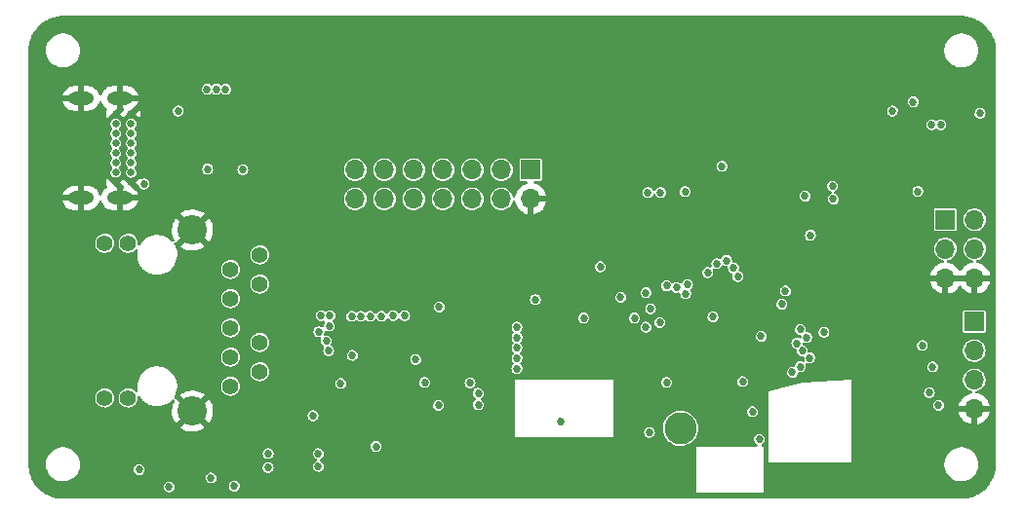
<source format=gbr>
G04 #@! TF.GenerationSoftware,KiCad,Pcbnew,(5.99.0-8454-g713af6630f)*
G04 #@! TF.CreationDate,2021-06-14T20:06:32-07:00*
G04 #@! TF.ProjectId,MFW007B,4d465730-3037-4422-9e6b-696361645f70,1*
G04 #@! TF.SameCoordinates,Original*
G04 #@! TF.FileFunction,Copper,L2,Inr*
G04 #@! TF.FilePolarity,Positive*
%FSLAX46Y46*%
G04 Gerber Fmt 4.6, Leading zero omitted, Abs format (unit mm)*
G04 Created by KiCad (PCBNEW (5.99.0-8454-g713af6630f)) date 2021-06-14 20:06:32*
%MOMM*%
%LPD*%
G01*
G04 APERTURE LIST*
G04 #@! TA.AperFunction,ComponentPad*
%ADD10R,1.700000X1.700000*%
G04 #@! TD*
G04 #@! TA.AperFunction,ComponentPad*
%ADD11O,1.700000X1.700000*%
G04 #@! TD*
G04 #@! TA.AperFunction,ComponentPad*
%ADD12C,0.650000*%
G04 #@! TD*
G04 #@! TA.AperFunction,ComponentPad*
%ADD13O,2.216000X1.108000*%
G04 #@! TD*
G04 #@! TA.AperFunction,ComponentPad*
%ADD14C,2.800000*%
G04 #@! TD*
G04 #@! TA.AperFunction,ComponentPad*
%ADD15C,1.398000*%
G04 #@! TD*
G04 #@! TA.AperFunction,ComponentPad*
%ADD16C,2.550000*%
G04 #@! TD*
G04 #@! TA.AperFunction,ViaPad*
%ADD17C,0.685800*%
G04 #@! TD*
G04 APERTURE END LIST*
D10*
X168000000Y-96860000D03*
D11*
X170540000Y-96860000D03*
X168000000Y-99400000D03*
X170540000Y-99400000D03*
X168000000Y-101940000D03*
X170540000Y-101940000D03*
D10*
X170500000Y-105700000D03*
D11*
X170500000Y-108240000D03*
X170500000Y-110780000D03*
X170500000Y-113320000D03*
D12*
X97303680Y-87653680D03*
X97303680Y-88503680D03*
X97303680Y-89353680D03*
X97303680Y-90203680D03*
X97303680Y-91053680D03*
X97303680Y-91903680D03*
X97303680Y-92753680D03*
X97303680Y-93603680D03*
X95953680Y-93603680D03*
X95953680Y-92753680D03*
X95953680Y-91903680D03*
X95953680Y-91053680D03*
X95953680Y-90203680D03*
X95953680Y-89353680D03*
X95953680Y-88503680D03*
X95953680Y-87653680D03*
D13*
X96323680Y-86303680D03*
X96323680Y-94953680D03*
X92943680Y-94953680D03*
X92943680Y-86303680D03*
D14*
X145000000Y-115000000D03*
D15*
X105928680Y-111343680D03*
X108468680Y-110073680D03*
X105928680Y-108803680D03*
X108468680Y-107533680D03*
X105928680Y-106263680D03*
X105928680Y-103723680D03*
X108468680Y-102453680D03*
X105928680Y-101183680D03*
X108468680Y-99913680D03*
X97038680Y-112353680D03*
X95008680Y-112353680D03*
X97038680Y-98903680D03*
X95008680Y-98903680D03*
D16*
X102628680Y-113503680D03*
X102628680Y-97753680D03*
D10*
X132000000Y-92500000D03*
D11*
X132000000Y-95040000D03*
X129460000Y-92500000D03*
X129460000Y-95040000D03*
X126920000Y-92500000D03*
X126920000Y-95040000D03*
X124380000Y-92500000D03*
X124380000Y-95040000D03*
X121840000Y-92500000D03*
X121840000Y-95040000D03*
X119300000Y-92500000D03*
X119300000Y-95040000D03*
X116760000Y-92500000D03*
X116760000Y-95040000D03*
D17*
X103950000Y-92450000D03*
X107000000Y-92500000D03*
X116700000Y-112000000D03*
X113100000Y-113900000D03*
X114400000Y-112750000D03*
X113400000Y-112850000D03*
X114500000Y-106100000D03*
X116500000Y-108650000D03*
X138050000Y-101950000D03*
X138050000Y-100950000D03*
X145450000Y-103300000D03*
X145600000Y-102500000D03*
X143800000Y-102600000D03*
X144650000Y-102750000D03*
X146550000Y-100950000D03*
X141600000Y-100450000D03*
X132400000Y-103800000D03*
X128150000Y-101350000D03*
X127250000Y-101350000D03*
X126200000Y-101300000D03*
X125200000Y-101300000D03*
X124200000Y-101300000D03*
X114050000Y-102350000D03*
X115100000Y-102350000D03*
X116050000Y-102350000D03*
X117050000Y-102350000D03*
X118000000Y-102350000D03*
X119050000Y-102350000D03*
X120050000Y-102400000D03*
X121050000Y-102400000D03*
X122050000Y-102400000D03*
X123050000Y-102400000D03*
X124050000Y-104450000D03*
X119050000Y-105250000D03*
X120050000Y-105200000D03*
X121050000Y-105200000D03*
X118050000Y-105250000D03*
X117250000Y-105250000D03*
X116450000Y-105250000D03*
X114550000Y-105200000D03*
X113800000Y-105200000D03*
X154600000Y-118400000D03*
X155800000Y-95800000D03*
X122000000Y-108200000D03*
X127400000Y-117200000D03*
X148600000Y-116000000D03*
X166600000Y-111000000D03*
X164600000Y-89800000D03*
X161200000Y-80400000D03*
X134600000Y-114400000D03*
X124800000Y-113000000D03*
X156600000Y-80600000D03*
X122200000Y-110000000D03*
X127400000Y-110600000D03*
X125400000Y-117200000D03*
X166000000Y-108800000D03*
X129400000Y-105200000D03*
X106250000Y-118500000D03*
X146000000Y-88000000D03*
X150417073Y-113382927D03*
X120250000Y-116400000D03*
X167400000Y-87800000D03*
X147000000Y-102200000D03*
X154800000Y-104200000D03*
X138800000Y-106000000D03*
X134600000Y-116200000D03*
X121800000Y-116400000D03*
X126400000Y-117200000D03*
X142833400Y-110698013D03*
X147800000Y-80600000D03*
X152200000Y-113800000D03*
X105500000Y-85500000D03*
X167600000Y-88600000D03*
X148600000Y-92200000D03*
X104700000Y-85500000D03*
X101400000Y-87400000D03*
X166800000Y-88600000D03*
X103900000Y-85500000D03*
X171000000Y-87600000D03*
X166600000Y-111900000D03*
X139800000Y-103600000D03*
X104230000Y-119310000D03*
X122800000Y-111000000D03*
X141000000Y-105400000D03*
X136600000Y-105400000D03*
X150400000Y-110933400D03*
X126723708Y-111050862D03*
X153800000Y-104200000D03*
X166000000Y-107800000D03*
X122000000Y-109012803D03*
X123987197Y-113000000D03*
X145400000Y-94400000D03*
X118572073Y-116572073D03*
X143800000Y-111000000D03*
X155800000Y-94800000D03*
X115500000Y-111100000D03*
X114450000Y-108250000D03*
X163400000Y-87400000D03*
X152000000Y-107000000D03*
X155400000Y-106400000D03*
X156266600Y-98200000D03*
X165200000Y-86600000D03*
X142300000Y-115350000D03*
X98000000Y-118600000D03*
X167400000Y-113000000D03*
X143200000Y-105800000D03*
X166900000Y-109650000D03*
X147800000Y-105300000D03*
X98433400Y-93752171D03*
X114250000Y-107400000D03*
X158261597Y-95061597D03*
X142000000Y-106200000D03*
X142000000Y-103200000D03*
X158200000Y-93933400D03*
X142400000Y-104600000D03*
X113600000Y-106600000D03*
X142169888Y-94484012D03*
X147367631Y-101455477D03*
X143262088Y-94484012D03*
X148139935Y-100683173D03*
X109200000Y-118400000D03*
X127450000Y-112950000D03*
X113550000Y-117200000D03*
X109200000Y-117200000D03*
X127450000Y-111950000D03*
X113550000Y-118300000D03*
X150000000Y-101800000D03*
X149596900Y-101076292D03*
X149000000Y-100400000D03*
X155100000Y-107600000D03*
X130800000Y-106200000D03*
X155568022Y-108264532D03*
X130800000Y-107100000D03*
X156201383Y-108873204D03*
X130800000Y-108000000D03*
X155400000Y-109633400D03*
X130800000Y-108900000D03*
X154700000Y-110133400D03*
X130800000Y-109800000D03*
X100600000Y-120100000D03*
X106250000Y-120040000D03*
X155950000Y-107100000D03*
X157450000Y-106650000D03*
X154100000Y-103050000D03*
X165600000Y-94400000D03*
X151850000Y-115950000D03*
X151250000Y-113550000D03*
G04 #@! TA.AperFunction,Conductor*
G36*
X169369728Y-79131173D02*
G01*
X169370686Y-79133575D01*
X169386044Y-79133778D01*
X169386045Y-79133778D01*
X169405380Y-79134033D01*
X169492429Y-79135183D01*
X169497771Y-79135368D01*
X169562967Y-79139029D01*
X169582406Y-79140121D01*
X169589447Y-79140715D01*
X169704823Y-79153714D01*
X169838083Y-79168729D01*
X169845049Y-79169712D01*
X169915755Y-79181725D01*
X169922680Y-79183103D01*
X170166590Y-79238774D01*
X170173432Y-79240539D01*
X170201525Y-79248632D01*
X170242348Y-79260393D01*
X170249039Y-79262526D01*
X170473001Y-79340894D01*
X170485199Y-79345162D01*
X170491800Y-79347682D01*
X170558035Y-79375117D01*
X170564487Y-79378004D01*
X170789902Y-79486558D01*
X170796182Y-79489802D01*
X170858929Y-79524481D01*
X170865016Y-79528072D01*
X171076847Y-79661175D01*
X171082723Y-79665101D01*
X171141181Y-79706579D01*
X171146829Y-79710829D01*
X171342450Y-79866831D01*
X171347849Y-79871391D01*
X171401312Y-79919168D01*
X171406448Y-79924024D01*
X171583336Y-80100912D01*
X171588192Y-80106048D01*
X171635969Y-80159511D01*
X171640529Y-80164910D01*
X171796531Y-80360531D01*
X171800781Y-80366179D01*
X171842259Y-80424637D01*
X171846185Y-80430513D01*
X171979288Y-80642344D01*
X171982879Y-80648431D01*
X172017558Y-80711178D01*
X172020802Y-80717458D01*
X172129359Y-80942879D01*
X172132246Y-80949330D01*
X172159675Y-81015550D01*
X172162195Y-81022153D01*
X172168876Y-81041245D01*
X172244824Y-81258292D01*
X172244832Y-81258316D01*
X172246973Y-81265035D01*
X172266824Y-81333938D01*
X172268577Y-81340734D01*
X172288524Y-81428123D01*
X172324257Y-81584680D01*
X172325636Y-81591612D01*
X172337645Y-81662293D01*
X172338633Y-81669291D01*
X172366645Y-81917913D01*
X172367239Y-81924954D01*
X172371992Y-82009589D01*
X172372177Y-82014931D01*
X172373785Y-82136675D01*
X172376187Y-82137632D01*
X172378680Y-82154194D01*
X172378680Y-118104122D01*
X172376187Y-118119727D01*
X172373785Y-118120685D01*
X172373582Y-118136037D01*
X172373582Y-118136038D01*
X172373568Y-118137125D01*
X172372177Y-118242429D01*
X172371992Y-118247771D01*
X172368885Y-118303097D01*
X172367239Y-118332406D01*
X172366645Y-118339447D01*
X172338633Y-118588069D01*
X172337645Y-118595067D01*
X172325636Y-118665748D01*
X172324257Y-118672680D01*
X172268577Y-118916626D01*
X172266824Y-118923422D01*
X172246978Y-118992311D01*
X172244836Y-118999031D01*
X172220216Y-119069393D01*
X172162195Y-119235207D01*
X172159679Y-119241800D01*
X172137511Y-119295320D01*
X172132246Y-119308030D01*
X172129359Y-119314481D01*
X172020802Y-119539902D01*
X172017558Y-119546182D01*
X171982879Y-119608929D01*
X171979288Y-119615016D01*
X171846185Y-119826847D01*
X171842259Y-119832723D01*
X171800781Y-119891181D01*
X171796531Y-119896829D01*
X171640529Y-120092450D01*
X171635969Y-120097849D01*
X171588192Y-120151312D01*
X171583336Y-120156448D01*
X171406448Y-120333336D01*
X171401312Y-120338192D01*
X171347849Y-120385969D01*
X171342450Y-120390529D01*
X171146829Y-120546531D01*
X171141181Y-120550781D01*
X171082723Y-120592259D01*
X171076847Y-120596185D01*
X170865016Y-120729288D01*
X170858929Y-120732879D01*
X170796182Y-120767558D01*
X170789902Y-120770802D01*
X170564487Y-120879356D01*
X170558035Y-120882243D01*
X170491800Y-120909678D01*
X170485199Y-120912198D01*
X170249039Y-120994834D01*
X170242348Y-120996967D01*
X170201525Y-121008728D01*
X170173432Y-121016821D01*
X170166590Y-121018586D01*
X169922680Y-121074257D01*
X169915755Y-121075635D01*
X169845049Y-121087648D01*
X169838083Y-121088631D01*
X169704823Y-121103646D01*
X169589447Y-121116645D01*
X169582406Y-121117239D01*
X169562967Y-121118331D01*
X169497771Y-121121992D01*
X169492429Y-121122177D01*
X169370686Y-121123785D01*
X169369728Y-121126187D01*
X169353167Y-121128680D01*
X91403238Y-121128680D01*
X91387633Y-121126187D01*
X91386675Y-121123785D01*
X91371323Y-121123582D01*
X91371322Y-121123582D01*
X91343697Y-121123217D01*
X91264931Y-121122177D01*
X91259589Y-121121992D01*
X91194393Y-121118331D01*
X91174954Y-121117239D01*
X91167913Y-121116645D01*
X90919291Y-121088633D01*
X90912293Y-121087645D01*
X90841612Y-121075636D01*
X90834680Y-121074257D01*
X90810339Y-121068701D01*
X90590734Y-121018577D01*
X90583938Y-121016824D01*
X90515030Y-120996972D01*
X90508329Y-120994836D01*
X90323478Y-120930154D01*
X90272153Y-120912195D01*
X90265558Y-120909678D01*
X90199318Y-120882240D01*
X90192879Y-120879359D01*
X89967458Y-120770802D01*
X89961178Y-120767558D01*
X89898431Y-120732879D01*
X89892344Y-120729288D01*
X89680513Y-120596185D01*
X89674637Y-120592259D01*
X89616179Y-120550781D01*
X89610531Y-120546531D01*
X89414910Y-120390529D01*
X89409511Y-120385969D01*
X89356048Y-120338192D01*
X89350912Y-120333336D01*
X89174024Y-120156448D01*
X89169168Y-120151312D01*
X89121391Y-120097849D01*
X89118302Y-120094192D01*
X100124635Y-120094192D01*
X100125799Y-120103093D01*
X100125799Y-120103097D01*
X100137506Y-120192617D01*
X100142113Y-120227844D01*
X100196399Y-120351220D01*
X100283130Y-120454399D01*
X100290608Y-120459376D01*
X100290607Y-120459376D01*
X100387862Y-120524115D01*
X100387864Y-120524116D01*
X100395335Y-120529089D01*
X100403899Y-120531765D01*
X100403902Y-120531766D01*
X100451162Y-120546531D01*
X100523992Y-120569285D01*
X100658760Y-120571755D01*
X100751281Y-120546531D01*
X100780145Y-120538662D01*
X100780147Y-120538661D01*
X100788804Y-120536301D01*
X100903670Y-120465773D01*
X100994124Y-120365840D01*
X101052895Y-120244537D01*
X101075258Y-120111615D01*
X101075400Y-120100000D01*
X101065975Y-120034192D01*
X105774635Y-120034192D01*
X105775799Y-120043093D01*
X105775799Y-120043097D01*
X105790949Y-120158945D01*
X105792113Y-120167844D01*
X105846399Y-120291220D01*
X105933130Y-120394399D01*
X105940608Y-120399376D01*
X105940607Y-120399376D01*
X106037862Y-120464115D01*
X106037864Y-120464116D01*
X106045335Y-120469089D01*
X106053899Y-120471765D01*
X106053902Y-120471766D01*
X106109664Y-120489187D01*
X106173992Y-120509285D01*
X106308760Y-120511755D01*
X106363356Y-120496870D01*
X106430145Y-120478662D01*
X106430147Y-120478661D01*
X106438804Y-120476301D01*
X106553670Y-120405773D01*
X106590128Y-120365495D01*
X106638102Y-120312493D01*
X106644124Y-120305840D01*
X106702895Y-120184537D01*
X106725258Y-120051615D01*
X106725400Y-120040000D01*
X106706291Y-119906571D01*
X106650502Y-119783868D01*
X106644644Y-119777069D01*
X106644641Y-119777065D01*
X106568376Y-119688556D01*
X106568373Y-119688554D01*
X106562516Y-119681756D01*
X106449408Y-119608443D01*
X106440806Y-119605871D01*
X106440803Y-119605869D01*
X106365881Y-119583463D01*
X106320269Y-119569822D01*
X106311293Y-119569767D01*
X106311292Y-119569767D01*
X106255686Y-119569427D01*
X106185481Y-119568998D01*
X106055880Y-119606039D01*
X105941884Y-119677965D01*
X105852657Y-119778995D01*
X105848843Y-119787118D01*
X105848842Y-119787120D01*
X105827646Y-119832267D01*
X105795373Y-119901006D01*
X105793993Y-119909871D01*
X105793992Y-119909873D01*
X105786031Y-119961006D01*
X105774635Y-120034192D01*
X101065975Y-120034192D01*
X101056291Y-119966571D01*
X101000502Y-119843868D01*
X100994644Y-119837069D01*
X100994641Y-119837065D01*
X100918376Y-119748556D01*
X100918373Y-119748554D01*
X100912516Y-119741756D01*
X100799408Y-119668443D01*
X100790806Y-119665871D01*
X100790803Y-119665869D01*
X100728981Y-119647381D01*
X100670269Y-119629822D01*
X100661293Y-119629767D01*
X100661292Y-119629767D01*
X100605686Y-119629427D01*
X100535481Y-119628998D01*
X100405880Y-119666039D01*
X100398293Y-119670826D01*
X100398291Y-119670827D01*
X100337895Y-119708934D01*
X100291884Y-119737965D01*
X100202657Y-119838995D01*
X100145373Y-119961006D01*
X100143993Y-119969871D01*
X100143992Y-119969873D01*
X100131265Y-120051615D01*
X100124635Y-120094192D01*
X89118302Y-120094192D01*
X89116831Y-120092450D01*
X88960829Y-119896829D01*
X88956579Y-119891181D01*
X88915101Y-119832723D01*
X88911175Y-119826847D01*
X88778072Y-119615016D01*
X88774481Y-119608929D01*
X88739802Y-119546182D01*
X88736558Y-119539902D01*
X88628004Y-119314487D01*
X88625117Y-119308035D01*
X88597682Y-119241800D01*
X88595162Y-119235199D01*
X88545462Y-119093166D01*
X88512526Y-118999039D01*
X88510388Y-118992332D01*
X88490539Y-118923432D01*
X88488774Y-118916590D01*
X88433103Y-118672680D01*
X88431724Y-118665749D01*
X88430641Y-118659376D01*
X88419712Y-118595049D01*
X88418727Y-118588072D01*
X88417457Y-118576794D01*
X88391213Y-118343868D01*
X88390715Y-118339447D01*
X88390121Y-118332406D01*
X88388475Y-118303097D01*
X88385368Y-118247771D01*
X88385183Y-118242429D01*
X88383575Y-118120686D01*
X88381173Y-118119728D01*
X88378680Y-118103167D01*
X88378680Y-118092459D01*
X89896623Y-118092459D01*
X89896920Y-118097611D01*
X89896920Y-118097615D01*
X89905401Y-118244694D01*
X89910608Y-118335004D01*
X89911745Y-118340050D01*
X89911746Y-118340056D01*
X89935292Y-118444537D01*
X89964019Y-118572008D01*
X89965961Y-118576790D01*
X89965962Y-118576794D01*
X90044606Y-118770469D01*
X90055422Y-118797106D01*
X90182361Y-119004253D01*
X90185742Y-119008156D01*
X90338044Y-119183979D01*
X90338048Y-119183983D01*
X90341429Y-119187886D01*
X90528353Y-119343073D01*
X90532805Y-119345675D01*
X90532810Y-119345678D01*
X90732928Y-119462617D01*
X90738113Y-119465647D01*
X90965076Y-119552315D01*
X90970142Y-119553346D01*
X90970143Y-119553346D01*
X91008845Y-119561220D01*
X91203146Y-119600751D01*
X91339745Y-119605760D01*
X91440767Y-119609465D01*
X91440771Y-119609465D01*
X91445931Y-119609654D01*
X91451051Y-119608998D01*
X91451053Y-119608998D01*
X91681781Y-119579441D01*
X91681782Y-119579441D01*
X91686909Y-119578784D01*
X91711305Y-119571465D01*
X91914657Y-119510456D01*
X91919610Y-119508970D01*
X91924249Y-119506697D01*
X91924255Y-119506695D01*
X92133142Y-119404362D01*
X92133141Y-119404362D01*
X92137784Y-119402088D01*
X92225147Y-119339773D01*
X92275030Y-119304192D01*
X103754635Y-119304192D01*
X103755799Y-119313093D01*
X103755799Y-119313097D01*
X103767437Y-119402088D01*
X103772113Y-119437844D01*
X103826399Y-119561220D01*
X103913130Y-119664399D01*
X103920608Y-119669376D01*
X103920607Y-119669376D01*
X104017862Y-119734115D01*
X104017864Y-119734116D01*
X104025335Y-119739089D01*
X104033899Y-119741765D01*
X104033902Y-119741766D01*
X104089664Y-119759187D01*
X104153992Y-119779285D01*
X104288760Y-119781755D01*
X104343356Y-119766870D01*
X104410145Y-119748662D01*
X104410147Y-119748661D01*
X104418804Y-119746301D01*
X104533670Y-119675773D01*
X104572934Y-119632395D01*
X104618102Y-119582493D01*
X104624124Y-119575840D01*
X104682895Y-119454537D01*
X104705258Y-119321615D01*
X104705400Y-119310000D01*
X104693961Y-119230129D01*
X104687564Y-119185458D01*
X104687564Y-119185456D01*
X104686291Y-119176571D01*
X104630502Y-119053868D01*
X104624644Y-119047069D01*
X104624641Y-119047065D01*
X104548376Y-118958556D01*
X104548373Y-118958554D01*
X104542516Y-118951756D01*
X104429408Y-118878443D01*
X104420806Y-118875871D01*
X104420803Y-118875869D01*
X104358981Y-118857381D01*
X104300269Y-118839822D01*
X104291293Y-118839767D01*
X104291292Y-118839767D01*
X104235686Y-118839427D01*
X104165481Y-118838998D01*
X104035880Y-118876039D01*
X104028293Y-118880826D01*
X104028291Y-118880827D01*
X104010228Y-118892224D01*
X103921884Y-118947965D01*
X103832657Y-119048995D01*
X103828843Y-119057118D01*
X103828842Y-119057120D01*
X103811919Y-119093166D01*
X103775373Y-119171006D01*
X103773993Y-119179871D01*
X103773992Y-119179873D01*
X103757331Y-119286878D01*
X103754635Y-119304192D01*
X92275030Y-119304192D01*
X92331368Y-119264006D01*
X92335571Y-119261008D01*
X92507661Y-119089518D01*
X92524124Y-119066608D01*
X92549276Y-119031605D01*
X92649431Y-118892224D01*
X92659548Y-118871755D01*
X92754780Y-118679067D01*
X92754781Y-118679065D01*
X92757074Y-118674425D01*
X92781450Y-118594192D01*
X97524635Y-118594192D01*
X97525799Y-118603093D01*
X97525799Y-118603097D01*
X97534899Y-118672680D01*
X97542113Y-118727844D01*
X97596399Y-118851220D01*
X97634396Y-118896423D01*
X97657100Y-118923432D01*
X97683130Y-118954399D01*
X97707272Y-118970469D01*
X97787862Y-119024115D01*
X97787864Y-119024116D01*
X97795335Y-119029089D01*
X97803899Y-119031765D01*
X97803902Y-119031766D01*
X97859049Y-119048995D01*
X97923992Y-119069285D01*
X98058760Y-119071755D01*
X98142243Y-119048995D01*
X98180145Y-119038662D01*
X98180147Y-119038661D01*
X98188804Y-119036301D01*
X98303670Y-118965773D01*
X98310203Y-118958556D01*
X98385046Y-118875869D01*
X98394124Y-118865840D01*
X98452895Y-118744537D01*
X98475258Y-118611615D01*
X98475400Y-118600000D01*
X98456291Y-118466571D01*
X98423383Y-118394192D01*
X108724635Y-118394192D01*
X108725799Y-118403093D01*
X108725799Y-118403097D01*
X108733372Y-118461006D01*
X108742113Y-118527844D01*
X108745725Y-118536054D01*
X108745726Y-118536056D01*
X108753013Y-118552617D01*
X108796399Y-118651220D01*
X108883130Y-118754399D01*
X108890608Y-118759376D01*
X108890607Y-118759376D01*
X108987862Y-118824115D01*
X108987864Y-118824116D01*
X108995335Y-118829089D01*
X109003899Y-118831765D01*
X109003902Y-118831766D01*
X109034947Y-118841465D01*
X109123992Y-118869285D01*
X109258760Y-118871755D01*
X109334082Y-118851220D01*
X109380145Y-118838662D01*
X109380147Y-118838661D01*
X109388804Y-118836301D01*
X109503670Y-118765773D01*
X109528210Y-118738662D01*
X109588102Y-118672493D01*
X109594124Y-118665840D01*
X109652895Y-118544537D01*
X109675258Y-118411615D01*
X109675400Y-118400000D01*
X109661844Y-118305345D01*
X109657564Y-118275458D01*
X109657564Y-118275456D01*
X109656291Y-118266571D01*
X109600502Y-118143868D01*
X109594644Y-118137069D01*
X109594641Y-118137065D01*
X109518376Y-118048556D01*
X109518373Y-118048554D01*
X109512516Y-118041756D01*
X109399408Y-117968443D01*
X109390806Y-117965871D01*
X109390803Y-117965869D01*
X109310173Y-117941756D01*
X109270269Y-117929822D01*
X109261293Y-117929767D01*
X109261292Y-117929767D01*
X109205686Y-117929427D01*
X109135481Y-117928998D01*
X109005880Y-117966039D01*
X108998293Y-117970826D01*
X108998291Y-117970827D01*
X108973527Y-117986452D01*
X108891884Y-118037965D01*
X108802657Y-118138995D01*
X108798843Y-118147118D01*
X108798842Y-118147120D01*
X108789960Y-118166039D01*
X108745373Y-118261006D01*
X108743993Y-118269871D01*
X108743992Y-118269873D01*
X108732471Y-118343868D01*
X108724635Y-118394192D01*
X98423383Y-118394192D01*
X98400502Y-118343868D01*
X98394644Y-118337069D01*
X98394641Y-118337065D01*
X98318376Y-118248556D01*
X98318373Y-118248554D01*
X98312516Y-118241756D01*
X98199408Y-118168443D01*
X98190806Y-118165871D01*
X98190803Y-118165869D01*
X98117235Y-118143868D01*
X98070269Y-118129822D01*
X98061293Y-118129767D01*
X98061292Y-118129767D01*
X98005686Y-118129427D01*
X97935481Y-118128998D01*
X97805880Y-118166039D01*
X97798293Y-118170826D01*
X97798291Y-118170827D01*
X97737895Y-118208934D01*
X97691884Y-118237965D01*
X97602657Y-118338995D01*
X97545373Y-118461006D01*
X97543993Y-118469871D01*
X97543992Y-118469873D01*
X97528014Y-118572493D01*
X97524635Y-118594192D01*
X92781450Y-118594192D01*
X92827699Y-118441969D01*
X92828374Y-118436843D01*
X92858973Y-118204422D01*
X92858974Y-118204416D01*
X92859410Y-118201100D01*
X92860454Y-118158400D01*
X92861098Y-118132045D01*
X92861098Y-118132040D01*
X92861180Y-118128680D01*
X92853253Y-118032267D01*
X92841697Y-117891700D01*
X92841696Y-117891694D01*
X92841273Y-117886549D01*
X92782088Y-117650921D01*
X92685212Y-117428123D01*
X92553249Y-117224140D01*
X92546216Y-117216410D01*
X92525999Y-117194192D01*
X108724635Y-117194192D01*
X108725799Y-117203093D01*
X108725799Y-117203097D01*
X108728551Y-117224140D01*
X108742113Y-117327844D01*
X108796399Y-117451220D01*
X108883130Y-117554399D01*
X108890608Y-117559376D01*
X108890607Y-117559376D01*
X108987862Y-117624115D01*
X108987864Y-117624116D01*
X108995335Y-117629089D01*
X109003899Y-117631765D01*
X109003902Y-117631766D01*
X109059663Y-117649187D01*
X109123992Y-117669285D01*
X109258760Y-117671755D01*
X109316791Y-117655934D01*
X109380145Y-117638662D01*
X109380147Y-117638661D01*
X109388804Y-117636301D01*
X109503670Y-117565773D01*
X109594124Y-117465840D01*
X109652895Y-117344537D01*
X109675258Y-117211615D01*
X109675400Y-117200000D01*
X109674568Y-117194192D01*
X113074635Y-117194192D01*
X113075799Y-117203093D01*
X113075799Y-117203097D01*
X113078551Y-117224140D01*
X113092113Y-117327844D01*
X113146399Y-117451220D01*
X113233130Y-117554399D01*
X113240608Y-117559376D01*
X113240607Y-117559376D01*
X113337862Y-117624115D01*
X113337864Y-117624116D01*
X113345335Y-117629089D01*
X113353902Y-117631765D01*
X113362006Y-117635631D01*
X113360614Y-117638549D01*
X113406466Y-117669150D01*
X113434836Y-117734232D01*
X113423517Y-117804321D01*
X113376102Y-117857163D01*
X113363416Y-117863885D01*
X113355880Y-117866039D01*
X113241884Y-117937965D01*
X113152657Y-118038995D01*
X113095373Y-118161006D01*
X113093993Y-118169871D01*
X113093992Y-118169873D01*
X113078422Y-118269873D01*
X113074635Y-118294192D01*
X113075799Y-118303093D01*
X113075799Y-118303097D01*
X113090949Y-118418945D01*
X113092113Y-118427844D01*
X113095725Y-118436054D01*
X113095726Y-118436056D01*
X113098328Y-118441969D01*
X113146399Y-118551220D01*
X113233130Y-118654399D01*
X113240608Y-118659376D01*
X113240607Y-118659376D01*
X113337862Y-118724115D01*
X113337864Y-118724116D01*
X113345335Y-118729089D01*
X113353899Y-118731765D01*
X113353902Y-118731766D01*
X113394780Y-118744537D01*
X113473992Y-118769285D01*
X113608760Y-118771755D01*
X113672421Y-118754399D01*
X113730145Y-118738662D01*
X113730147Y-118738661D01*
X113738804Y-118736301D01*
X113853670Y-118665773D01*
X113883830Y-118632453D01*
X113938102Y-118572493D01*
X113944124Y-118565840D01*
X114002895Y-118444537D01*
X114025258Y-118311615D01*
X114025400Y-118300000D01*
X114006291Y-118166571D01*
X113950502Y-118043868D01*
X113944644Y-118037069D01*
X113944641Y-118037065D01*
X113868376Y-117948556D01*
X113868373Y-117948554D01*
X113862516Y-117941756D01*
X113749408Y-117868443D01*
X113740803Y-117865869D01*
X113737428Y-117864310D01*
X113683980Y-117817578D01*
X113664281Y-117749369D01*
X113684586Y-117681338D01*
X113737418Y-117636679D01*
X113738804Y-117636301D01*
X113853670Y-117565773D01*
X113944124Y-117465840D01*
X114002895Y-117344537D01*
X114025258Y-117211615D01*
X114025400Y-117200000D01*
X114006291Y-117066571D01*
X113950502Y-116943868D01*
X113944644Y-116937069D01*
X113944641Y-116937065D01*
X113868376Y-116848556D01*
X113868373Y-116848554D01*
X113862516Y-116841756D01*
X113749408Y-116768443D01*
X113740806Y-116765871D01*
X113740803Y-116765869D01*
X113678981Y-116747381D01*
X113620269Y-116729822D01*
X113611293Y-116729767D01*
X113611292Y-116729767D01*
X113555686Y-116729427D01*
X113485481Y-116728998D01*
X113355880Y-116766039D01*
X113348293Y-116770826D01*
X113348291Y-116770827D01*
X113287895Y-116808934D01*
X113241884Y-116837965D01*
X113152657Y-116938995D01*
X113095373Y-117061006D01*
X113093993Y-117069871D01*
X113093992Y-117069873D01*
X113093123Y-117075458D01*
X113074635Y-117194192D01*
X109674568Y-117194192D01*
X109656291Y-117066571D01*
X109600502Y-116943868D01*
X109594644Y-116937069D01*
X109594641Y-116937065D01*
X109518376Y-116848556D01*
X109518373Y-116848554D01*
X109512516Y-116841756D01*
X109399408Y-116768443D01*
X109390806Y-116765871D01*
X109390803Y-116765869D01*
X109328981Y-116747381D01*
X109270269Y-116729822D01*
X109261293Y-116729767D01*
X109261292Y-116729767D01*
X109205686Y-116729427D01*
X109135481Y-116728998D01*
X109005880Y-116766039D01*
X108998293Y-116770826D01*
X108998291Y-116770827D01*
X108937895Y-116808934D01*
X108891884Y-116837965D01*
X108802657Y-116938995D01*
X108745373Y-117061006D01*
X108743993Y-117069871D01*
X108743992Y-117069873D01*
X108743123Y-117075458D01*
X108724635Y-117194192D01*
X92525999Y-117194192D01*
X92393221Y-117048270D01*
X92393219Y-117048268D01*
X92389743Y-117044448D01*
X92385692Y-117041249D01*
X92385688Y-117041245D01*
X92203138Y-116897076D01*
X92203134Y-116897074D01*
X92199083Y-116893874D01*
X91986391Y-116776462D01*
X91981522Y-116774738D01*
X91981518Y-116774736D01*
X91762253Y-116697090D01*
X91762249Y-116697089D01*
X91757378Y-116695364D01*
X91752285Y-116694457D01*
X91752282Y-116694456D01*
X91523285Y-116653665D01*
X91523279Y-116653664D01*
X91518196Y-116652759D01*
X91430067Y-116651682D01*
X91280436Y-116649854D01*
X91280434Y-116649854D01*
X91275266Y-116649791D01*
X91035114Y-116686540D01*
X90804188Y-116762018D01*
X90771641Y-116778961D01*
X90658396Y-116837913D01*
X90588691Y-116874199D01*
X90394409Y-117020069D01*
X90226561Y-117195713D01*
X90223647Y-117199985D01*
X90223646Y-117199986D01*
X90130825Y-117336056D01*
X90089654Y-117396411D01*
X90057426Y-117465840D01*
X90008859Y-117570469D01*
X89987364Y-117616775D01*
X89922439Y-117850887D01*
X89921890Y-117856021D01*
X89921890Y-117856023D01*
X89920929Y-117865019D01*
X89896623Y-118092459D01*
X88378680Y-118092459D01*
X88378680Y-116566265D01*
X118096708Y-116566265D01*
X118097872Y-116575166D01*
X118097872Y-116575170D01*
X118112647Y-116688147D01*
X118114186Y-116699917D01*
X118168472Y-116823293D01*
X118189708Y-116848556D01*
X118227802Y-116893874D01*
X118255203Y-116926472D01*
X118262681Y-116931449D01*
X118262680Y-116931449D01*
X118359935Y-116996188D01*
X118359937Y-116996189D01*
X118367408Y-117001162D01*
X118375972Y-117003838D01*
X118375975Y-117003839D01*
X118427924Y-117020069D01*
X118496065Y-117041358D01*
X118630833Y-117043828D01*
X118704262Y-117023809D01*
X118752218Y-117010735D01*
X118752220Y-117010734D01*
X118760877Y-117008374D01*
X118875743Y-116937846D01*
X118966197Y-116837913D01*
X119024968Y-116716610D01*
X119044587Y-116600000D01*
X146400000Y-116600000D01*
X146400000Y-120600000D01*
X152200000Y-120600000D01*
X152200000Y-118092459D01*
X167896623Y-118092459D01*
X167896920Y-118097611D01*
X167896920Y-118097615D01*
X167905401Y-118244694D01*
X167910608Y-118335004D01*
X167911745Y-118340050D01*
X167911746Y-118340056D01*
X167935292Y-118444537D01*
X167964019Y-118572008D01*
X167965961Y-118576790D01*
X167965962Y-118576794D01*
X168044606Y-118770469D01*
X168055422Y-118797106D01*
X168182361Y-119004253D01*
X168185742Y-119008156D01*
X168338044Y-119183979D01*
X168338048Y-119183983D01*
X168341429Y-119187886D01*
X168528353Y-119343073D01*
X168532805Y-119345675D01*
X168532810Y-119345678D01*
X168732928Y-119462617D01*
X168738113Y-119465647D01*
X168965076Y-119552315D01*
X168970142Y-119553346D01*
X168970143Y-119553346D01*
X169008845Y-119561220D01*
X169203146Y-119600751D01*
X169339745Y-119605760D01*
X169440767Y-119609465D01*
X169440771Y-119609465D01*
X169445931Y-119609654D01*
X169451051Y-119608998D01*
X169451053Y-119608998D01*
X169681781Y-119579441D01*
X169681782Y-119579441D01*
X169686909Y-119578784D01*
X169711305Y-119571465D01*
X169914657Y-119510456D01*
X169919610Y-119508970D01*
X169924249Y-119506697D01*
X169924255Y-119506695D01*
X170133142Y-119404362D01*
X170133141Y-119404362D01*
X170137784Y-119402088D01*
X170225147Y-119339773D01*
X170331368Y-119264006D01*
X170335571Y-119261008D01*
X170507661Y-119089518D01*
X170524124Y-119066608D01*
X170549276Y-119031605D01*
X170649431Y-118892224D01*
X170659548Y-118871755D01*
X170754780Y-118679067D01*
X170754781Y-118679065D01*
X170757074Y-118674425D01*
X170827699Y-118441969D01*
X170828374Y-118436843D01*
X170858973Y-118204422D01*
X170858974Y-118204416D01*
X170859410Y-118201100D01*
X170860454Y-118158400D01*
X170861098Y-118132045D01*
X170861098Y-118132040D01*
X170861180Y-118128680D01*
X170853253Y-118032267D01*
X170841697Y-117891700D01*
X170841696Y-117891694D01*
X170841273Y-117886549D01*
X170782088Y-117650921D01*
X170685212Y-117428123D01*
X170553249Y-117224140D01*
X170546216Y-117216410D01*
X170393221Y-117048270D01*
X170393219Y-117048268D01*
X170389743Y-117044448D01*
X170385692Y-117041249D01*
X170385688Y-117041245D01*
X170203138Y-116897076D01*
X170203134Y-116897074D01*
X170199083Y-116893874D01*
X169986391Y-116776462D01*
X169981522Y-116774738D01*
X169981518Y-116774736D01*
X169762253Y-116697090D01*
X169762249Y-116697089D01*
X169757378Y-116695364D01*
X169752285Y-116694457D01*
X169752282Y-116694456D01*
X169523285Y-116653665D01*
X169523279Y-116653664D01*
X169518196Y-116652759D01*
X169430067Y-116651682D01*
X169280436Y-116649854D01*
X169280434Y-116649854D01*
X169275266Y-116649791D01*
X169035114Y-116686540D01*
X168804188Y-116762018D01*
X168771641Y-116778961D01*
X168658396Y-116837913D01*
X168588691Y-116874199D01*
X168394409Y-117020069D01*
X168226561Y-117195713D01*
X168223647Y-117199985D01*
X168223646Y-117199986D01*
X168130825Y-117336056D01*
X168089654Y-117396411D01*
X168057426Y-117465840D01*
X168008859Y-117570469D01*
X167987364Y-117616775D01*
X167922439Y-117850887D01*
X167921890Y-117856021D01*
X167921890Y-117856023D01*
X167920929Y-117865019D01*
X167896623Y-118092459D01*
X152200000Y-118092459D01*
X152200000Y-116600000D01*
X152136778Y-116600000D01*
X152068657Y-116579998D01*
X152022164Y-116526342D01*
X152012060Y-116456068D01*
X152041554Y-116391488D01*
X152070850Y-116366625D01*
X152146019Y-116320472D01*
X152146025Y-116320467D01*
X152153670Y-116315773D01*
X152244124Y-116215840D01*
X152302895Y-116094537D01*
X152325258Y-115961615D01*
X152325400Y-115950000D01*
X152306291Y-115816571D01*
X152250502Y-115693868D01*
X152244644Y-115687069D01*
X152244641Y-115687065D01*
X152168376Y-115598556D01*
X152168373Y-115598554D01*
X152162516Y-115591756D01*
X152049408Y-115518443D01*
X152040806Y-115515871D01*
X152040803Y-115515869D01*
X151969472Y-115494537D01*
X151920269Y-115479822D01*
X151911293Y-115479767D01*
X151911292Y-115479767D01*
X151855686Y-115479427D01*
X151785481Y-115478998D01*
X151655880Y-115516039D01*
X151541884Y-115587965D01*
X151452657Y-115688995D01*
X151395373Y-115811006D01*
X151393993Y-115819871D01*
X151393992Y-115819873D01*
X151393123Y-115825458D01*
X151374635Y-115944192D01*
X151375799Y-115953093D01*
X151375799Y-115953097D01*
X151382577Y-116004927D01*
X151392113Y-116077844D01*
X151395725Y-116086054D01*
X151395726Y-116086056D01*
X151410978Y-116120719D01*
X151446399Y-116201220D01*
X151459468Y-116216767D01*
X151511698Y-116278902D01*
X151533130Y-116304399D01*
X151540608Y-116309376D01*
X151540607Y-116309376D01*
X151630348Y-116369113D01*
X151675971Y-116423510D01*
X151684942Y-116493938D01*
X151654412Y-116558035D01*
X151594076Y-116595452D01*
X151560529Y-116600000D01*
X146400000Y-116600000D01*
X119044587Y-116600000D01*
X119047331Y-116583688D01*
X119047473Y-116572073D01*
X119033882Y-116477173D01*
X119029637Y-116447531D01*
X119029637Y-116447529D01*
X119028364Y-116438644D01*
X118972575Y-116315941D01*
X118966717Y-116309142D01*
X118966714Y-116309138D01*
X118890449Y-116220629D01*
X118890446Y-116220627D01*
X118884589Y-116213829D01*
X118771481Y-116140516D01*
X118762879Y-116137944D01*
X118762876Y-116137942D01*
X118701054Y-116119454D01*
X118642342Y-116101895D01*
X118633366Y-116101840D01*
X118633365Y-116101840D01*
X118577759Y-116101500D01*
X118507554Y-116101071D01*
X118377953Y-116138112D01*
X118370366Y-116142899D01*
X118370364Y-116142900D01*
X118316482Y-116176897D01*
X118263957Y-116210038D01*
X118174730Y-116311068D01*
X118117446Y-116433079D01*
X118116066Y-116441944D01*
X118116065Y-116441946D01*
X118102338Y-116530110D01*
X118096708Y-116566265D01*
X88378680Y-116566265D01*
X88378680Y-114930700D01*
X101566405Y-114930700D01*
X101575118Y-114942220D01*
X101677417Y-115017228D01*
X101685316Y-115022164D01*
X101911582Y-115141208D01*
X101920131Y-115144925D01*
X102161496Y-115229213D01*
X102170505Y-115231627D01*
X102421684Y-115279315D01*
X102430941Y-115280369D01*
X102686412Y-115290408D01*
X102695726Y-115290082D01*
X102949864Y-115262250D01*
X102959041Y-115260549D01*
X103206273Y-115195458D01*
X103215093Y-115192421D01*
X103449993Y-115091500D01*
X103458265Y-115087193D01*
X103675662Y-114952664D01*
X103683209Y-114947180D01*
X103685500Y-114945241D01*
X103693937Y-114932438D01*
X103687873Y-114922083D01*
X102641492Y-113875702D01*
X102627548Y-113868088D01*
X102625715Y-113868219D01*
X102619100Y-113872470D01*
X101573063Y-114918507D01*
X101566405Y-114930700D01*
X88378680Y-114930700D01*
X88378680Y-112440595D01*
X94181735Y-112440595D01*
X94183178Y-112447268D01*
X94183178Y-112447270D01*
X94217631Y-112606618D01*
X94219690Y-112616142D01*
X94255276Y-112693868D01*
X94286068Y-112761124D01*
X94294455Y-112779444D01*
X94298559Y-112784890D01*
X94298560Y-112784892D01*
X94329129Y-112825458D01*
X94402543Y-112922881D01*
X94407722Y-112927320D01*
X94407723Y-112927321D01*
X94493273Y-113000646D01*
X94538910Y-113039762D01*
X94612188Y-113079053D01*
X94690097Y-113120827D01*
X94697195Y-113124633D01*
X94870012Y-113173536D01*
X94876818Y-113173940D01*
X94876822Y-113173941D01*
X95017224Y-113182282D01*
X95049299Y-113184187D01*
X95128278Y-113171678D01*
X95219956Y-113157158D01*
X95219960Y-113157157D01*
X95226690Y-113156091D01*
X95233036Y-113153604D01*
X95233040Y-113153603D01*
X95363140Y-113102617D01*
X95393911Y-113090558D01*
X95543158Y-112990646D01*
X95667469Y-112861016D01*
X95672434Y-112852883D01*
X95757491Y-112713536D01*
X95757491Y-112713535D01*
X95761044Y-112707715D01*
X95767851Y-112687947D01*
X95817294Y-112544355D01*
X95817295Y-112544352D01*
X95819517Y-112537898D01*
X95820452Y-112529822D01*
X95830775Y-112440595D01*
X96211735Y-112440595D01*
X96213178Y-112447268D01*
X96213178Y-112447270D01*
X96247631Y-112606618D01*
X96249690Y-112616142D01*
X96285276Y-112693868D01*
X96316068Y-112761124D01*
X96324455Y-112779444D01*
X96328559Y-112784890D01*
X96328560Y-112784892D01*
X96359129Y-112825458D01*
X96432543Y-112922881D01*
X96437722Y-112927320D01*
X96437723Y-112927321D01*
X96523273Y-113000646D01*
X96568910Y-113039762D01*
X96642188Y-113079053D01*
X96720097Y-113120827D01*
X96727195Y-113124633D01*
X96900012Y-113173536D01*
X96906818Y-113173940D01*
X96906822Y-113173941D01*
X97047224Y-113182282D01*
X97079299Y-113184187D01*
X97158278Y-113171678D01*
X97249956Y-113157158D01*
X97249960Y-113157157D01*
X97256690Y-113156091D01*
X97263036Y-113153604D01*
X97263040Y-113153603D01*
X97393140Y-113102617D01*
X97423911Y-113090558D01*
X97573158Y-112990646D01*
X97697469Y-112861016D01*
X97702434Y-112852883D01*
X97787491Y-112713536D01*
X97787491Y-112713535D01*
X97791044Y-112707715D01*
X97797851Y-112687947D01*
X97847294Y-112544355D01*
X97847295Y-112544352D01*
X97849517Y-112537898D01*
X97850452Y-112529822D01*
X97861565Y-112433766D01*
X97870160Y-112359485D01*
X97870180Y-112353680D01*
X97866152Y-112316603D01*
X97878680Y-112246721D01*
X97927000Y-112194705D01*
X97995772Y-112177070D01*
X98063160Y-112199416D01*
X98096908Y-112234094D01*
X98142827Y-112304399D01*
X98204195Y-112398359D01*
X98207386Y-112401922D01*
X98207387Y-112401923D01*
X98302309Y-112507901D01*
X98379542Y-112594130D01*
X98582483Y-112761124D01*
X98599888Y-112771479D01*
X98804233Y-112893052D01*
X98804237Y-112893054D01*
X98808350Y-112895501D01*
X98906659Y-112935320D01*
X99047503Y-112992368D01*
X99047507Y-112992369D01*
X99051943Y-112994166D01*
X99307657Y-113054850D01*
X99569609Y-113076156D01*
X99574383Y-113075818D01*
X99826986Y-113057933D01*
X99826990Y-113057932D01*
X99831769Y-113057594D01*
X99851108Y-113053218D01*
X100083444Y-113000646D01*
X100083448Y-113000645D01*
X100088105Y-112999591D01*
X100332718Y-112903482D01*
X100336850Y-112901082D01*
X100336854Y-112901080D01*
X100555842Y-112773882D01*
X100559979Y-112771479D01*
X100764658Y-112606618D01*
X100855920Y-112506849D01*
X100916654Y-112470086D01*
X100987625Y-112471995D01*
X101046298Y-112511971D01*
X101074044Y-112577321D01*
X101062054Y-112647298D01*
X101056609Y-112657257D01*
X101037986Y-112687947D01*
X101033750Y-112696261D01*
X100934886Y-112932024D01*
X100931925Y-112940874D01*
X100868997Y-113188658D01*
X100867375Y-113197855D01*
X100841762Y-113452222D01*
X100841517Y-113461548D01*
X100853783Y-113716912D01*
X100854919Y-113726167D01*
X100904797Y-113976917D01*
X100907289Y-113985903D01*
X100993680Y-114226521D01*
X100997477Y-114235049D01*
X101118482Y-114460252D01*
X101123493Y-114468118D01*
X101190263Y-114557533D01*
X101201521Y-114565982D01*
X101213940Y-114559210D01*
X102256658Y-113516492D01*
X102263036Y-113504812D01*
X102993088Y-113504812D01*
X102993219Y-113506645D01*
X102997470Y-113513260D01*
X104046684Y-114562474D01*
X104059064Y-114569234D01*
X104067405Y-114562990D01*
X104197480Y-114360766D01*
X104201923Y-114352582D01*
X104306929Y-114119476D01*
X104310119Y-114110711D01*
X104371184Y-113894192D01*
X112624635Y-113894192D01*
X112625799Y-113903093D01*
X112625799Y-113903097D01*
X112640949Y-114018945D01*
X112642113Y-114027844D01*
X112696399Y-114151220D01*
X112783130Y-114254399D01*
X112790608Y-114259376D01*
X112790607Y-114259376D01*
X112887862Y-114324115D01*
X112887864Y-114324116D01*
X112895335Y-114329089D01*
X112903899Y-114331765D01*
X112903902Y-114331766D01*
X112959663Y-114349187D01*
X113023992Y-114369285D01*
X113158760Y-114371755D01*
X113229086Y-114352582D01*
X113280145Y-114338662D01*
X113280147Y-114338661D01*
X113288804Y-114336301D01*
X113403670Y-114265773D01*
X113494124Y-114165840D01*
X113552895Y-114044537D01*
X113575258Y-113911615D01*
X113575400Y-113900000D01*
X113556291Y-113766571D01*
X113500502Y-113643868D01*
X113494644Y-113637069D01*
X113494641Y-113637065D01*
X113418376Y-113548556D01*
X113418373Y-113548554D01*
X113412516Y-113541756D01*
X113299408Y-113468443D01*
X113290806Y-113465871D01*
X113290803Y-113465869D01*
X113228981Y-113447381D01*
X113170269Y-113429822D01*
X113161293Y-113429767D01*
X113161292Y-113429767D01*
X113105686Y-113429427D01*
X113035481Y-113428998D01*
X112905880Y-113466039D01*
X112898293Y-113470826D01*
X112898291Y-113470827D01*
X112894326Y-113473329D01*
X112791884Y-113537965D01*
X112702657Y-113638995D01*
X112698843Y-113647118D01*
X112698842Y-113647120D01*
X112687940Y-113670341D01*
X112645373Y-113761006D01*
X112643993Y-113769871D01*
X112643992Y-113769873D01*
X112628700Y-113868088D01*
X112624635Y-113894192D01*
X104371184Y-113894192D01*
X104379515Y-113864654D01*
X104381375Y-113855512D01*
X104413832Y-113600387D01*
X104414313Y-113594100D01*
X104416597Y-113506840D01*
X104416446Y-113500531D01*
X104397386Y-113244049D01*
X104396009Y-113234843D01*
X104341556Y-112994192D01*
X123511832Y-112994192D01*
X123512996Y-113003093D01*
X123512996Y-113003097D01*
X123528146Y-113118945D01*
X123529310Y-113127844D01*
X123532922Y-113136054D01*
X123532923Y-113136056D01*
X123534338Y-113139272D01*
X123583596Y-113251220D01*
X123670327Y-113354399D01*
X123677805Y-113359376D01*
X123677804Y-113359376D01*
X123775059Y-113424115D01*
X123775061Y-113424116D01*
X123782532Y-113429089D01*
X123791096Y-113431765D01*
X123791099Y-113431766D01*
X123846861Y-113449187D01*
X123911189Y-113469285D01*
X124045957Y-113471755D01*
X124100553Y-113456870D01*
X124167342Y-113438662D01*
X124167344Y-113438661D01*
X124176001Y-113436301D01*
X124290867Y-113365773D01*
X124381321Y-113265840D01*
X124440092Y-113144537D01*
X124462455Y-113011615D01*
X124462597Y-113000000D01*
X124447631Y-112895501D01*
X124444761Y-112875458D01*
X124444761Y-112875456D01*
X124443488Y-112866571D01*
X124387699Y-112743868D01*
X124381841Y-112737069D01*
X124381838Y-112737065D01*
X124305573Y-112648556D01*
X124305570Y-112648554D01*
X124299713Y-112641756D01*
X124186605Y-112568443D01*
X124178003Y-112565871D01*
X124178000Y-112565869D01*
X124116178Y-112547381D01*
X124057466Y-112529822D01*
X124048490Y-112529767D01*
X124048489Y-112529767D01*
X123992883Y-112529427D01*
X123922678Y-112528998D01*
X123793077Y-112566039D01*
X123785490Y-112570826D01*
X123785488Y-112570827D01*
X123734370Y-112603080D01*
X123679081Y-112637965D01*
X123589854Y-112738995D01*
X123586040Y-112747118D01*
X123586039Y-112747120D01*
X123570863Y-112779444D01*
X123532570Y-112861006D01*
X123531190Y-112869871D01*
X123531189Y-112869873D01*
X123514577Y-112976565D01*
X123511832Y-112994192D01*
X104341556Y-112994192D01*
X104339584Y-112985476D01*
X104336860Y-112976565D01*
X104244195Y-112738280D01*
X104240184Y-112729870D01*
X104113318Y-112507901D01*
X104108107Y-112500175D01*
X104067874Y-112449140D01*
X104055948Y-112440668D01*
X104044416Y-112447154D01*
X103000702Y-113490868D01*
X102993088Y-113504812D01*
X102263036Y-113504812D01*
X102264272Y-113502548D01*
X102264141Y-113500715D01*
X102259890Y-113494100D01*
X101212248Y-112446458D01*
X101198304Y-112438844D01*
X101167610Y-112441039D01*
X101098236Y-112425948D01*
X101048034Y-112375746D01*
X101032942Y-112306372D01*
X101053856Y-112245358D01*
X101085398Y-112198152D01*
X101088058Y-112194171D01*
X101144023Y-112074426D01*
X101563839Y-112074426D01*
X101568412Y-112084202D01*
X102615868Y-113131658D01*
X102629812Y-113139272D01*
X102631645Y-113139141D01*
X102638260Y-113134890D01*
X103685064Y-112088086D01*
X103691448Y-112076396D01*
X103682037Y-112064286D01*
X103539995Y-111965748D01*
X103531968Y-111961020D01*
X103302665Y-111847940D01*
X103294032Y-111844452D01*
X103050531Y-111766508D01*
X103041470Y-111764332D01*
X102789125Y-111723235D01*
X102779838Y-111722423D01*
X102524202Y-111719076D01*
X102514891Y-111719646D01*
X102261565Y-111754122D01*
X102252446Y-111756060D01*
X102007008Y-111827599D01*
X101998255Y-111830871D01*
X101766086Y-111937903D01*
X101757931Y-111942423D01*
X101572977Y-112063684D01*
X101563839Y-112074426D01*
X101144023Y-112074426D01*
X101199337Y-111956075D01*
X101273321Y-111703887D01*
X101275017Y-111691265D01*
X101307870Y-111446666D01*
X101307871Y-111446660D01*
X101308307Y-111443410D01*
X101308625Y-111432395D01*
X101308677Y-111430595D01*
X105101735Y-111430595D01*
X105103178Y-111437268D01*
X105103178Y-111437270D01*
X105138050Y-111598556D01*
X105139690Y-111606142D01*
X105165393Y-111662283D01*
X105211458Y-111762897D01*
X105214455Y-111769444D01*
X105218559Y-111774890D01*
X105218560Y-111774892D01*
X105260744Y-111830871D01*
X105322543Y-111912881D01*
X105327722Y-111917320D01*
X105327723Y-111917321D01*
X105446290Y-112018945D01*
X105458910Y-112029762D01*
X105531987Y-112068945D01*
X105593478Y-112101916D01*
X105617195Y-112114633D01*
X105790012Y-112163536D01*
X105796818Y-112163940D01*
X105796822Y-112163941D01*
X105937224Y-112172282D01*
X105969299Y-112174187D01*
X106048278Y-112161678D01*
X106139956Y-112147158D01*
X106139960Y-112147157D01*
X106146690Y-112146091D01*
X106153036Y-112143604D01*
X106153040Y-112143603D01*
X106271491Y-112097182D01*
X106313911Y-112080558D01*
X106463158Y-111980646D01*
X106587469Y-111851016D01*
X106601029Y-111828802D01*
X106677491Y-111703536D01*
X106677491Y-111703535D01*
X106681044Y-111697715D01*
X106683265Y-111691265D01*
X106737294Y-111534355D01*
X106737295Y-111534352D01*
X106739517Y-111527898D01*
X106740402Y-111520255D01*
X106748916Y-111446666D01*
X106760160Y-111349485D01*
X106760180Y-111343680D01*
X106740783Y-111165128D01*
X106716910Y-111094192D01*
X115024635Y-111094192D01*
X115025799Y-111103093D01*
X115025799Y-111103097D01*
X115039242Y-111205893D01*
X115042113Y-111227844D01*
X115045725Y-111236054D01*
X115045726Y-111236056D01*
X115058831Y-111265840D01*
X115096399Y-111351220D01*
X115113919Y-111372062D01*
X115168732Y-111437270D01*
X115183130Y-111454399D01*
X115201471Y-111466608D01*
X115287862Y-111524115D01*
X115287864Y-111524116D01*
X115295335Y-111529089D01*
X115303899Y-111531765D01*
X115303902Y-111531766D01*
X115357644Y-111548556D01*
X115423992Y-111569285D01*
X115558760Y-111571755D01*
X115632336Y-111551696D01*
X115680145Y-111538662D01*
X115680147Y-111538661D01*
X115688804Y-111536301D01*
X115803670Y-111465773D01*
X115828210Y-111438662D01*
X115888102Y-111372493D01*
X115894124Y-111365840D01*
X115952895Y-111244537D01*
X115975258Y-111111615D01*
X115975400Y-111100000D01*
X115961522Y-111003097D01*
X115960247Y-110994192D01*
X122324635Y-110994192D01*
X122325799Y-111003093D01*
X122325799Y-111003097D01*
X122340949Y-111118945D01*
X122342113Y-111127844D01*
X122345725Y-111136054D01*
X122345726Y-111136056D01*
X122364579Y-111178903D01*
X122396399Y-111251220D01*
X122432250Y-111293870D01*
X122471685Y-111340783D01*
X122483130Y-111354399D01*
X122499063Y-111365005D01*
X122587862Y-111424115D01*
X122587864Y-111424116D01*
X122595335Y-111429089D01*
X122603899Y-111431765D01*
X122603902Y-111431766D01*
X122651594Y-111446666D01*
X122723992Y-111469285D01*
X122858760Y-111471755D01*
X122922421Y-111454399D01*
X122980145Y-111438662D01*
X122980147Y-111438661D01*
X122988804Y-111436301D01*
X123103670Y-111365773D01*
X123123668Y-111343680D01*
X123188102Y-111272493D01*
X123194124Y-111265840D01*
X123252895Y-111144537D01*
X123269632Y-111045054D01*
X126248343Y-111045054D01*
X126249507Y-111053955D01*
X126249507Y-111053959D01*
X126264045Y-111165128D01*
X126265821Y-111178706D01*
X126320107Y-111302082D01*
X126406838Y-111405261D01*
X126414316Y-111410238D01*
X126414315Y-111410238D01*
X126511570Y-111474977D01*
X126511572Y-111474978D01*
X126519043Y-111479951D01*
X126527607Y-111482627D01*
X126527610Y-111482628D01*
X126571090Y-111496212D01*
X126647700Y-111520147D01*
X126782468Y-111522617D01*
X126912512Y-111487163D01*
X126914676Y-111485834D01*
X126981922Y-111477535D01*
X127045900Y-111508314D01*
X127083082Y-111568796D01*
X127081662Y-111639778D01*
X127062328Y-111673977D01*
X127063527Y-111674765D01*
X127058599Y-111682267D01*
X127052657Y-111688995D01*
X127048843Y-111697118D01*
X127048842Y-111697120D01*
X127031750Y-111733526D01*
X126995373Y-111811006D01*
X126993993Y-111819871D01*
X126993992Y-111819873D01*
X126976982Y-111929122D01*
X126974635Y-111944192D01*
X126975799Y-111953093D01*
X126975799Y-111953097D01*
X126989722Y-112059559D01*
X126992113Y-112077844D01*
X126995725Y-112086054D01*
X126995726Y-112086056D01*
X126998503Y-112092367D01*
X127046399Y-112201220D01*
X127133130Y-112304399D01*
X127184603Y-112338662D01*
X127194267Y-112345095D01*
X127239890Y-112399492D01*
X127248861Y-112469919D01*
X127218332Y-112534017D01*
X127191686Y-112556542D01*
X127141884Y-112587965D01*
X127052657Y-112688995D01*
X127048843Y-112697118D01*
X127048842Y-112697120D01*
X127022462Y-112753308D01*
X126995373Y-112811006D01*
X126993993Y-112819871D01*
X126993992Y-112819873D01*
X126976530Y-112932024D01*
X126974635Y-112944192D01*
X126975799Y-112953093D01*
X126975799Y-112953097D01*
X126990564Y-113066000D01*
X126992113Y-113077844D01*
X127046399Y-113201220D01*
X127082401Y-113244049D01*
X127120182Y-113288995D01*
X127133130Y-113304399D01*
X127140608Y-113309376D01*
X127140607Y-113309376D01*
X127237862Y-113374115D01*
X127237864Y-113374116D01*
X127245335Y-113379089D01*
X127253899Y-113381765D01*
X127253902Y-113381766D01*
X127309664Y-113399187D01*
X127373992Y-113419285D01*
X127508760Y-113421755D01*
X127577982Y-113402883D01*
X127630145Y-113388662D01*
X127630147Y-113388661D01*
X127638804Y-113386301D01*
X127753670Y-113315773D01*
X127844124Y-113215840D01*
X127902895Y-113094537D01*
X127925258Y-112961615D01*
X127925400Y-112950000D01*
X127911822Y-112855194D01*
X127907564Y-112825458D01*
X127907564Y-112825456D01*
X127906291Y-112816571D01*
X127850502Y-112693868D01*
X127844644Y-112687069D01*
X127844641Y-112687065D01*
X127768376Y-112598556D01*
X127768373Y-112598554D01*
X127762516Y-112591756D01*
X127707129Y-112555856D01*
X127660847Y-112502021D01*
X127651016Y-112431708D01*
X127680760Y-112367243D01*
X127709734Y-112342750D01*
X127727885Y-112331605D01*
X127753670Y-112315773D01*
X127844124Y-112215840D01*
X127902895Y-112094537D01*
X127925258Y-111961615D01*
X127925400Y-111950000D01*
X127911224Y-111851016D01*
X127907564Y-111825458D01*
X127907564Y-111825456D01*
X127906291Y-111816571D01*
X127850502Y-111693868D01*
X127844644Y-111687069D01*
X127844641Y-111687065D01*
X127768376Y-111598556D01*
X127768373Y-111598554D01*
X127762516Y-111591756D01*
X127649408Y-111518443D01*
X127640806Y-111515871D01*
X127640803Y-111515869D01*
X127575073Y-111496212D01*
X127520269Y-111479822D01*
X127511293Y-111479767D01*
X127511292Y-111479767D01*
X127455686Y-111479427D01*
X127385481Y-111478998D01*
X127255880Y-111516039D01*
X127255523Y-111514790D01*
X127194166Y-111523122D01*
X127129819Y-111493125D01*
X127091904Y-111433100D01*
X127092460Y-111362105D01*
X127108615Y-111328092D01*
X127111810Y-111323355D01*
X127117832Y-111316702D01*
X127124916Y-111302082D01*
X127152892Y-111244338D01*
X127176603Y-111195399D01*
X127198966Y-111062477D01*
X127199108Y-111050862D01*
X127179999Y-110917433D01*
X127173977Y-110904187D01*
X127158375Y-110869873D01*
X127126606Y-110800000D01*
X130600000Y-110800000D01*
X130600000Y-115800000D01*
X139200000Y-115800000D01*
X139200000Y-115344192D01*
X141824635Y-115344192D01*
X141825799Y-115353093D01*
X141825799Y-115353097D01*
X141840949Y-115468945D01*
X141842113Y-115477844D01*
X141845725Y-115486054D01*
X141845726Y-115486056D01*
X141857834Y-115513573D01*
X141896399Y-115601220D01*
X141914281Y-115622493D01*
X141970182Y-115688995D01*
X141983130Y-115704399D01*
X141990608Y-115709376D01*
X141990607Y-115709376D01*
X142087862Y-115774115D01*
X142087864Y-115774116D01*
X142095335Y-115779089D01*
X142103899Y-115781765D01*
X142103902Y-115781766D01*
X142143493Y-115794135D01*
X142223992Y-115819285D01*
X142358760Y-115821755D01*
X142413356Y-115806870D01*
X142480145Y-115788662D01*
X142480147Y-115788661D01*
X142488804Y-115786301D01*
X142603670Y-115715773D01*
X142694124Y-115615840D01*
X142752895Y-115494537D01*
X142775258Y-115361615D01*
X142775400Y-115350000D01*
X142756291Y-115216571D01*
X142706428Y-115106902D01*
X143471233Y-115106902D01*
X143471990Y-115111905D01*
X143471990Y-115111910D01*
X143498936Y-115290082D01*
X143507990Y-115349948D01*
X143509536Y-115354764D01*
X143509537Y-115354767D01*
X143561316Y-115516039D01*
X143583133Y-115583990D01*
X143694728Y-115803008D01*
X143839905Y-116001367D01*
X144014928Y-116173963D01*
X144019053Y-116176895D01*
X144019056Y-116176897D01*
X144075159Y-116216767D01*
X144215294Y-116316356D01*
X144219830Y-116318588D01*
X144431308Y-116422648D01*
X144431313Y-116422650D01*
X144435849Y-116424882D01*
X144440693Y-116426363D01*
X144666070Y-116495268D01*
X144666072Y-116495268D01*
X144670918Y-116496750D01*
X144675939Y-116497438D01*
X144675940Y-116497438D01*
X144909431Y-116529422D01*
X144914454Y-116530110D01*
X144986742Y-116528344D01*
X145155129Y-116524229D01*
X145155133Y-116524229D01*
X145160190Y-116524105D01*
X145401805Y-116478888D01*
X145633083Y-116395623D01*
X145848073Y-116276452D01*
X145852043Y-116273328D01*
X146037275Y-116127565D01*
X146037280Y-116127560D01*
X146041244Y-116124441D01*
X146186560Y-115966410D01*
X146204202Y-115947225D01*
X146204204Y-115947222D01*
X146207626Y-115943501D01*
X146342940Y-115738288D01*
X146345014Y-115733674D01*
X146441629Y-115518696D01*
X146441631Y-115518691D01*
X146443703Y-115514080D01*
X146445012Y-115509195D01*
X146506015Y-115281528D01*
X146506015Y-115281527D01*
X146507323Y-115276646D01*
X146532164Y-115032094D01*
X146532500Y-115000000D01*
X146531146Y-114983175D01*
X146513192Y-114760024D01*
X146513191Y-114760020D01*
X146512786Y-114754982D01*
X146478574Y-114615694D01*
X146455359Y-114521182D01*
X146454152Y-114516268D01*
X146408420Y-114408528D01*
X146360083Y-114294654D01*
X146360083Y-114294653D01*
X146358107Y-114289999D01*
X146227121Y-114081996D01*
X146064564Y-113897612D01*
X145874619Y-113741589D01*
X145662171Y-113617942D01*
X145657448Y-113616129D01*
X145657446Y-113616128D01*
X145502772Y-113556754D01*
X145470047Y-113544192D01*
X150774635Y-113544192D01*
X150775799Y-113553093D01*
X150775799Y-113553097D01*
X150790760Y-113667499D01*
X150792113Y-113677844D01*
X150846399Y-113801220D01*
X150933130Y-113904399D01*
X150950217Y-113915773D01*
X151037862Y-113974115D01*
X151037864Y-113974116D01*
X151045335Y-113979089D01*
X151053899Y-113981765D01*
X151053902Y-113981766D01*
X151109664Y-113999187D01*
X151173992Y-114019285D01*
X151308760Y-114021755D01*
X151385670Y-114000787D01*
X151430145Y-113988662D01*
X151430147Y-113988661D01*
X151438804Y-113986301D01*
X151553670Y-113915773D01*
X151581235Y-113885320D01*
X151638102Y-113822493D01*
X151644124Y-113815840D01*
X151702895Y-113694537D01*
X151725258Y-113561615D01*
X151725400Y-113550000D01*
X151706291Y-113416571D01*
X151650502Y-113293868D01*
X151644644Y-113287069D01*
X151644641Y-113287065D01*
X151568376Y-113198556D01*
X151568373Y-113198554D01*
X151562516Y-113191756D01*
X151449408Y-113118443D01*
X151440806Y-113115871D01*
X151440803Y-113115869D01*
X151369472Y-113094537D01*
X151320269Y-113079822D01*
X151311293Y-113079767D01*
X151311292Y-113079767D01*
X151255686Y-113079427D01*
X151185481Y-113078998D01*
X151055880Y-113116039D01*
X151048293Y-113120826D01*
X151048291Y-113120827D01*
X150992401Y-113156091D01*
X150941884Y-113187965D01*
X150852657Y-113288995D01*
X150795373Y-113411006D01*
X150793993Y-113419871D01*
X150793992Y-113419873D01*
X150776586Y-113531663D01*
X150774635Y-113544192D01*
X145470047Y-113544192D01*
X145432688Y-113529851D01*
X145427742Y-113528818D01*
X145427736Y-113528816D01*
X145261557Y-113494100D01*
X145192073Y-113479584D01*
X145187025Y-113479355D01*
X145187019Y-113479354D01*
X145069295Y-113474009D01*
X144946517Y-113468434D01*
X144941496Y-113469015D01*
X144941493Y-113469015D01*
X144707363Y-113496104D01*
X144707358Y-113496105D01*
X144702336Y-113496686D01*
X144697472Y-113498062D01*
X144697469Y-113498063D01*
X144543061Y-113541756D01*
X144465813Y-113563615D01*
X144461234Y-113565750D01*
X144461232Y-113565751D01*
X144353199Y-113616128D01*
X144243034Y-113667499D01*
X144238853Y-113670340D01*
X144238852Y-113670341D01*
X144043917Y-113802819D01*
X144043913Y-113802822D01*
X144039730Y-113805665D01*
X143861131Y-113974557D01*
X143858053Y-113978583D01*
X143858052Y-113978584D01*
X143825045Y-114021755D01*
X143711832Y-114169832D01*
X143595674Y-114386465D01*
X143594028Y-114391246D01*
X143594026Y-114391250D01*
X143525542Y-114590143D01*
X143515646Y-114618883D01*
X143473807Y-114861106D01*
X143471233Y-115106902D01*
X142706428Y-115106902D01*
X142700502Y-115093868D01*
X142694644Y-115087069D01*
X142694641Y-115087065D01*
X142618376Y-114998556D01*
X142618373Y-114998554D01*
X142612516Y-114991756D01*
X142499408Y-114918443D01*
X142490806Y-114915871D01*
X142490803Y-114915869D01*
X142428981Y-114897381D01*
X142370269Y-114879822D01*
X142361293Y-114879767D01*
X142361292Y-114879767D01*
X142305686Y-114879427D01*
X142235481Y-114878998D01*
X142105880Y-114916039D01*
X142098293Y-114920826D01*
X142098291Y-114920827D01*
X142056524Y-114947180D01*
X141991884Y-114987965D01*
X141902657Y-115088995D01*
X141898843Y-115097118D01*
X141898842Y-115097120D01*
X141891898Y-115111910D01*
X141845373Y-115211006D01*
X141843993Y-115219871D01*
X141843992Y-115219873D01*
X141833010Y-115290408D01*
X141824635Y-115344192D01*
X139200000Y-115344192D01*
X139200000Y-111800000D01*
X152600000Y-111800000D01*
X152600000Y-118000000D01*
X159800000Y-118000000D01*
X159800000Y-113592423D01*
X169168255Y-113592423D01*
X169176638Y-113644471D01*
X169179212Y-113654793D01*
X169250230Y-113862810D01*
X169254497Y-113872533D01*
X169359556Y-114065625D01*
X169365402Y-114074491D01*
X169501486Y-114247113D01*
X169508750Y-114254875D01*
X169671967Y-114402094D01*
X169680444Y-114408528D01*
X169866122Y-114526136D01*
X169875567Y-114531053D01*
X170078406Y-114615694D01*
X170088545Y-114618950D01*
X170228345Y-114651096D01*
X170242422Y-114650257D01*
X170246000Y-114640999D01*
X170246000Y-113592115D01*
X170244659Y-113587548D01*
X170754000Y-113587548D01*
X170754000Y-114639941D01*
X170758151Y-114654079D01*
X170768798Y-114655774D01*
X170772192Y-114655096D01*
X170983333Y-114593954D01*
X170993259Y-114590143D01*
X171191065Y-114494307D01*
X171200212Y-114488876D01*
X171379041Y-114361083D01*
X171387149Y-114354182D01*
X171541893Y-114198082D01*
X171548706Y-114189933D01*
X171674940Y-114009988D01*
X171680295Y-114000787D01*
X171774399Y-113802156D01*
X171778123Y-113792197D01*
X171835968Y-113585718D01*
X171834430Y-113577351D01*
X171822137Y-113574000D01*
X170772115Y-113574000D01*
X170756876Y-113578475D01*
X170755671Y-113579865D01*
X170754000Y-113587548D01*
X170244659Y-113587548D01*
X170241525Y-113576876D01*
X170240135Y-113575671D01*
X170232452Y-113574000D01*
X169183403Y-113574000D01*
X169170222Y-113577870D01*
X169168255Y-113592423D01*
X159800000Y-113592423D01*
X159800000Y-112994192D01*
X166924635Y-112994192D01*
X166925799Y-113003093D01*
X166925799Y-113003097D01*
X166940949Y-113118945D01*
X166942113Y-113127844D01*
X166945725Y-113136054D01*
X166945726Y-113136056D01*
X166947141Y-113139272D01*
X166996399Y-113251220D01*
X167083130Y-113354399D01*
X167090608Y-113359376D01*
X167090607Y-113359376D01*
X167187862Y-113424115D01*
X167187864Y-113424116D01*
X167195335Y-113429089D01*
X167203899Y-113431765D01*
X167203902Y-113431766D01*
X167259664Y-113449187D01*
X167323992Y-113469285D01*
X167458760Y-113471755D01*
X167513356Y-113456870D01*
X167580145Y-113438662D01*
X167580147Y-113438661D01*
X167588804Y-113436301D01*
X167703670Y-113365773D01*
X167794124Y-113265840D01*
X167852895Y-113144537D01*
X167869107Y-113048174D01*
X169169008Y-113048174D01*
X169170427Y-113061414D01*
X169185062Y-113066000D01*
X171819079Y-113066000D01*
X171832610Y-113062027D01*
X171833876Y-113053218D01*
X171786954Y-112872433D01*
X171783419Y-112862395D01*
X171693147Y-112661998D01*
X171687967Y-112652692D01*
X171565218Y-112470366D01*
X171558557Y-112462080D01*
X171406830Y-112303030D01*
X171398873Y-112295990D01*
X171222523Y-112164782D01*
X171213486Y-112159178D01*
X171017550Y-112059559D01*
X171007699Y-112055559D01*
X170797779Y-111990378D01*
X170787395Y-111988095D01*
X170730729Y-111980584D01*
X170665827Y-111951804D01*
X170626787Y-111892504D01*
X170626005Y-111821512D01*
X170663728Y-111761367D01*
X170716377Y-111733526D01*
X170836035Y-111703248D01*
X170841782Y-111700470D01*
X171009068Y-111619601D01*
X171009070Y-111619600D01*
X171014816Y-111616822D01*
X171019885Y-111612946D01*
X171019889Y-111612944D01*
X171119385Y-111536873D01*
X171172568Y-111496212D01*
X171256197Y-111400008D01*
X171298657Y-111351163D01*
X171298658Y-111351162D01*
X171302845Y-111346345D01*
X171400326Y-111173343D01*
X171461030Y-110984273D01*
X171475930Y-110847120D01*
X171482119Y-110790147D01*
X171482119Y-110790143D01*
X171482476Y-110786859D01*
X171482500Y-110780000D01*
X171478830Y-110743868D01*
X171463078Y-110588787D01*
X171463077Y-110588783D01*
X171462433Y-110582441D01*
X171403050Y-110392952D01*
X171367862Y-110329470D01*
X171313614Y-110231605D01*
X171306779Y-110219274D01*
X171177551Y-110068501D01*
X171053264Y-109972094D01*
X171025690Y-109950705D01*
X171025687Y-109950703D01*
X171020646Y-109946793D01*
X171014920Y-109943975D01*
X171014916Y-109943973D01*
X170848204Y-109861940D01*
X170848200Y-109861938D01*
X170842472Y-109859120D01*
X170650309Y-109809066D01*
X170562609Y-109804470D01*
X170458387Y-109799007D01*
X170458382Y-109799007D01*
X170452005Y-109798673D01*
X170303386Y-109821150D01*
X170261976Y-109827412D01*
X170261975Y-109827412D01*
X170255662Y-109828367D01*
X170249676Y-109830570D01*
X170249670Y-109830571D01*
X170172078Y-109859120D01*
X170069300Y-109896935D01*
X170063884Y-109900293D01*
X170063880Y-109900295D01*
X169905955Y-109998212D01*
X169905951Y-109998215D01*
X169900532Y-110001575D01*
X169892283Y-110009376D01*
X169815733Y-110081766D01*
X169756252Y-110138014D01*
X169752590Y-110143244D01*
X169752589Y-110143245D01*
X169662606Y-110271755D01*
X169642354Y-110300678D01*
X169599788Y-110399043D01*
X169570902Y-110465795D01*
X169563490Y-110482922D01*
X169562185Y-110489169D01*
X169524733Y-110668443D01*
X169522882Y-110677301D01*
X169522670Y-110737965D01*
X169522292Y-110846492D01*
X169522189Y-110875875D01*
X169561439Y-111070533D01*
X169589252Y-111136056D01*
X169635300Y-111244537D01*
X169639029Y-111253323D01*
X169751789Y-111416778D01*
X169895113Y-111554221D01*
X170063146Y-111660037D01*
X170069120Y-111662282D01*
X170069121Y-111662283D01*
X170182274Y-111704814D01*
X170249025Y-111729904D01*
X170255321Y-111730901D01*
X170255328Y-111730903D01*
X170265333Y-111732487D01*
X170329486Y-111762897D01*
X170367015Y-111823165D01*
X170366003Y-111894154D01*
X170326772Y-111953327D01*
X170271499Y-111980251D01*
X170113555Y-112013391D01*
X170103358Y-112016451D01*
X169898932Y-112097182D01*
X169889396Y-112101916D01*
X169701486Y-112215942D01*
X169692896Y-112222206D01*
X169526884Y-112366264D01*
X169519464Y-112373895D01*
X169380100Y-112543860D01*
X169374075Y-112552627D01*
X169265342Y-112743644D01*
X169260877Y-112753308D01*
X169185882Y-112959916D01*
X169183111Y-112970184D01*
X169169008Y-113048174D01*
X167869107Y-113048174D01*
X167875258Y-113011615D01*
X167875400Y-113000000D01*
X167860434Y-112895501D01*
X167857564Y-112875458D01*
X167857564Y-112875456D01*
X167856291Y-112866571D01*
X167800502Y-112743868D01*
X167794644Y-112737069D01*
X167794641Y-112737065D01*
X167718376Y-112648556D01*
X167718373Y-112648554D01*
X167712516Y-112641756D01*
X167599408Y-112568443D01*
X167590806Y-112565871D01*
X167590803Y-112565869D01*
X167528981Y-112547381D01*
X167470269Y-112529822D01*
X167461293Y-112529767D01*
X167461292Y-112529767D01*
X167405686Y-112529427D01*
X167335481Y-112528998D01*
X167205880Y-112566039D01*
X167198293Y-112570826D01*
X167198291Y-112570827D01*
X167147173Y-112603080D01*
X167091884Y-112637965D01*
X167002657Y-112738995D01*
X166998843Y-112747118D01*
X166998842Y-112747120D01*
X166983666Y-112779444D01*
X166945373Y-112861006D01*
X166943993Y-112869871D01*
X166943992Y-112869873D01*
X166927380Y-112976565D01*
X166924635Y-112994192D01*
X159800000Y-112994192D01*
X159800000Y-111894192D01*
X166124635Y-111894192D01*
X166125799Y-111903093D01*
X166125799Y-111903097D01*
X166136437Y-111984440D01*
X166142113Y-112027844D01*
X166145725Y-112036054D01*
X166145726Y-112036056D01*
X166160198Y-112068945D01*
X166196399Y-112151220D01*
X166211060Y-112168661D01*
X166250804Y-112215942D01*
X166283130Y-112254399D01*
X166290608Y-112259376D01*
X166290607Y-112259376D01*
X166387862Y-112324115D01*
X166387864Y-112324116D01*
X166395335Y-112329089D01*
X166403899Y-112331765D01*
X166403902Y-112331766D01*
X166439060Y-112342750D01*
X166523992Y-112369285D01*
X166658760Y-112371755D01*
X166714443Y-112356574D01*
X166780145Y-112338662D01*
X166780147Y-112338661D01*
X166788804Y-112336301D01*
X166903670Y-112265773D01*
X166994124Y-112165840D01*
X167052895Y-112044537D01*
X167075258Y-111911615D01*
X167075400Y-111900000D01*
X167061592Y-111803582D01*
X167057564Y-111775458D01*
X167057564Y-111775456D01*
X167056291Y-111766571D01*
X167000502Y-111643868D01*
X166994644Y-111637069D01*
X166994641Y-111637065D01*
X166918376Y-111548556D01*
X166918373Y-111548554D01*
X166912516Y-111541756D01*
X166799408Y-111468443D01*
X166790806Y-111465871D01*
X166790803Y-111465869D01*
X166726591Y-111446666D01*
X166670269Y-111429822D01*
X166661293Y-111429767D01*
X166661292Y-111429767D01*
X166605686Y-111429427D01*
X166535481Y-111428998D01*
X166405880Y-111466039D01*
X166398293Y-111470826D01*
X166398291Y-111470827D01*
X166351911Y-111500091D01*
X166291884Y-111537965D01*
X166202657Y-111638995D01*
X166198843Y-111647118D01*
X166198842Y-111647120D01*
X166172490Y-111703248D01*
X166145373Y-111761006D01*
X166143993Y-111769871D01*
X166143992Y-111769873D01*
X166131358Y-111851016D01*
X166124635Y-111894192D01*
X159800000Y-111894192D01*
X159800000Y-110800000D01*
X156998600Y-110933400D01*
X155606716Y-110999680D01*
X155606714Y-110999680D01*
X155600000Y-111000000D01*
X155593511Y-111001730D01*
X155593507Y-111001731D01*
X154203151Y-111372493D01*
X152600000Y-111800000D01*
X139200000Y-111800000D01*
X139200000Y-110994192D01*
X143324635Y-110994192D01*
X143325799Y-111003093D01*
X143325799Y-111003097D01*
X143340949Y-111118945D01*
X143342113Y-111127844D01*
X143345725Y-111136054D01*
X143345726Y-111136056D01*
X143364579Y-111178903D01*
X143396399Y-111251220D01*
X143432250Y-111293870D01*
X143471685Y-111340783D01*
X143483130Y-111354399D01*
X143499063Y-111365005D01*
X143587862Y-111424115D01*
X143587864Y-111424116D01*
X143595335Y-111429089D01*
X143603899Y-111431765D01*
X143603902Y-111431766D01*
X143651594Y-111446666D01*
X143723992Y-111469285D01*
X143858760Y-111471755D01*
X143922421Y-111454399D01*
X143980145Y-111438662D01*
X143980147Y-111438661D01*
X143988804Y-111436301D01*
X144103670Y-111365773D01*
X144123668Y-111343680D01*
X144188102Y-111272493D01*
X144194124Y-111265840D01*
X144252895Y-111144537D01*
X144275258Y-111011615D01*
X144275400Y-111000000D01*
X144265030Y-110927592D01*
X149924635Y-110927592D01*
X149925799Y-110936493D01*
X149925799Y-110936497D01*
X149940755Y-111050862D01*
X149942113Y-111061244D01*
X149945725Y-111069454D01*
X149945726Y-111069456D01*
X149961304Y-111104859D01*
X149996399Y-111184620D01*
X150012252Y-111203479D01*
X150064672Y-111265840D01*
X150083130Y-111287799D01*
X150090608Y-111292776D01*
X150090607Y-111292776D01*
X150187862Y-111357515D01*
X150187864Y-111357516D01*
X150195335Y-111362489D01*
X150203899Y-111365165D01*
X150203902Y-111365166D01*
X150259663Y-111382587D01*
X150323992Y-111402685D01*
X150458760Y-111405155D01*
X150513356Y-111390270D01*
X150580145Y-111372062D01*
X150580147Y-111372061D01*
X150588804Y-111369701D01*
X150703670Y-111299173D01*
X150747075Y-111251220D01*
X150788102Y-111205893D01*
X150794124Y-111199240D01*
X150852895Y-111077937D01*
X150875258Y-110945015D01*
X150875400Y-110933400D01*
X150862999Y-110846808D01*
X150857564Y-110808858D01*
X150857564Y-110808856D01*
X150856291Y-110799971D01*
X150851693Y-110789857D01*
X150840780Y-110765856D01*
X150800502Y-110677268D01*
X150794644Y-110670469D01*
X150794641Y-110670465D01*
X150718376Y-110581956D01*
X150718373Y-110581954D01*
X150712516Y-110575156D01*
X150599408Y-110501843D01*
X150590806Y-110499271D01*
X150590803Y-110499269D01*
X150516560Y-110477066D01*
X150470269Y-110463222D01*
X150461293Y-110463167D01*
X150461292Y-110463167D01*
X150405686Y-110462827D01*
X150335481Y-110462398D01*
X150205880Y-110499439D01*
X150198293Y-110504226D01*
X150198291Y-110504227D01*
X150157813Y-110529767D01*
X150091884Y-110571365D01*
X150002657Y-110672395D01*
X149945373Y-110794406D01*
X149943993Y-110803271D01*
X149943992Y-110803273D01*
X149926217Y-110917433D01*
X149924635Y-110927592D01*
X144265030Y-110927592D01*
X144257807Y-110877158D01*
X144257564Y-110875458D01*
X144257564Y-110875456D01*
X144256291Y-110866571D01*
X144200502Y-110743868D01*
X144194644Y-110737069D01*
X144194641Y-110737065D01*
X144118376Y-110648556D01*
X144118373Y-110648554D01*
X144112516Y-110641756D01*
X143999408Y-110568443D01*
X143990806Y-110565871D01*
X143990803Y-110565869D01*
X143922171Y-110545344D01*
X143870269Y-110529822D01*
X143861293Y-110529767D01*
X143861292Y-110529767D01*
X143805686Y-110529427D01*
X143735481Y-110528998D01*
X143605880Y-110566039D01*
X143598293Y-110570826D01*
X143598291Y-110570827D01*
X143547628Y-110602793D01*
X143491884Y-110637965D01*
X143402657Y-110738995D01*
X143398843Y-110747118D01*
X143398842Y-110747120D01*
X143385433Y-110775681D01*
X143345373Y-110861006D01*
X143343993Y-110869871D01*
X143343992Y-110869873D01*
X143328422Y-110969873D01*
X143324635Y-110994192D01*
X139200000Y-110994192D01*
X139200000Y-110800000D01*
X130600000Y-110800000D01*
X127126606Y-110800000D01*
X127124210Y-110794730D01*
X127118352Y-110787931D01*
X127118349Y-110787927D01*
X127042084Y-110699418D01*
X127042081Y-110699416D01*
X127036224Y-110692618D01*
X126923116Y-110619305D01*
X126914514Y-110616733D01*
X126914511Y-110616731D01*
X126852689Y-110598243D01*
X126793977Y-110580684D01*
X126785001Y-110580629D01*
X126785000Y-110580629D01*
X126729394Y-110580289D01*
X126659189Y-110579860D01*
X126529588Y-110616901D01*
X126522001Y-110621688D01*
X126521999Y-110621689D01*
X126470259Y-110654335D01*
X126415592Y-110688827D01*
X126326365Y-110789857D01*
X126322551Y-110797980D01*
X126322550Y-110797982D01*
X126304704Y-110835994D01*
X126269081Y-110911868D01*
X126267701Y-110920733D01*
X126267700Y-110920735D01*
X126253550Y-111011615D01*
X126248343Y-111045054D01*
X123269632Y-111045054D01*
X123275258Y-111011615D01*
X123275400Y-111000000D01*
X123257807Y-110877158D01*
X123257564Y-110875458D01*
X123257564Y-110875456D01*
X123256291Y-110866571D01*
X123200502Y-110743868D01*
X123194644Y-110737069D01*
X123194641Y-110737065D01*
X123118376Y-110648556D01*
X123118373Y-110648554D01*
X123112516Y-110641756D01*
X122999408Y-110568443D01*
X122990806Y-110565871D01*
X122990803Y-110565869D01*
X122922171Y-110545344D01*
X122870269Y-110529822D01*
X122861293Y-110529767D01*
X122861292Y-110529767D01*
X122805686Y-110529427D01*
X122735481Y-110528998D01*
X122605880Y-110566039D01*
X122598293Y-110570826D01*
X122598291Y-110570827D01*
X122547628Y-110602793D01*
X122491884Y-110637965D01*
X122402657Y-110738995D01*
X122398843Y-110747118D01*
X122398842Y-110747120D01*
X122385433Y-110775681D01*
X122345373Y-110861006D01*
X122343993Y-110869871D01*
X122343992Y-110869873D01*
X122328422Y-110969873D01*
X122324635Y-110994192D01*
X115960247Y-110994192D01*
X115957564Y-110975458D01*
X115957564Y-110975456D01*
X115956291Y-110966571D01*
X115900502Y-110843868D01*
X115894644Y-110837069D01*
X115894641Y-110837065D01*
X115818376Y-110748556D01*
X115818373Y-110748554D01*
X115812516Y-110741756D01*
X115699408Y-110668443D01*
X115690806Y-110665871D01*
X115690803Y-110665869D01*
X115610173Y-110641756D01*
X115570269Y-110629822D01*
X115561293Y-110629767D01*
X115561292Y-110629767D01*
X115505686Y-110629427D01*
X115435481Y-110628998D01*
X115305880Y-110666039D01*
X115298293Y-110670826D01*
X115298291Y-110670827D01*
X115282929Y-110680520D01*
X115191884Y-110737965D01*
X115102657Y-110838995D01*
X115098843Y-110847118D01*
X115098842Y-110847120D01*
X115082402Y-110882137D01*
X115045373Y-110961006D01*
X115043993Y-110969871D01*
X115043992Y-110969873D01*
X115027512Y-111075716D01*
X115024635Y-111094192D01*
X106716910Y-111094192D01*
X106683497Y-110994906D01*
X106590995Y-110840956D01*
X106586303Y-110835994D01*
X106472281Y-110715419D01*
X106472279Y-110715417D01*
X106467592Y-110710461D01*
X106319046Y-110609509D01*
X106312712Y-110606976D01*
X106312709Y-110606974D01*
X106158624Y-110545344D01*
X106158619Y-110545343D01*
X106152287Y-110542810D01*
X106063072Y-110528041D01*
X105981834Y-110514592D01*
X105981830Y-110514592D01*
X105975096Y-110513477D01*
X105968279Y-110513834D01*
X105968275Y-110513834D01*
X105802551Y-110522519D01*
X105795739Y-110522876D01*
X105789166Y-110524687D01*
X105789163Y-110524687D01*
X105669983Y-110557515D01*
X105622584Y-110570571D01*
X105463711Y-110654335D01*
X105458498Y-110658740D01*
X105458494Y-110658743D01*
X105397295Y-110710461D01*
X105326531Y-110770261D01*
X105217445Y-110912941D01*
X105200253Y-110949810D01*
X105145479Y-111067272D01*
X105141541Y-111075716D01*
X105140055Y-111082364D01*
X105140054Y-111082367D01*
X105126158Y-111144537D01*
X105102362Y-111250994D01*
X105102338Y-111257815D01*
X105102338Y-111257817D01*
X105102217Y-111292519D01*
X105101735Y-111430595D01*
X101308677Y-111430595D01*
X101311085Y-111346975D01*
X101311180Y-111343680D01*
X101310914Y-111340186D01*
X101291609Y-111086388D01*
X101291608Y-111086383D01*
X101291246Y-111081621D01*
X101284117Y-111050862D01*
X101236745Y-110846492D01*
X101231901Y-110825592D01*
X101134513Y-110581485D01*
X101100058Y-110522876D01*
X101003750Y-110359050D01*
X101003747Y-110359045D01*
X101001321Y-110354919D01*
X100843116Y-110160595D01*
X107641735Y-110160595D01*
X107643178Y-110167268D01*
X107643178Y-110167270D01*
X107673290Y-110306539D01*
X107679690Y-110336142D01*
X107708488Y-110399043D01*
X107751285Y-110492519D01*
X107754455Y-110499444D01*
X107758559Y-110504890D01*
X107758560Y-110504892D01*
X107816912Y-110582327D01*
X107862543Y-110642881D01*
X107867722Y-110647320D01*
X107867723Y-110647321D01*
X107985836Y-110748556D01*
X107998910Y-110759762D01*
X108055578Y-110790147D01*
X108143081Y-110837065D01*
X108157195Y-110844633D01*
X108163763Y-110846492D01*
X108163764Y-110846492D01*
X108183377Y-110852042D01*
X108330012Y-110893536D01*
X108336818Y-110893940D01*
X108336822Y-110893941D01*
X108477224Y-110902282D01*
X108509299Y-110904187D01*
X108588278Y-110891678D01*
X108679956Y-110877158D01*
X108679960Y-110877157D01*
X108686690Y-110876091D01*
X108693036Y-110873604D01*
X108693040Y-110873603D01*
X108803647Y-110830256D01*
X108853911Y-110810558D01*
X109003158Y-110710646D01*
X109127469Y-110581016D01*
X109133689Y-110570827D01*
X109217491Y-110433536D01*
X109217491Y-110433535D01*
X109221044Y-110427715D01*
X109238711Y-110376408D01*
X109277294Y-110264355D01*
X109277295Y-110264352D01*
X109279517Y-110257898D01*
X109284871Y-110211629D01*
X109291873Y-110151106D01*
X109300160Y-110079485D01*
X109300180Y-110073680D01*
X109280783Y-109895128D01*
X109223497Y-109724906D01*
X109130995Y-109570956D01*
X109113109Y-109552042D01*
X109012281Y-109445419D01*
X109012279Y-109445417D01*
X109007592Y-109440461D01*
X108859046Y-109339509D01*
X108852712Y-109336976D01*
X108852709Y-109336974D01*
X108698624Y-109275344D01*
X108698619Y-109275343D01*
X108692287Y-109272810D01*
X108589602Y-109255811D01*
X108521834Y-109244592D01*
X108521830Y-109244592D01*
X108515096Y-109243477D01*
X108508279Y-109243834D01*
X108508275Y-109243834D01*
X108342551Y-109252519D01*
X108335739Y-109252876D01*
X108329166Y-109254687D01*
X108329163Y-109254687D01*
X108183920Y-109294694D01*
X108162584Y-109300571D01*
X108003711Y-109384335D01*
X107998498Y-109388740D01*
X107998494Y-109388743D01*
X107931802Y-109445103D01*
X107866531Y-109500261D01*
X107862388Y-109505680D01*
X107862387Y-109505681D01*
X107837898Y-109537712D01*
X107757445Y-109642941D01*
X107744886Y-109669873D01*
X107686452Y-109795185D01*
X107681541Y-109805716D01*
X107680055Y-109812364D01*
X107680054Y-109812367D01*
X107666264Y-109874060D01*
X107642362Y-109980994D01*
X107642338Y-109987815D01*
X107642338Y-109987817D01*
X107642052Y-110069701D01*
X107641735Y-110160595D01*
X100843116Y-110160595D01*
X100835391Y-110151106D01*
X100640541Y-109974736D01*
X100598244Y-109946793D01*
X100425249Y-109832508D01*
X100421256Y-109829870D01*
X100416916Y-109827869D01*
X100416912Y-109827867D01*
X100186933Y-109721845D01*
X100186930Y-109721844D01*
X100182581Y-109719839D01*
X100111672Y-109699439D01*
X99934602Y-109648497D01*
X99934597Y-109648496D01*
X99930009Y-109647176D01*
X99669352Y-109613554D01*
X99530015Y-109616838D01*
X99411389Y-109619633D01*
X99411384Y-109619633D01*
X99406609Y-109619746D01*
X99364195Y-109627263D01*
X99152529Y-109664776D01*
X99152525Y-109664777D01*
X99147825Y-109665610D01*
X99143297Y-109667147D01*
X99055432Y-109696973D01*
X98898956Y-109750089D01*
X98665729Y-109871241D01*
X98453511Y-110026277D01*
X98450119Y-110029651D01*
X98450117Y-110029653D01*
X98380281Y-110099125D01*
X98267186Y-110211629D01*
X98264345Y-110215475D01*
X98264341Y-110215480D01*
X98224479Y-110269449D01*
X98111041Y-110423032D01*
X98108811Y-110427270D01*
X98108810Y-110427272D01*
X98057558Y-110524687D01*
X97988670Y-110655621D01*
X97987110Y-110660140D01*
X97987107Y-110660146D01*
X97907159Y-110891678D01*
X97902889Y-110904044D01*
X97855671Y-111162584D01*
X97855533Y-111167366D01*
X97855533Y-111167368D01*
X97855201Y-111178903D01*
X97848103Y-111425292D01*
X97880360Y-111686121D01*
X97881660Y-111690729D01*
X97883851Y-111698498D01*
X97883091Y-111769491D01*
X97844070Y-111828802D01*
X97779177Y-111857602D01*
X97709016Y-111846747D01*
X97671034Y-111819273D01*
X97582281Y-111725419D01*
X97582279Y-111725417D01*
X97577592Y-111720461D01*
X97429046Y-111619509D01*
X97422712Y-111616976D01*
X97422709Y-111616974D01*
X97268624Y-111555344D01*
X97268619Y-111555343D01*
X97262287Y-111552810D01*
X97162562Y-111536301D01*
X97091834Y-111524592D01*
X97091830Y-111524592D01*
X97085096Y-111523477D01*
X97078279Y-111523834D01*
X97078275Y-111523834D01*
X96912551Y-111532519D01*
X96905739Y-111532876D01*
X96899166Y-111534687D01*
X96899163Y-111534687D01*
X96773557Y-111569285D01*
X96732584Y-111580571D01*
X96573711Y-111664335D01*
X96568498Y-111668740D01*
X96568494Y-111668743D01*
X96494938Y-111730903D01*
X96436531Y-111780261D01*
X96432388Y-111785680D01*
X96432387Y-111785681D01*
X96419235Y-111802883D01*
X96327445Y-111922941D01*
X96314827Y-111950000D01*
X96255212Y-112077844D01*
X96251541Y-112085716D01*
X96250055Y-112092364D01*
X96250054Y-112092367D01*
X96231555Y-112175128D01*
X96212362Y-112260994D01*
X96212338Y-112267815D01*
X96212338Y-112267817D01*
X96212194Y-112309119D01*
X96211735Y-112440595D01*
X95830775Y-112440595D01*
X95831565Y-112433766D01*
X95840160Y-112359485D01*
X95840180Y-112353680D01*
X95820783Y-112175128D01*
X95763497Y-112004906D01*
X95670995Y-111850956D01*
X95665546Y-111845194D01*
X95552281Y-111725419D01*
X95552279Y-111725417D01*
X95547592Y-111720461D01*
X95399046Y-111619509D01*
X95392712Y-111616976D01*
X95392709Y-111616974D01*
X95238624Y-111555344D01*
X95238619Y-111555343D01*
X95232287Y-111552810D01*
X95132562Y-111536301D01*
X95061834Y-111524592D01*
X95061830Y-111524592D01*
X95055096Y-111523477D01*
X95048279Y-111523834D01*
X95048275Y-111523834D01*
X94882551Y-111532519D01*
X94875739Y-111532876D01*
X94869166Y-111534687D01*
X94869163Y-111534687D01*
X94743557Y-111569285D01*
X94702584Y-111580571D01*
X94543711Y-111664335D01*
X94538498Y-111668740D01*
X94538494Y-111668743D01*
X94464938Y-111730903D01*
X94406531Y-111780261D01*
X94402388Y-111785680D01*
X94402387Y-111785681D01*
X94389235Y-111802883D01*
X94297445Y-111922941D01*
X94284827Y-111950000D01*
X94225212Y-112077844D01*
X94221541Y-112085716D01*
X94220055Y-112092364D01*
X94220054Y-112092367D01*
X94201555Y-112175128D01*
X94182362Y-112260994D01*
X94182338Y-112267815D01*
X94182338Y-112267817D01*
X94182194Y-112309119D01*
X94181735Y-112440595D01*
X88378680Y-112440595D01*
X88378680Y-108890595D01*
X105101735Y-108890595D01*
X105103178Y-108897268D01*
X105103178Y-108897270D01*
X105136766Y-109052617D01*
X105139690Y-109066142D01*
X105178662Y-109151265D01*
X105203147Y-109204744D01*
X105214455Y-109229444D01*
X105218559Y-109234890D01*
X105218560Y-109234892D01*
X105275924Y-109311016D01*
X105322543Y-109372881D01*
X105327722Y-109377320D01*
X105327723Y-109377321D01*
X105450083Y-109482196D01*
X105458910Y-109489762D01*
X105508909Y-109516571D01*
X105575063Y-109552042D01*
X105617195Y-109574633D01*
X105790012Y-109623536D01*
X105796818Y-109623940D01*
X105796822Y-109623941D01*
X105937224Y-109632282D01*
X105969299Y-109634187D01*
X106060476Y-109619746D01*
X106139956Y-109607158D01*
X106139960Y-109607157D01*
X106146690Y-109606091D01*
X106153036Y-109603604D01*
X106153040Y-109603603D01*
X106284607Y-109552042D01*
X106313911Y-109540558D01*
X106463158Y-109440646D01*
X106587469Y-109311016D01*
X106592713Y-109302426D01*
X106677491Y-109163536D01*
X106677491Y-109163535D01*
X106681044Y-109157715D01*
X106694220Y-109119449D01*
X106737294Y-108994355D01*
X106737295Y-108994352D01*
X106739517Y-108987898D01*
X106760160Y-108809485D01*
X106760180Y-108803680D01*
X106740783Y-108625128D01*
X106683497Y-108454906D01*
X106590995Y-108300956D01*
X106586303Y-108295994D01*
X106472281Y-108175419D01*
X106472279Y-108175417D01*
X106467592Y-108170461D01*
X106319046Y-108069509D01*
X106312712Y-108066976D01*
X106312709Y-108066974D01*
X106158624Y-108005344D01*
X106158619Y-108005343D01*
X106152287Y-108002810D01*
X106046636Y-107985320D01*
X105981834Y-107974592D01*
X105981830Y-107974592D01*
X105975096Y-107973477D01*
X105968279Y-107973834D01*
X105968275Y-107973834D01*
X105802551Y-107982519D01*
X105795739Y-107982876D01*
X105789166Y-107984687D01*
X105789163Y-107984687D01*
X105646022Y-108024115D01*
X105622584Y-108030571D01*
X105463711Y-108114335D01*
X105458498Y-108118740D01*
X105458494Y-108118743D01*
X105384273Y-108181465D01*
X105326531Y-108230261D01*
X105322388Y-108235680D01*
X105322387Y-108235681D01*
X105311327Y-108250147D01*
X105217445Y-108372941D01*
X105187899Y-108436301D01*
X105146877Y-108524274D01*
X105141541Y-108535716D01*
X105140055Y-108542364D01*
X105140054Y-108542367D01*
X105124477Y-108612055D01*
X105102362Y-108710994D01*
X105102338Y-108717815D01*
X105102338Y-108717817D01*
X105102191Y-108759923D01*
X105101735Y-108890595D01*
X88378680Y-108890595D01*
X88378680Y-107620595D01*
X107641735Y-107620595D01*
X107643178Y-107627268D01*
X107643178Y-107627270D01*
X107677262Y-107784911D01*
X107679690Y-107796142D01*
X107754455Y-107959444D01*
X107758559Y-107964890D01*
X107758560Y-107964892D01*
X107811537Y-108035194D01*
X107862543Y-108102881D01*
X107867722Y-108107320D01*
X107867723Y-108107321D01*
X107941606Y-108170646D01*
X107998910Y-108219762D01*
X108073426Y-108259717D01*
X108138659Y-108294694D01*
X108157195Y-108304633D01*
X108330012Y-108353536D01*
X108336818Y-108353940D01*
X108336822Y-108353941D01*
X108477224Y-108362282D01*
X108509299Y-108364187D01*
X108588278Y-108351678D01*
X108679956Y-108337158D01*
X108679960Y-108337157D01*
X108686690Y-108336091D01*
X108693036Y-108333604D01*
X108693040Y-108333603D01*
X108821716Y-108283175D01*
X108853911Y-108270558D01*
X109003158Y-108170646D01*
X109127469Y-108041016D01*
X109134952Y-108028758D01*
X109217491Y-107893536D01*
X109217491Y-107893535D01*
X109221044Y-107887715D01*
X109223265Y-107881265D01*
X109277294Y-107724355D01*
X109277295Y-107724352D01*
X109279517Y-107717898D01*
X109284428Y-107675458D01*
X109288327Y-107641756D01*
X109300160Y-107539485D01*
X109300180Y-107533680D01*
X109280783Y-107355128D01*
X109223497Y-107184906D01*
X109130995Y-107030956D01*
X109110345Y-107009119D01*
X109012281Y-106905419D01*
X109012279Y-106905417D01*
X109007592Y-106900461D01*
X108859046Y-106799509D01*
X108852712Y-106796976D01*
X108852709Y-106796974D01*
X108698624Y-106735344D01*
X108698619Y-106735343D01*
X108692287Y-106732810D01*
X108603072Y-106718041D01*
X108521834Y-106704592D01*
X108521830Y-106704592D01*
X108515096Y-106703477D01*
X108508279Y-106703834D01*
X108508275Y-106703834D01*
X108342551Y-106712519D01*
X108335739Y-106712876D01*
X108329166Y-106714687D01*
X108329163Y-106714687D01*
X108218740Y-106745103D01*
X108162584Y-106760571D01*
X108003711Y-106844335D01*
X107998498Y-106848740D01*
X107998494Y-106848743D01*
X107932586Y-106904440D01*
X107866531Y-106960261D01*
X107757445Y-107102941D01*
X107729172Y-107163573D01*
X107684953Y-107258400D01*
X107681541Y-107265716D01*
X107680055Y-107272364D01*
X107680054Y-107272367D01*
X107659176Y-107365773D01*
X107642362Y-107440994D01*
X107642338Y-107447815D01*
X107642338Y-107447817D01*
X107642054Y-107529089D01*
X107641735Y-107620595D01*
X88378680Y-107620595D01*
X88378680Y-106350595D01*
X105101735Y-106350595D01*
X105103178Y-106357268D01*
X105103178Y-106357270D01*
X105138134Y-106518945D01*
X105139690Y-106526142D01*
X105142531Y-106532347D01*
X105207767Y-106674835D01*
X105214455Y-106689444D01*
X105218559Y-106694890D01*
X105218560Y-106694892D01*
X105275924Y-106771016D01*
X105322543Y-106832881D01*
X105327722Y-106837320D01*
X105327723Y-106837321D01*
X105438648Y-106932395D01*
X105458910Y-106949762D01*
X105525226Y-106985320D01*
X105597579Y-107024115D01*
X105617195Y-107034633D01*
X105623763Y-107036492D01*
X105623764Y-107036492D01*
X105666397Y-107048556D01*
X105790012Y-107083536D01*
X105796818Y-107083940D01*
X105796822Y-107083941D01*
X105937224Y-107092282D01*
X105969299Y-107094187D01*
X106064624Y-107079089D01*
X106139956Y-107067158D01*
X106139960Y-107067157D01*
X106146690Y-107066091D01*
X106153036Y-107063604D01*
X106153040Y-107063603D01*
X106276051Y-107015395D01*
X106313911Y-107000558D01*
X106463158Y-106900646D01*
X106587469Y-106771016D01*
X106594952Y-106758758D01*
X106677491Y-106623536D01*
X106677491Y-106623535D01*
X106681044Y-106617715D01*
X106689144Y-106594192D01*
X113124635Y-106594192D01*
X113125799Y-106603093D01*
X113125799Y-106603097D01*
X113140392Y-106714687D01*
X113142113Y-106727844D01*
X113145725Y-106736054D01*
X113145726Y-106736056D01*
X113152760Y-106752042D01*
X113196399Y-106851220D01*
X113233809Y-106895724D01*
X113275882Y-106945776D01*
X113283130Y-106954399D01*
X113301416Y-106966571D01*
X113387862Y-107024115D01*
X113387864Y-107024116D01*
X113395335Y-107029089D01*
X113403899Y-107031765D01*
X113403902Y-107031766D01*
X113457644Y-107048556D01*
X113523992Y-107069285D01*
X113658760Y-107071755D01*
X113667424Y-107069393D01*
X113672136Y-107068806D01*
X113742207Y-107080234D01*
X113794975Y-107127731D01*
X113813689Y-107196217D01*
X113801767Y-107247386D01*
X113795373Y-107261006D01*
X113793993Y-107269871D01*
X113793992Y-107269873D01*
X113777884Y-107373329D01*
X113774635Y-107394192D01*
X113775799Y-107403093D01*
X113775799Y-107403097D01*
X113790607Y-107516329D01*
X113792113Y-107527844D01*
X113795725Y-107536054D01*
X113795726Y-107536056D01*
X113801844Y-107549960D01*
X113846399Y-107651220D01*
X113865910Y-107674431D01*
X113920182Y-107738995D01*
X113933130Y-107754399D01*
X113940608Y-107759376D01*
X113940607Y-107759376D01*
X114020323Y-107812440D01*
X114065946Y-107866838D01*
X114074917Y-107937265D01*
X114056567Y-107984568D01*
X114052657Y-107988995D01*
X113995373Y-108111006D01*
X113993993Y-108119871D01*
X113993992Y-108119873D01*
X113976570Y-108231766D01*
X113974635Y-108244192D01*
X113975799Y-108253093D01*
X113975799Y-108253097D01*
X113990534Y-108365773D01*
X113992113Y-108377844D01*
X113995725Y-108386054D01*
X113995726Y-108386056D01*
X114014661Y-108429089D01*
X114046399Y-108501220D01*
X114133130Y-108604399D01*
X114154961Y-108618931D01*
X114237862Y-108674115D01*
X114237864Y-108674116D01*
X114245335Y-108679089D01*
X114253899Y-108681765D01*
X114253902Y-108681766D01*
X114309664Y-108699187D01*
X114373992Y-108719285D01*
X114508760Y-108721755D01*
X114585501Y-108700833D01*
X114630145Y-108688662D01*
X114630147Y-108688661D01*
X114638804Y-108686301D01*
X114707385Y-108644192D01*
X116024635Y-108644192D01*
X116025799Y-108653093D01*
X116025799Y-108653097D01*
X116039570Y-108758400D01*
X116042113Y-108777844D01*
X116045725Y-108786054D01*
X116045726Y-108786056D01*
X116056970Y-108811609D01*
X116096399Y-108901220D01*
X116183130Y-109004399D01*
X116190608Y-109009376D01*
X116190607Y-109009376D01*
X116287862Y-109074115D01*
X116287864Y-109074116D01*
X116295335Y-109079089D01*
X116303899Y-109081765D01*
X116303902Y-109081766D01*
X116359663Y-109099187D01*
X116423992Y-109119285D01*
X116558760Y-109121755D01*
X116623837Y-109104013D01*
X116680145Y-109088662D01*
X116680147Y-109088661D01*
X116688804Y-109086301D01*
X116803670Y-109015773D01*
X116811616Y-109006995D01*
X121524635Y-109006995D01*
X121525799Y-109015896D01*
X121525799Y-109015900D01*
X121539621Y-109121590D01*
X121542113Y-109140647D01*
X121545725Y-109148857D01*
X121545726Y-109148859D01*
X121559012Y-109179053D01*
X121596399Y-109264023D01*
X121616524Y-109287965D01*
X121668769Y-109350117D01*
X121683130Y-109367202D01*
X121710242Y-109385249D01*
X121787862Y-109436918D01*
X121787864Y-109436919D01*
X121795335Y-109441892D01*
X121803899Y-109444568D01*
X121803902Y-109444569D01*
X121859664Y-109461990D01*
X121923992Y-109482088D01*
X122058760Y-109484558D01*
X122113356Y-109469673D01*
X122180145Y-109451465D01*
X122180147Y-109451464D01*
X122188804Y-109449104D01*
X122303670Y-109378576D01*
X122394124Y-109278643D01*
X122452895Y-109157340D01*
X122475258Y-109024418D01*
X122475400Y-109012803D01*
X122461595Y-108916410D01*
X122457564Y-108888261D01*
X122457564Y-108888259D01*
X122456291Y-108879374D01*
X122451297Y-108868389D01*
X122425480Y-108811609D01*
X122400502Y-108756671D01*
X122394644Y-108749872D01*
X122394641Y-108749868D01*
X122318376Y-108661359D01*
X122318373Y-108661357D01*
X122312516Y-108654559D01*
X122199408Y-108581246D01*
X122190806Y-108578674D01*
X122190803Y-108578672D01*
X122128981Y-108560184D01*
X122070269Y-108542625D01*
X122061293Y-108542570D01*
X122061292Y-108542570D01*
X122005686Y-108542230D01*
X121935481Y-108541801D01*
X121805880Y-108578842D01*
X121798293Y-108583629D01*
X121798291Y-108583630D01*
X121757894Y-108609119D01*
X121691884Y-108650768D01*
X121602657Y-108751798D01*
X121598843Y-108759921D01*
X121598842Y-108759923D01*
X121578298Y-108803680D01*
X121545373Y-108873809D01*
X121543993Y-108882674D01*
X121543992Y-108882676D01*
X121526110Y-108997523D01*
X121524635Y-109006995D01*
X116811616Y-109006995D01*
X116888102Y-108922493D01*
X116894124Y-108915840D01*
X116952895Y-108794537D01*
X116975258Y-108661615D01*
X116975400Y-108650000D01*
X116960022Y-108542625D01*
X116957564Y-108525458D01*
X116957564Y-108525456D01*
X116956291Y-108516571D01*
X116900502Y-108393868D01*
X116894644Y-108387069D01*
X116894641Y-108387065D01*
X116818376Y-108298556D01*
X116818373Y-108298554D01*
X116812516Y-108291756D01*
X116699408Y-108218443D01*
X116690806Y-108215871D01*
X116690803Y-108215869D01*
X116628981Y-108197381D01*
X116570269Y-108179822D01*
X116561293Y-108179767D01*
X116561292Y-108179767D01*
X116505686Y-108179427D01*
X116435481Y-108178998D01*
X116305880Y-108216039D01*
X116298293Y-108220826D01*
X116298291Y-108220827D01*
X116239751Y-108257763D01*
X116191884Y-108287965D01*
X116102657Y-108388995D01*
X116045373Y-108511006D01*
X116043993Y-108519871D01*
X116043992Y-108519873D01*
X116026492Y-108632267D01*
X116024635Y-108644192D01*
X114707385Y-108644192D01*
X114753670Y-108615773D01*
X114780500Y-108586132D01*
X114838102Y-108522493D01*
X114844124Y-108515840D01*
X114902895Y-108394537D01*
X114925258Y-108261615D01*
X114925400Y-108250000D01*
X114909082Y-108136056D01*
X114907564Y-108125458D01*
X114907564Y-108125456D01*
X114906291Y-108116571D01*
X114850502Y-107993868D01*
X114844644Y-107987069D01*
X114844641Y-107987065D01*
X114768376Y-107898556D01*
X114768373Y-107898554D01*
X114762516Y-107891756D01*
X114680728Y-107838744D01*
X114634447Y-107784911D01*
X114624616Y-107714598D01*
X114643084Y-107666989D01*
X114644124Y-107665840D01*
X114702895Y-107544537D01*
X114725258Y-107411615D01*
X114725400Y-107400000D01*
X114706291Y-107266571D01*
X114650502Y-107143868D01*
X114644644Y-107137069D01*
X114644641Y-107137065D01*
X114568376Y-107048556D01*
X114568373Y-107048554D01*
X114562516Y-107041756D01*
X114449408Y-106968443D01*
X114440806Y-106965871D01*
X114440803Y-106965869D01*
X114372087Y-106945319D01*
X114320269Y-106929822D01*
X114311293Y-106929767D01*
X114311292Y-106929767D01*
X114256993Y-106929435D01*
X114185481Y-106928998D01*
X114179018Y-106930845D01*
X114109934Y-106920443D01*
X114056589Y-106873594D01*
X114037041Y-106805341D01*
X114047260Y-106761487D01*
X114046252Y-106761165D01*
X114048980Y-106752618D01*
X114052895Y-106744537D01*
X114075258Y-106611615D01*
X114075317Y-106606754D01*
X114075358Y-106606302D01*
X114101366Y-106540241D01*
X114158961Y-106498728D01*
X114229857Y-106494943D01*
X114270672Y-106512672D01*
X114295335Y-106529089D01*
X114303899Y-106531765D01*
X114303902Y-106531766D01*
X114344780Y-106544537D01*
X114423992Y-106569285D01*
X114558760Y-106571755D01*
X114638557Y-106550000D01*
X114680145Y-106538662D01*
X114680147Y-106538661D01*
X114688804Y-106536301D01*
X114803670Y-106465773D01*
X114819850Y-106447898D01*
X114888102Y-106372493D01*
X114894124Y-106365840D01*
X114952895Y-106244537D01*
X114961365Y-106194192D01*
X130324635Y-106194192D01*
X130325799Y-106203093D01*
X130325799Y-106203097D01*
X130337778Y-106294694D01*
X130342113Y-106327844D01*
X130345725Y-106336054D01*
X130345726Y-106336056D01*
X130369020Y-106388995D01*
X130396399Y-106451220D01*
X130483130Y-106554399D01*
X130487755Y-106557477D01*
X130524296Y-106616329D01*
X130523193Y-106687317D01*
X130490544Y-106736782D01*
X130491884Y-106737965D01*
X130402657Y-106838995D01*
X130398843Y-106847118D01*
X130398842Y-106847120D01*
X130387276Y-106871755D01*
X130345373Y-106961006D01*
X130343993Y-106969871D01*
X130343992Y-106969873D01*
X130326570Y-107081766D01*
X130324635Y-107094192D01*
X130325799Y-107103093D01*
X130325799Y-107103097D01*
X130335732Y-107179053D01*
X130342113Y-107227844D01*
X130345725Y-107236054D01*
X130345726Y-107236056D01*
X130356704Y-107261006D01*
X130396399Y-107351220D01*
X130483130Y-107454399D01*
X130487755Y-107457477D01*
X130524296Y-107516329D01*
X130523193Y-107587317D01*
X130490544Y-107636782D01*
X130491884Y-107637965D01*
X130402657Y-107738995D01*
X130398843Y-107747118D01*
X130398842Y-107747120D01*
X130393088Y-107759376D01*
X130345373Y-107861006D01*
X130343993Y-107869871D01*
X130343992Y-107869873D01*
X130326453Y-107982519D01*
X130324635Y-107994192D01*
X130325799Y-108003093D01*
X130325799Y-108003097D01*
X130339199Y-108105560D01*
X130342113Y-108127844D01*
X130345725Y-108136054D01*
X130345726Y-108136056D01*
X130365706Y-108181465D01*
X130396399Y-108251220D01*
X130483130Y-108354399D01*
X130487755Y-108357477D01*
X130524296Y-108416329D01*
X130523193Y-108487317D01*
X130490544Y-108536782D01*
X130491884Y-108537965D01*
X130402657Y-108638995D01*
X130398843Y-108647118D01*
X130398842Y-108647120D01*
X130386168Y-108674115D01*
X130345373Y-108761006D01*
X130343993Y-108769871D01*
X130343992Y-108769873D01*
X130327421Y-108876300D01*
X130324635Y-108894192D01*
X130325799Y-108903093D01*
X130325799Y-108903097D01*
X130339516Y-109007988D01*
X130342113Y-109027844D01*
X130345725Y-109036054D01*
X130345726Y-109036056D01*
X130364661Y-109079089D01*
X130396399Y-109151220D01*
X130483130Y-109254399D01*
X130487755Y-109257477D01*
X130524296Y-109316329D01*
X130523193Y-109387317D01*
X130490544Y-109436782D01*
X130491884Y-109437965D01*
X130402657Y-109538995D01*
X130398843Y-109547118D01*
X130398842Y-109547120D01*
X130385925Y-109574633D01*
X130345373Y-109661006D01*
X130343993Y-109669871D01*
X130343992Y-109669873D01*
X130327142Y-109778094D01*
X130324635Y-109794192D01*
X130325799Y-109803093D01*
X130325799Y-109803097D01*
X130340543Y-109915840D01*
X130342113Y-109927844D01*
X130345725Y-109936054D01*
X130345726Y-109936056D01*
X130362746Y-109974736D01*
X130396399Y-110051220D01*
X130483130Y-110154399D01*
X130490608Y-110159376D01*
X130490607Y-110159376D01*
X130587862Y-110224115D01*
X130587864Y-110224116D01*
X130595335Y-110229089D01*
X130603899Y-110231765D01*
X130603902Y-110231766D01*
X130659664Y-110249187D01*
X130723992Y-110269285D01*
X130858760Y-110271755D01*
X130934467Y-110251115D01*
X130980145Y-110238662D01*
X130980147Y-110238661D01*
X130988804Y-110236301D01*
X131103670Y-110165773D01*
X131138230Y-110127592D01*
X154224635Y-110127592D01*
X154225799Y-110136493D01*
X154225799Y-110136497D01*
X154237354Y-110224854D01*
X154242113Y-110261244D01*
X154245725Y-110269454D01*
X154245726Y-110269456D01*
X154259464Y-110300678D01*
X154296399Y-110384620D01*
X154383130Y-110487799D01*
X154400624Y-110499444D01*
X154487862Y-110557515D01*
X154487864Y-110557516D01*
X154495335Y-110562489D01*
X154503899Y-110565165D01*
X154503902Y-110565166D01*
X154550935Y-110579860D01*
X154623992Y-110602685D01*
X154758760Y-110605155D01*
X154829240Y-110585940D01*
X154880145Y-110572062D01*
X154880147Y-110572061D01*
X154888804Y-110569701D01*
X155003670Y-110499173D01*
X155094124Y-110399240D01*
X155152895Y-110277937D01*
X155165570Y-110202599D01*
X155196597Y-110138741D01*
X155257223Y-110101795D01*
X155309969Y-110099125D01*
X155315426Y-110100009D01*
X155323992Y-110102685D01*
X155458760Y-110105155D01*
X155540057Y-110082991D01*
X155580145Y-110072062D01*
X155580147Y-110072061D01*
X155588804Y-110069701D01*
X155703670Y-109999173D01*
X155728181Y-109972094D01*
X155788102Y-109905893D01*
X155794124Y-109899240D01*
X155852895Y-109777937D01*
X155875258Y-109645015D01*
X155875268Y-109644192D01*
X166424635Y-109644192D01*
X166425799Y-109653093D01*
X166425799Y-109653097D01*
X166440639Y-109766575D01*
X166442113Y-109777844D01*
X166445725Y-109786054D01*
X166445726Y-109786056D01*
X166456972Y-109811615D01*
X166496399Y-109901220D01*
X166583130Y-110004399D01*
X166637135Y-110040348D01*
X166684779Y-110072062D01*
X166695335Y-110079089D01*
X166703899Y-110081765D01*
X166703902Y-110081766D01*
X166759465Y-110099125D01*
X166823992Y-110119285D01*
X166958760Y-110121755D01*
X167019648Y-110105155D01*
X167080145Y-110088662D01*
X167080147Y-110088661D01*
X167088804Y-110086301D01*
X167203670Y-110015773D01*
X167218696Y-109999173D01*
X167288102Y-109922493D01*
X167294124Y-109915840D01*
X167352895Y-109794537D01*
X167375258Y-109661615D01*
X167375400Y-109650000D01*
X167359726Y-109540558D01*
X167357564Y-109525458D01*
X167357564Y-109525456D01*
X167356291Y-109516571D01*
X167300502Y-109393868D01*
X167294644Y-109387069D01*
X167294641Y-109387065D01*
X167218376Y-109298556D01*
X167218373Y-109298554D01*
X167212516Y-109291756D01*
X167099408Y-109218443D01*
X167090806Y-109215871D01*
X167090803Y-109215869D01*
X167027618Y-109196973D01*
X166970269Y-109179822D01*
X166961293Y-109179767D01*
X166961292Y-109179767D01*
X166905686Y-109179427D01*
X166835481Y-109178998D01*
X166705880Y-109216039D01*
X166698293Y-109220826D01*
X166698291Y-109220827D01*
X166642845Y-109255811D01*
X166591884Y-109287965D01*
X166502657Y-109388995D01*
X166498843Y-109397118D01*
X166498842Y-109397120D01*
X166480718Y-109435724D01*
X166445373Y-109511006D01*
X166443993Y-109519871D01*
X166443992Y-109519873D01*
X166426193Y-109634187D01*
X166424635Y-109644192D01*
X155875268Y-109644192D01*
X155875400Y-109633400D01*
X155861880Y-109538995D01*
X155857564Y-109508858D01*
X155857564Y-109508856D01*
X155856291Y-109499971D01*
X155844867Y-109474844D01*
X155834879Y-109404555D01*
X155864479Y-109340023D01*
X155924268Y-109301738D01*
X155997141Y-109302426D01*
X156116805Y-109339812D01*
X156116808Y-109339813D01*
X156125375Y-109342489D01*
X156260143Y-109344959D01*
X156318354Y-109329089D01*
X156381528Y-109311866D01*
X156381530Y-109311865D01*
X156390187Y-109309505D01*
X156505053Y-109238977D01*
X156519297Y-109223241D01*
X156589485Y-109145697D01*
X156595507Y-109139044D01*
X156654278Y-109017741D01*
X156676641Y-108884819D01*
X156676783Y-108873204D01*
X156662784Y-108775458D01*
X156658947Y-108748662D01*
X156658947Y-108748660D01*
X156657674Y-108739775D01*
X156601885Y-108617072D01*
X156596027Y-108610273D01*
X156596024Y-108610269D01*
X156519759Y-108521760D01*
X156519756Y-108521758D01*
X156513899Y-108514960D01*
X156400791Y-108441647D01*
X156392189Y-108439075D01*
X156392186Y-108439073D01*
X156330364Y-108420585D01*
X156271652Y-108403026D01*
X156262676Y-108402971D01*
X156262675Y-108402971D01*
X156244213Y-108402858D01*
X156168515Y-108402395D01*
X156100520Y-108381978D01*
X156061062Y-108335875D01*
X169522189Y-108335875D01*
X169561439Y-108530533D01*
X169589875Y-108597523D01*
X169631677Y-108696002D01*
X169639029Y-108713323D01*
X169751789Y-108876778D01*
X169895113Y-109014221D01*
X170063146Y-109120037D01*
X170069120Y-109122282D01*
X170069121Y-109122283D01*
X170183886Y-109165420D01*
X170249025Y-109189904D01*
X170255323Y-109190902D01*
X170255325Y-109190902D01*
X170310211Y-109199595D01*
X170445155Y-109220968D01*
X170643527Y-109211960D01*
X170668152Y-109205729D01*
X170829847Y-109164814D01*
X170829849Y-109164813D01*
X170836035Y-109163248D01*
X170846705Y-109158090D01*
X171009068Y-109079601D01*
X171009070Y-109079600D01*
X171014816Y-109076822D01*
X171019885Y-109072946D01*
X171019889Y-109072944D01*
X171167494Y-108960091D01*
X171172568Y-108956212D01*
X171302845Y-108806345D01*
X171400326Y-108633343D01*
X171461030Y-108444273D01*
X171468108Y-108379122D01*
X171482119Y-108250147D01*
X171482119Y-108250143D01*
X171482476Y-108246859D01*
X171482500Y-108240000D01*
X171481063Y-108225856D01*
X171463078Y-108048787D01*
X171463077Y-108048783D01*
X171462433Y-108042441D01*
X171403050Y-107852952D01*
X171390551Y-107830402D01*
X171309872Y-107684854D01*
X171306779Y-107679274D01*
X171177551Y-107528501D01*
X171064738Y-107440994D01*
X171025690Y-107410705D01*
X171025687Y-107410703D01*
X171020646Y-107406793D01*
X171014920Y-107403975D01*
X171014916Y-107403973D01*
X170848204Y-107321940D01*
X170848200Y-107321938D01*
X170842472Y-107319120D01*
X170650309Y-107269066D01*
X170562609Y-107264470D01*
X170458387Y-107259007D01*
X170458382Y-107259007D01*
X170452005Y-107258673D01*
X170303386Y-107281150D01*
X170261976Y-107287412D01*
X170261975Y-107287412D01*
X170255662Y-107288367D01*
X170249676Y-107290570D01*
X170249670Y-107290571D01*
X170172078Y-107319120D01*
X170069300Y-107356935D01*
X170063884Y-107360293D01*
X170063880Y-107360295D01*
X169905955Y-107458212D01*
X169905951Y-107458215D01*
X169900532Y-107461575D01*
X169891757Y-107469873D01*
X169769676Y-107585320D01*
X169756252Y-107598014D01*
X169752590Y-107603244D01*
X169752589Y-107603245D01*
X169646018Y-107755445D01*
X169642354Y-107760678D01*
X169563490Y-107942922D01*
X169562185Y-107949169D01*
X169524858Y-108127844D01*
X169522882Y-108137301D01*
X169522736Y-108179053D01*
X169522292Y-108306492D01*
X169522189Y-108335875D01*
X156061062Y-108335875D01*
X156054356Y-108328039D01*
X156043296Y-108274861D01*
X156043363Y-108269393D01*
X156043363Y-108269387D01*
X156043422Y-108264532D01*
X156030660Y-108175419D01*
X156025586Y-108139990D01*
X156025586Y-108139988D01*
X156024313Y-108131103D01*
X155968524Y-108008400D01*
X155962666Y-108001601D01*
X155962663Y-108001597D01*
X155886398Y-107913088D01*
X155886395Y-107913086D01*
X155880538Y-107906288D01*
X155767430Y-107832975D01*
X155655619Y-107799536D01*
X155647394Y-107794192D01*
X165524635Y-107794192D01*
X165525799Y-107803093D01*
X165525799Y-107803097D01*
X165539294Y-107906288D01*
X165542113Y-107927844D01*
X165545725Y-107936054D01*
X165545726Y-107936056D01*
X165569020Y-107988995D01*
X165596399Y-108051220D01*
X165683130Y-108154399D01*
X165710266Y-108172462D01*
X165787862Y-108224115D01*
X165787864Y-108224116D01*
X165795335Y-108229089D01*
X165803899Y-108231765D01*
X165803902Y-108231766D01*
X165846854Y-108245185D01*
X165923992Y-108269285D01*
X166058760Y-108271755D01*
X166134082Y-108251220D01*
X166180145Y-108238662D01*
X166180147Y-108238661D01*
X166188804Y-108236301D01*
X166303670Y-108165773D01*
X166335052Y-108131103D01*
X166388102Y-108072493D01*
X166394124Y-108065840D01*
X166452895Y-107944537D01*
X166475258Y-107811615D01*
X166475400Y-107800000D01*
X166460524Y-107696128D01*
X166457564Y-107675458D01*
X166457564Y-107675456D01*
X166456291Y-107666571D01*
X166452355Y-107657913D01*
X166438422Y-107627270D01*
X166400502Y-107543868D01*
X166394644Y-107537069D01*
X166394641Y-107537065D01*
X166318376Y-107448556D01*
X166318373Y-107448554D01*
X166312516Y-107441756D01*
X166199408Y-107368443D01*
X166190806Y-107365871D01*
X166190803Y-107365869D01*
X166117235Y-107343868D01*
X166070269Y-107329822D01*
X166061293Y-107329767D01*
X166061292Y-107329767D01*
X166005686Y-107329427D01*
X165935481Y-107328998D01*
X165805880Y-107366039D01*
X165798293Y-107370826D01*
X165798291Y-107370827D01*
X165741289Y-107406793D01*
X165691884Y-107437965D01*
X165602657Y-107538995D01*
X165545373Y-107661006D01*
X165543993Y-107669871D01*
X165543992Y-107669873D01*
X165528941Y-107766539D01*
X165524635Y-107794192D01*
X155647394Y-107794192D01*
X155596087Y-107760856D01*
X155566916Y-107696128D01*
X155567469Y-107657913D01*
X155573250Y-107623556D01*
X155604278Y-107559698D01*
X155664904Y-107522753D01*
X155735880Y-107524450D01*
X155742023Y-107526884D01*
X155745335Y-107529089D01*
X155873992Y-107569285D01*
X156008760Y-107571755D01*
X156063356Y-107556870D01*
X156130145Y-107538662D01*
X156130147Y-107538661D01*
X156138804Y-107536301D01*
X156253670Y-107465773D01*
X156278210Y-107438662D01*
X156338102Y-107372493D01*
X156344124Y-107365840D01*
X156402895Y-107244537D01*
X156425258Y-107111615D01*
X156425400Y-107100000D01*
X156411515Y-107003049D01*
X156407564Y-106975458D01*
X156407564Y-106975456D01*
X156406291Y-106966571D01*
X156350502Y-106843868D01*
X156344644Y-106837069D01*
X156344641Y-106837065D01*
X156268376Y-106748556D01*
X156268373Y-106748554D01*
X156262516Y-106741756D01*
X156149408Y-106668443D01*
X156140806Y-106665871D01*
X156140803Y-106665869D01*
X156069997Y-106644694D01*
X156068318Y-106644192D01*
X156974635Y-106644192D01*
X156975799Y-106653093D01*
X156975799Y-106653097D01*
X156990949Y-106768945D01*
X156992113Y-106777844D01*
X156995725Y-106786054D01*
X156995726Y-106786056D01*
X157018283Y-106837321D01*
X157046399Y-106901220D01*
X157133130Y-107004399D01*
X157149649Y-107015395D01*
X157237862Y-107074115D01*
X157237864Y-107074116D01*
X157245335Y-107079089D01*
X157253899Y-107081765D01*
X157253902Y-107081766D01*
X157296854Y-107095185D01*
X157373992Y-107119285D01*
X157508760Y-107121755D01*
X157588557Y-107100000D01*
X157630145Y-107088662D01*
X157630147Y-107088661D01*
X157638804Y-107086301D01*
X157753670Y-107015773D01*
X157781235Y-106985320D01*
X157838102Y-106922493D01*
X157844124Y-106915840D01*
X157902895Y-106794537D01*
X157925258Y-106661615D01*
X157925400Y-106650000D01*
X157910296Y-106544537D01*
X157907564Y-106525458D01*
X157907564Y-106525456D01*
X157906291Y-106516571D01*
X157850502Y-106393868D01*
X157844644Y-106387069D01*
X157844641Y-106387065D01*
X157768376Y-106298556D01*
X157768373Y-106298554D01*
X157762516Y-106291756D01*
X157649408Y-106218443D01*
X157640806Y-106215871D01*
X157640803Y-106215869D01*
X157571639Y-106195185D01*
X157520269Y-106179822D01*
X157511293Y-106179767D01*
X157511292Y-106179767D01*
X157455686Y-106179427D01*
X157385481Y-106178998D01*
X157255880Y-106216039D01*
X157248293Y-106220826D01*
X157248291Y-106220827D01*
X157215121Y-106241756D01*
X157141884Y-106287965D01*
X157052657Y-106388995D01*
X157048843Y-106397118D01*
X157048842Y-106397120D01*
X157028187Y-106441115D01*
X156995373Y-106511006D01*
X156993993Y-106519871D01*
X156993992Y-106519873D01*
X156976472Y-106632395D01*
X156974635Y-106644192D01*
X156068318Y-106644192D01*
X156020269Y-106629822D01*
X156011293Y-106629767D01*
X156011292Y-106629767D01*
X155986779Y-106629617D01*
X155918782Y-106609198D01*
X155872618Y-106555259D01*
X155863296Y-106482714D01*
X155865356Y-106470469D01*
X155875258Y-106411615D01*
X155875400Y-106400000D01*
X155856291Y-106266571D01*
X155800502Y-106143868D01*
X155794644Y-106137069D01*
X155794641Y-106137065D01*
X155718376Y-106048556D01*
X155718373Y-106048554D01*
X155712516Y-106041756D01*
X155599408Y-105968443D01*
X155590806Y-105965871D01*
X155590803Y-105965869D01*
X155517235Y-105943868D01*
X155470269Y-105929822D01*
X155461293Y-105929767D01*
X155461292Y-105929767D01*
X155405686Y-105929427D01*
X155335481Y-105928998D01*
X155205880Y-105966039D01*
X155198293Y-105970826D01*
X155198291Y-105970827D01*
X155137895Y-106008934D01*
X155091884Y-106037965D01*
X155002657Y-106138995D01*
X154998843Y-106147118D01*
X154998842Y-106147120D01*
X154983489Y-106179822D01*
X154945373Y-106261006D01*
X154943993Y-106269871D01*
X154943992Y-106269873D01*
X154926492Y-106382267D01*
X154924635Y-106394192D01*
X154925799Y-106403093D01*
X154925799Y-106403097D01*
X154939570Y-106508400D01*
X154942113Y-106527844D01*
X154945725Y-106536054D01*
X154945726Y-106536056D01*
X154955874Y-106559119D01*
X154996399Y-106651220D01*
X155025003Y-106685249D01*
X155070182Y-106738995D01*
X155083130Y-106754399D01*
X155093778Y-106761487D01*
X155187862Y-106824115D01*
X155187864Y-106824116D01*
X155195335Y-106829089D01*
X155203899Y-106831765D01*
X155203902Y-106831766D01*
X155253326Y-106847207D01*
X155323992Y-106869285D01*
X155364713Y-106870031D01*
X155432455Y-106891278D01*
X155477957Y-106945776D01*
X155486904Y-107015395D01*
X155477587Y-107075233D01*
X155447343Y-107139465D01*
X155387173Y-107177150D01*
X155316181Y-107176322D01*
X155304928Y-107172021D01*
X155299408Y-107168443D01*
X155170269Y-107129822D01*
X155161293Y-107129767D01*
X155161292Y-107129767D01*
X155105686Y-107129427D01*
X155035481Y-107128998D01*
X154905880Y-107166039D01*
X154898293Y-107170826D01*
X154898291Y-107170827D01*
X154865723Y-107191376D01*
X154791884Y-107237965D01*
X154702657Y-107338995D01*
X154698843Y-107347118D01*
X154698842Y-107347120D01*
X154689960Y-107366039D01*
X154645373Y-107461006D01*
X154643993Y-107469871D01*
X154643992Y-107469873D01*
X154628129Y-107571755D01*
X154624635Y-107594192D01*
X154625799Y-107603093D01*
X154625799Y-107603097D01*
X154634100Y-107666571D01*
X154642113Y-107727844D01*
X154645725Y-107736054D01*
X154645726Y-107736056D01*
X154655987Y-107759376D01*
X154696399Y-107851220D01*
X154726372Y-107886877D01*
X154773483Y-107942922D01*
X154783130Y-107954399D01*
X154790608Y-107959376D01*
X154790607Y-107959376D01*
X154887862Y-108024115D01*
X154887864Y-108024116D01*
X154895335Y-108029089D01*
X154903899Y-108031765D01*
X154903904Y-108031767D01*
X154995504Y-108060385D01*
X155013971Y-108066154D01*
X155073028Y-108105560D01*
X155101405Y-108170639D01*
X155100897Y-108205804D01*
X155092657Y-108258724D01*
X155093821Y-108267625D01*
X155093821Y-108267629D01*
X155108775Y-108381978D01*
X155110135Y-108392376D01*
X155113747Y-108400586D01*
X155113748Y-108400588D01*
X155131814Y-108441647D01*
X155164421Y-108515752D01*
X155186364Y-108541856D01*
X155238937Y-108604399D01*
X155251152Y-108618931D01*
X155270655Y-108631913D01*
X155355884Y-108688647D01*
X155355886Y-108688648D01*
X155363357Y-108693621D01*
X155371921Y-108696297D01*
X155371924Y-108696298D01*
X155418963Y-108710994D01*
X155492014Y-108733817D01*
X155603659Y-108735863D01*
X155671401Y-108757110D01*
X155716902Y-108811609D01*
X155726947Y-108861430D01*
X155726018Y-108867396D01*
X155727182Y-108876297D01*
X155727182Y-108876300D01*
X155738140Y-108960091D01*
X155743496Y-109001048D01*
X155747110Y-109009262D01*
X155747111Y-109009265D01*
X155757821Y-109033606D01*
X155766949Y-109104013D01*
X155736562Y-109168178D01*
X155676309Y-109205729D01*
X155605319Y-109204744D01*
X155601805Y-109203397D01*
X155599408Y-109201843D01*
X155470269Y-109163222D01*
X155461293Y-109163167D01*
X155461292Y-109163167D01*
X155405686Y-109162827D01*
X155335481Y-109162398D01*
X155205880Y-109199439D01*
X155198293Y-109204226D01*
X155198291Y-109204227D01*
X155161243Y-109227603D01*
X155091884Y-109271365D01*
X155002657Y-109372395D01*
X154998843Y-109380518D01*
X154998842Y-109380520D01*
X154988738Y-109402042D01*
X154945373Y-109494406D01*
X154943993Y-109503269D01*
X154943992Y-109503272D01*
X154940538Y-109525458D01*
X154937672Y-109543868D01*
X154934688Y-109563031D01*
X154904444Y-109627263D01*
X154844274Y-109664948D01*
X154788139Y-109664484D01*
X154787745Y-109667121D01*
X154778871Y-109665795D01*
X154770269Y-109663222D01*
X154761293Y-109663167D01*
X154761292Y-109663167D01*
X154705686Y-109662827D01*
X154635481Y-109662398D01*
X154505880Y-109699439D01*
X154498293Y-109704226D01*
X154498291Y-109704227D01*
X154465517Y-109724906D01*
X154391884Y-109771365D01*
X154302657Y-109872395D01*
X154298843Y-109880518D01*
X154298842Y-109880520D01*
X154288798Y-109901913D01*
X154245373Y-109994406D01*
X154243993Y-110003271D01*
X154243992Y-110003273D01*
X154228129Y-110105155D01*
X154224635Y-110127592D01*
X131138230Y-110127592D01*
X131145749Y-110119285D01*
X131188102Y-110072493D01*
X131194124Y-110065840D01*
X131252895Y-109944537D01*
X131275258Y-109811615D01*
X131275400Y-109800000D01*
X131261684Y-109704227D01*
X131257564Y-109675458D01*
X131257564Y-109675456D01*
X131256291Y-109666571D01*
X131246568Y-109645185D01*
X131239020Y-109628585D01*
X131200502Y-109543868D01*
X131194644Y-109537069D01*
X131194641Y-109537065D01*
X131118378Y-109448559D01*
X131112516Y-109441756D01*
X131112115Y-109441496D01*
X131076232Y-109385249D01*
X131076468Y-109314253D01*
X131103829Y-109265598D01*
X131188102Y-109172493D01*
X131194124Y-109165840D01*
X131252895Y-109044537D01*
X131275258Y-108911615D01*
X131275400Y-108900000D01*
X131259082Y-108786056D01*
X131257564Y-108775458D01*
X131257564Y-108775456D01*
X131256291Y-108766571D01*
X131200502Y-108643868D01*
X131194644Y-108637069D01*
X131194641Y-108637065D01*
X131118378Y-108548559D01*
X131112516Y-108541756D01*
X131112115Y-108541496D01*
X131076232Y-108485249D01*
X131076468Y-108414253D01*
X131103829Y-108365598D01*
X131188102Y-108272493D01*
X131194124Y-108265840D01*
X131252895Y-108144537D01*
X131275258Y-108011615D01*
X131275400Y-108000000D01*
X131259199Y-107886877D01*
X131257564Y-107875458D01*
X131257564Y-107875456D01*
X131256291Y-107866571D01*
X131200502Y-107743868D01*
X131194644Y-107737069D01*
X131194641Y-107737065D01*
X131118378Y-107648559D01*
X131112516Y-107641756D01*
X131112115Y-107641496D01*
X131076232Y-107585249D01*
X131076468Y-107514253D01*
X131103829Y-107465598D01*
X131188102Y-107372493D01*
X131194124Y-107365840D01*
X131252895Y-107244537D01*
X131275258Y-107111615D01*
X131275400Y-107100000D01*
X131261515Y-107003049D01*
X131260247Y-106994192D01*
X151524635Y-106994192D01*
X151525799Y-107003093D01*
X151525799Y-107003097D01*
X151540949Y-107118945D01*
X151542113Y-107127844D01*
X151545725Y-107136054D01*
X151545726Y-107136056D01*
X151563808Y-107177150D01*
X151596399Y-107251220D01*
X151612754Y-107270677D01*
X151670182Y-107338995D01*
X151683130Y-107354399D01*
X151704228Y-107368443D01*
X151787862Y-107424115D01*
X151787864Y-107424116D01*
X151795335Y-107429089D01*
X151803899Y-107431765D01*
X151803902Y-107431766D01*
X151854347Y-107447526D01*
X151923992Y-107469285D01*
X152058760Y-107471755D01*
X152127982Y-107452883D01*
X152180145Y-107438662D01*
X152180147Y-107438661D01*
X152188804Y-107436301D01*
X152303670Y-107365773D01*
X152394124Y-107265840D01*
X152452895Y-107144537D01*
X152475258Y-107011615D01*
X152475400Y-107000000D01*
X152461145Y-106900461D01*
X152457564Y-106875458D01*
X152457564Y-106875456D01*
X152456291Y-106866571D01*
X152400502Y-106743868D01*
X152394644Y-106737069D01*
X152394641Y-106737065D01*
X152318376Y-106648556D01*
X152318373Y-106648554D01*
X152312516Y-106641756D01*
X152199408Y-106568443D01*
X152190806Y-106565871D01*
X152190803Y-106565869D01*
X152117051Y-106543813D01*
X152070269Y-106529822D01*
X152061293Y-106529767D01*
X152061292Y-106529767D01*
X152005686Y-106529427D01*
X151935481Y-106528998D01*
X151805880Y-106566039D01*
X151798293Y-106570826D01*
X151798291Y-106570827D01*
X151742067Y-106606302D01*
X151691884Y-106637965D01*
X151602657Y-106738995D01*
X151598843Y-106747118D01*
X151598842Y-106747120D01*
X151587623Y-106771016D01*
X151545373Y-106861006D01*
X151543993Y-106869871D01*
X151543992Y-106869873D01*
X151527884Y-106973329D01*
X151524635Y-106994192D01*
X131260247Y-106994192D01*
X131257564Y-106975458D01*
X131257564Y-106975456D01*
X131256291Y-106966571D01*
X131200502Y-106843868D01*
X131194644Y-106837069D01*
X131194641Y-106837065D01*
X131118378Y-106748559D01*
X131118375Y-106748556D01*
X131112516Y-106741756D01*
X131112115Y-106741496D01*
X131076232Y-106685249D01*
X131076468Y-106614253D01*
X131103829Y-106565598D01*
X131188102Y-106472493D01*
X131194124Y-106465840D01*
X131252895Y-106344537D01*
X131275258Y-106211615D01*
X131275400Y-106200000D01*
X131274568Y-106194192D01*
X141524635Y-106194192D01*
X141525799Y-106203093D01*
X141525799Y-106203097D01*
X141537778Y-106294694D01*
X141542113Y-106327844D01*
X141545725Y-106336054D01*
X141545726Y-106336056D01*
X141569020Y-106388995D01*
X141596399Y-106451220D01*
X141633152Y-106494943D01*
X141674232Y-106543813D01*
X141683130Y-106554399D01*
X141701471Y-106566608D01*
X141787862Y-106624115D01*
X141787864Y-106624116D01*
X141795335Y-106629089D01*
X141803899Y-106631765D01*
X141803902Y-106631766D01*
X141846854Y-106645185D01*
X141923992Y-106669285D01*
X142058760Y-106671755D01*
X142136411Y-106650585D01*
X142180145Y-106638662D01*
X142180147Y-106638661D01*
X142188804Y-106636301D01*
X142303670Y-106565773D01*
X142312455Y-106556068D01*
X142388102Y-106472493D01*
X142394124Y-106465840D01*
X142452895Y-106344537D01*
X142475258Y-106211615D01*
X142475400Y-106200000D01*
X142460217Y-106093981D01*
X142457564Y-106075458D01*
X142457564Y-106075456D01*
X142456291Y-106066571D01*
X142400502Y-105943868D01*
X142394644Y-105937069D01*
X142394641Y-105937065D01*
X142318376Y-105848556D01*
X142318373Y-105848554D01*
X142312516Y-105841756D01*
X142239134Y-105794192D01*
X142724635Y-105794192D01*
X142725799Y-105803093D01*
X142725799Y-105803097D01*
X142740421Y-105914906D01*
X142742113Y-105927844D01*
X142745725Y-105936054D01*
X142745726Y-105936056D01*
X142752760Y-105952042D01*
X142796399Y-106051220D01*
X142814281Y-106072493D01*
X142870182Y-106138995D01*
X142883130Y-106154399D01*
X142904228Y-106168443D01*
X142987862Y-106224115D01*
X142987864Y-106224116D01*
X142995335Y-106229089D01*
X143003899Y-106231765D01*
X143003902Y-106231766D01*
X143059664Y-106249187D01*
X143123992Y-106269285D01*
X143258760Y-106271755D01*
X143327982Y-106252883D01*
X143380145Y-106238662D01*
X143380147Y-106238661D01*
X143388804Y-106236301D01*
X143503670Y-106165773D01*
X143594124Y-106065840D01*
X143652895Y-105944537D01*
X143675258Y-105811615D01*
X143675400Y-105800000D01*
X143656291Y-105666571D01*
X143600502Y-105543868D01*
X143594644Y-105537069D01*
X143594641Y-105537065D01*
X143518376Y-105448556D01*
X143518373Y-105448554D01*
X143512516Y-105441756D01*
X143399408Y-105368443D01*
X143390806Y-105365871D01*
X143390803Y-105365869D01*
X143319472Y-105344537D01*
X143270269Y-105329822D01*
X143261293Y-105329767D01*
X143261292Y-105329767D01*
X143205686Y-105329427D01*
X143135481Y-105328998D01*
X143005880Y-105366039D01*
X142998293Y-105370826D01*
X142998291Y-105370827D01*
X142939610Y-105407852D01*
X142891884Y-105437965D01*
X142802657Y-105538995D01*
X142745373Y-105661006D01*
X142743993Y-105669871D01*
X142743992Y-105669873D01*
X142727884Y-105773329D01*
X142724635Y-105794192D01*
X142239134Y-105794192D01*
X142199408Y-105768443D01*
X142190806Y-105765871D01*
X142190803Y-105765869D01*
X142110173Y-105741756D01*
X142070269Y-105729822D01*
X142061293Y-105729767D01*
X142061292Y-105729767D01*
X142005686Y-105729427D01*
X141935481Y-105728998D01*
X141805880Y-105766039D01*
X141798293Y-105770826D01*
X141798291Y-105770827D01*
X141737895Y-105808934D01*
X141691884Y-105837965D01*
X141602657Y-105938995D01*
X141598843Y-105947118D01*
X141598842Y-105947120D01*
X141589960Y-105966039D01*
X141545373Y-106061006D01*
X141543993Y-106069871D01*
X141543992Y-106069873D01*
X141526472Y-106182395D01*
X141524635Y-106194192D01*
X131274568Y-106194192D01*
X131260217Y-106093981D01*
X131257564Y-106075458D01*
X131257564Y-106075456D01*
X131256291Y-106066571D01*
X131200502Y-105943868D01*
X131194644Y-105937069D01*
X131194641Y-105937065D01*
X131118376Y-105848556D01*
X131118373Y-105848554D01*
X131112516Y-105841756D01*
X130999408Y-105768443D01*
X130990806Y-105765871D01*
X130990803Y-105765869D01*
X130910173Y-105741756D01*
X130870269Y-105729822D01*
X130861293Y-105729767D01*
X130861292Y-105729767D01*
X130805686Y-105729427D01*
X130735481Y-105728998D01*
X130605880Y-105766039D01*
X130598293Y-105770826D01*
X130598291Y-105770827D01*
X130537895Y-105808934D01*
X130491884Y-105837965D01*
X130402657Y-105938995D01*
X130398843Y-105947118D01*
X130398842Y-105947120D01*
X130389960Y-105966039D01*
X130345373Y-106061006D01*
X130343993Y-106069871D01*
X130343992Y-106069873D01*
X130326472Y-106182395D01*
X130324635Y-106194192D01*
X114961365Y-106194192D01*
X114975258Y-106111615D01*
X114975400Y-106100000D01*
X114960465Y-105995716D01*
X114957564Y-105975458D01*
X114957564Y-105975456D01*
X114956291Y-105966571D01*
X114900502Y-105843868D01*
X114877766Y-105817482D01*
X114824218Y-105755336D01*
X114794904Y-105690673D01*
X114805203Y-105620428D01*
X114839187Y-105576143D01*
X114846022Y-105570469D01*
X114853670Y-105565773D01*
X114944124Y-105465840D01*
X115002895Y-105344537D01*
X115019777Y-105244192D01*
X115974635Y-105244192D01*
X115975799Y-105253093D01*
X115975799Y-105253097D01*
X115990949Y-105368945D01*
X115992113Y-105377844D01*
X115995725Y-105386054D01*
X115995726Y-105386056D01*
X116006972Y-105411615D01*
X116046399Y-105501220D01*
X116133130Y-105604399D01*
X116140608Y-105609376D01*
X116140607Y-105609376D01*
X116237862Y-105674115D01*
X116237864Y-105674116D01*
X116245335Y-105679089D01*
X116253899Y-105681765D01*
X116253902Y-105681766D01*
X116309663Y-105699187D01*
X116373992Y-105719285D01*
X116508760Y-105721755D01*
X116563356Y-105706870D01*
X116630145Y-105688662D01*
X116630147Y-105688661D01*
X116638804Y-105686301D01*
X116753670Y-105615773D01*
X116759693Y-105609118D01*
X116766602Y-105603383D01*
X116768310Y-105605441D01*
X116816988Y-105575625D01*
X116887968Y-105577161D01*
X116930747Y-105601564D01*
X116933130Y-105604399D01*
X116988653Y-105641358D01*
X117037862Y-105674115D01*
X117037864Y-105674116D01*
X117045335Y-105679089D01*
X117053899Y-105681765D01*
X117053902Y-105681766D01*
X117109663Y-105699187D01*
X117173992Y-105719285D01*
X117308760Y-105721755D01*
X117363356Y-105706870D01*
X117430145Y-105688662D01*
X117430147Y-105688661D01*
X117438804Y-105686301D01*
X117553670Y-105615773D01*
X117559693Y-105609118D01*
X117566602Y-105603383D01*
X117568310Y-105605441D01*
X117616988Y-105575625D01*
X117687968Y-105577161D01*
X117730747Y-105601564D01*
X117733130Y-105604399D01*
X117788653Y-105641358D01*
X117837862Y-105674115D01*
X117837864Y-105674116D01*
X117845335Y-105679089D01*
X117853899Y-105681765D01*
X117853902Y-105681766D01*
X117909663Y-105699187D01*
X117973992Y-105719285D01*
X118108760Y-105721755D01*
X118163356Y-105706870D01*
X118230145Y-105688662D01*
X118230147Y-105688661D01*
X118238804Y-105686301D01*
X118353670Y-105615773D01*
X118391178Y-105574335D01*
X118438103Y-105522492D01*
X118444124Y-105515840D01*
X118446637Y-105510654D01*
X118500066Y-105466394D01*
X118570547Y-105457852D01*
X118634457Y-105488771D01*
X118645494Y-105501981D01*
X118646399Y-105501220D01*
X118707859Y-105574335D01*
X118733130Y-105604399D01*
X118740608Y-105609376D01*
X118740607Y-105609376D01*
X118837862Y-105674115D01*
X118837864Y-105674116D01*
X118845335Y-105679089D01*
X118853899Y-105681765D01*
X118853902Y-105681766D01*
X118909663Y-105699187D01*
X118973992Y-105719285D01*
X119108760Y-105721755D01*
X119163356Y-105706870D01*
X119230145Y-105688662D01*
X119230147Y-105688661D01*
X119238804Y-105686301D01*
X119353670Y-105615773D01*
X119391178Y-105574335D01*
X119438102Y-105522493D01*
X119438103Y-105522492D01*
X119444124Y-105515840D01*
X119450839Y-105501981D01*
X119453186Y-105497137D01*
X119500889Y-105444554D01*
X119569448Y-105426110D01*
X119637095Y-105447659D01*
X119663026Y-105471000D01*
X119733130Y-105554399D01*
X119740608Y-105559376D01*
X119740607Y-105559376D01*
X119837862Y-105624115D01*
X119837864Y-105624116D01*
X119845335Y-105629089D01*
X119853899Y-105631765D01*
X119853902Y-105631766D01*
X119889886Y-105643008D01*
X119973992Y-105669285D01*
X120108760Y-105671755D01*
X120184082Y-105651220D01*
X120230145Y-105638662D01*
X120230147Y-105638661D01*
X120238804Y-105636301D01*
X120353670Y-105565773D01*
X120406179Y-105507762D01*
X120438103Y-105472492D01*
X120444124Y-105465840D01*
X120446637Y-105460654D01*
X120500066Y-105416394D01*
X120570547Y-105407852D01*
X120634457Y-105438771D01*
X120645494Y-105451981D01*
X120646399Y-105451220D01*
X120720182Y-105538995D01*
X120733130Y-105554399D01*
X120740608Y-105559376D01*
X120740607Y-105559376D01*
X120837862Y-105624115D01*
X120837864Y-105624116D01*
X120845335Y-105629089D01*
X120853899Y-105631765D01*
X120853902Y-105631766D01*
X120889886Y-105643008D01*
X120973992Y-105669285D01*
X121108760Y-105671755D01*
X121184082Y-105651220D01*
X121230145Y-105638662D01*
X121230147Y-105638661D01*
X121238804Y-105636301D01*
X121353670Y-105565773D01*
X121444124Y-105465840D01*
X121478837Y-105394192D01*
X136124635Y-105394192D01*
X136125799Y-105403093D01*
X136125799Y-105403097D01*
X136140000Y-105511685D01*
X136142113Y-105527844D01*
X136145725Y-105536054D01*
X136145726Y-105536056D01*
X136152760Y-105552042D01*
X136196399Y-105651220D01*
X136283130Y-105754399D01*
X136301471Y-105766608D01*
X136387862Y-105824115D01*
X136387864Y-105824116D01*
X136395335Y-105829089D01*
X136403899Y-105831765D01*
X136403902Y-105831766D01*
X136453057Y-105847123D01*
X136523992Y-105869285D01*
X136658760Y-105871755D01*
X136731067Y-105852042D01*
X136780145Y-105838662D01*
X136780147Y-105838661D01*
X136788804Y-105836301D01*
X136903670Y-105765773D01*
X136912522Y-105755994D01*
X136988102Y-105672493D01*
X136994124Y-105665840D01*
X137052895Y-105544537D01*
X137075258Y-105411615D01*
X137075400Y-105400000D01*
X137074568Y-105394192D01*
X140524635Y-105394192D01*
X140525799Y-105403093D01*
X140525799Y-105403097D01*
X140540000Y-105511685D01*
X140542113Y-105527844D01*
X140545725Y-105536054D01*
X140545726Y-105536056D01*
X140552760Y-105552042D01*
X140596399Y-105651220D01*
X140683130Y-105754399D01*
X140701471Y-105766608D01*
X140787862Y-105824115D01*
X140787864Y-105824116D01*
X140795335Y-105829089D01*
X140803899Y-105831765D01*
X140803902Y-105831766D01*
X140853057Y-105847123D01*
X140923992Y-105869285D01*
X141058760Y-105871755D01*
X141131067Y-105852042D01*
X141180145Y-105838662D01*
X141180147Y-105838661D01*
X141188804Y-105836301D01*
X141303670Y-105765773D01*
X141312522Y-105755994D01*
X141388102Y-105672493D01*
X141394124Y-105665840D01*
X141452895Y-105544537D01*
X141475258Y-105411615D01*
X141475400Y-105400000D01*
X141460247Y-105294192D01*
X147324635Y-105294192D01*
X147325799Y-105303093D01*
X147325799Y-105303097D01*
X147340949Y-105418945D01*
X147342113Y-105427844D01*
X147345725Y-105436054D01*
X147345726Y-105436056D01*
X147355421Y-105458090D01*
X147396399Y-105551220D01*
X147483130Y-105654399D01*
X147501416Y-105666571D01*
X147587862Y-105724115D01*
X147587864Y-105724116D01*
X147595335Y-105729089D01*
X147603899Y-105731765D01*
X147603902Y-105731766D01*
X147653998Y-105747417D01*
X147723992Y-105769285D01*
X147858760Y-105771755D01*
X147922421Y-105754399D01*
X147980145Y-105738662D01*
X147980147Y-105738661D01*
X147988804Y-105736301D01*
X148103670Y-105665773D01*
X148128210Y-105638662D01*
X148188102Y-105572493D01*
X148194124Y-105565840D01*
X148252895Y-105444537D01*
X148275258Y-105311615D01*
X148275400Y-105300000D01*
X148256291Y-105166571D01*
X148200502Y-105043868D01*
X148194644Y-105037069D01*
X148194641Y-105037065D01*
X148118376Y-104948556D01*
X148118373Y-104948554D01*
X148112516Y-104941756D01*
X147999408Y-104868443D01*
X147990806Y-104865871D01*
X147990803Y-104865869D01*
X147937739Y-104850000D01*
X169517500Y-104850000D01*
X169517500Y-106550000D01*
X169518707Y-106556068D01*
X169524526Y-106585320D01*
X169527586Y-106600706D01*
X169556308Y-106643692D01*
X169566624Y-106650585D01*
X169570384Y-106653097D01*
X169599294Y-106672414D01*
X169611463Y-106674835D01*
X169611464Y-106674835D01*
X169643192Y-106681146D01*
X169650000Y-106682500D01*
X171350000Y-106682500D01*
X171356808Y-106681146D01*
X171388536Y-106674835D01*
X171388537Y-106674835D01*
X171400706Y-106672414D01*
X171429616Y-106653097D01*
X171433376Y-106650585D01*
X171443692Y-106643692D01*
X171472414Y-106600706D01*
X171475475Y-106585320D01*
X171481293Y-106556068D01*
X171482500Y-106550000D01*
X171482500Y-104850000D01*
X171478486Y-104829822D01*
X171474835Y-104811464D01*
X171474835Y-104811463D01*
X171472414Y-104799294D01*
X171443692Y-104756308D01*
X171400706Y-104727586D01*
X171388537Y-104725165D01*
X171388536Y-104725165D01*
X171356068Y-104718707D01*
X171350000Y-104717500D01*
X169650000Y-104717500D01*
X169643932Y-104718707D01*
X169611464Y-104725165D01*
X169611463Y-104725165D01*
X169599294Y-104727586D01*
X169556308Y-104756308D01*
X169527586Y-104799294D01*
X169525165Y-104811463D01*
X169525165Y-104811464D01*
X169521514Y-104829822D01*
X169517500Y-104850000D01*
X147937739Y-104850000D01*
X147917449Y-104843932D01*
X147870269Y-104829822D01*
X147861293Y-104829767D01*
X147861292Y-104829767D01*
X147805686Y-104829427D01*
X147735481Y-104828998D01*
X147605880Y-104866039D01*
X147598293Y-104870826D01*
X147598291Y-104870827D01*
X147537895Y-104908934D01*
X147491884Y-104937965D01*
X147402657Y-105038995D01*
X147398843Y-105047118D01*
X147398842Y-105047120D01*
X147393546Y-105058400D01*
X147345373Y-105161006D01*
X147343993Y-105169871D01*
X147343992Y-105169873D01*
X147328422Y-105269873D01*
X147324635Y-105294192D01*
X141460247Y-105294192D01*
X141456291Y-105266571D01*
X141400502Y-105143868D01*
X141394644Y-105137069D01*
X141394641Y-105137065D01*
X141318376Y-105048556D01*
X141318373Y-105048554D01*
X141312516Y-105041756D01*
X141199408Y-104968443D01*
X141190806Y-104965871D01*
X141190803Y-104965869D01*
X141110173Y-104941756D01*
X141070269Y-104929822D01*
X141061293Y-104929767D01*
X141061292Y-104929767D01*
X141005686Y-104929427D01*
X140935481Y-104928998D01*
X140805880Y-104966039D01*
X140798293Y-104970826D01*
X140798291Y-104970827D01*
X140748665Y-105002139D01*
X140691884Y-105037965D01*
X140602657Y-105138995D01*
X140598843Y-105147118D01*
X140598842Y-105147120D01*
X140593546Y-105158400D01*
X140545373Y-105261006D01*
X140543993Y-105269871D01*
X140543992Y-105269873D01*
X140527884Y-105373329D01*
X140524635Y-105394192D01*
X137074568Y-105394192D01*
X137056291Y-105266571D01*
X137000502Y-105143868D01*
X136994644Y-105137069D01*
X136994641Y-105137065D01*
X136918376Y-105048556D01*
X136918373Y-105048554D01*
X136912516Y-105041756D01*
X136799408Y-104968443D01*
X136790806Y-104965871D01*
X136790803Y-104965869D01*
X136710173Y-104941756D01*
X136670269Y-104929822D01*
X136661293Y-104929767D01*
X136661292Y-104929767D01*
X136605686Y-104929427D01*
X136535481Y-104928998D01*
X136405880Y-104966039D01*
X136398293Y-104970826D01*
X136398291Y-104970827D01*
X136348665Y-105002139D01*
X136291884Y-105037965D01*
X136202657Y-105138995D01*
X136198843Y-105147118D01*
X136198842Y-105147120D01*
X136193546Y-105158400D01*
X136145373Y-105261006D01*
X136143993Y-105269871D01*
X136143992Y-105269873D01*
X136127884Y-105373329D01*
X136124635Y-105394192D01*
X121478837Y-105394192D01*
X121502895Y-105344537D01*
X121525258Y-105211615D01*
X121525400Y-105200000D01*
X121512655Y-105111006D01*
X121507564Y-105075458D01*
X121507564Y-105075456D01*
X121506291Y-105066571D01*
X121450502Y-104943868D01*
X121444644Y-104937069D01*
X121444641Y-104937065D01*
X121368376Y-104848556D01*
X121368373Y-104848554D01*
X121362516Y-104841756D01*
X121249408Y-104768443D01*
X121240806Y-104765871D01*
X121240803Y-104765869D01*
X121169472Y-104744537D01*
X121120269Y-104729822D01*
X121111293Y-104729767D01*
X121111292Y-104729767D01*
X121055686Y-104729427D01*
X120985481Y-104728998D01*
X120855880Y-104766039D01*
X120741884Y-104837965D01*
X120689378Y-104897417D01*
X120661438Y-104929053D01*
X120652657Y-104938995D01*
X120652268Y-104939824D01*
X120601240Y-104983153D01*
X120530868Y-104992553D01*
X120466586Y-104962414D01*
X120450624Y-104943763D01*
X120450502Y-104943868D01*
X120368376Y-104848556D01*
X120368373Y-104848554D01*
X120362516Y-104841756D01*
X120249408Y-104768443D01*
X120240806Y-104765871D01*
X120240803Y-104765869D01*
X120169472Y-104744537D01*
X120120269Y-104729822D01*
X120111293Y-104729767D01*
X120111292Y-104729767D01*
X120055686Y-104729427D01*
X119985481Y-104728998D01*
X119855880Y-104766039D01*
X119741884Y-104837965D01*
X119652657Y-104938995D01*
X119648843Y-104947120D01*
X119647297Y-104950412D01*
X119644903Y-104953116D01*
X119643913Y-104954624D01*
X119643695Y-104954481D01*
X119600241Y-105003575D01*
X119531913Y-105022858D01*
X119464007Y-105002139D01*
X119437788Y-104979113D01*
X119368376Y-104898556D01*
X119368373Y-104898554D01*
X119362516Y-104891756D01*
X119249408Y-104818443D01*
X119240806Y-104815871D01*
X119240803Y-104815869D01*
X119150884Y-104788978D01*
X119120269Y-104779822D01*
X119111293Y-104779767D01*
X119111292Y-104779767D01*
X119055686Y-104779427D01*
X118985481Y-104778998D01*
X118855880Y-104816039D01*
X118848293Y-104820826D01*
X118848291Y-104820827D01*
X118789751Y-104857763D01*
X118741884Y-104887965D01*
X118683211Y-104954399D01*
X118661385Y-104979113D01*
X118652657Y-104988995D01*
X118652268Y-104989824D01*
X118601240Y-105033153D01*
X118530868Y-105042553D01*
X118466586Y-105012414D01*
X118450624Y-104993763D01*
X118450502Y-104993868D01*
X118368376Y-104898556D01*
X118368373Y-104898554D01*
X118362516Y-104891756D01*
X118249408Y-104818443D01*
X118240806Y-104815871D01*
X118240803Y-104815869D01*
X118150884Y-104788978D01*
X118120269Y-104779822D01*
X118111293Y-104779767D01*
X118111292Y-104779767D01*
X118055686Y-104779427D01*
X117985481Y-104778998D01*
X117855880Y-104816039D01*
X117848293Y-104820826D01*
X117848291Y-104820827D01*
X117789751Y-104857763D01*
X117741884Y-104887965D01*
X117735941Y-104894694D01*
X117731562Y-104898421D01*
X117666722Y-104927340D01*
X117596540Y-104916612D01*
X117567811Y-104897901D01*
X117562516Y-104891756D01*
X117526549Y-104868443D01*
X117487307Y-104843008D01*
X117449408Y-104818443D01*
X117440806Y-104815871D01*
X117440803Y-104815869D01*
X117350884Y-104788978D01*
X117320269Y-104779822D01*
X117311293Y-104779767D01*
X117311292Y-104779767D01*
X117255686Y-104779427D01*
X117185481Y-104778998D01*
X117055880Y-104816039D01*
X117048293Y-104820826D01*
X117048291Y-104820827D01*
X116989751Y-104857763D01*
X116941884Y-104887965D01*
X116935941Y-104894694D01*
X116931562Y-104898421D01*
X116866722Y-104927340D01*
X116796540Y-104916612D01*
X116767811Y-104897901D01*
X116762516Y-104891756D01*
X116726549Y-104868443D01*
X116687307Y-104843008D01*
X116649408Y-104818443D01*
X116640806Y-104815871D01*
X116640803Y-104815869D01*
X116550884Y-104788978D01*
X116520269Y-104779822D01*
X116511293Y-104779767D01*
X116511292Y-104779767D01*
X116455686Y-104779427D01*
X116385481Y-104778998D01*
X116255880Y-104816039D01*
X116248293Y-104820826D01*
X116248291Y-104820827D01*
X116189751Y-104857763D01*
X116141884Y-104887965D01*
X116052657Y-104988995D01*
X116048843Y-104997118D01*
X116048842Y-104997120D01*
X116022662Y-105052883D01*
X115995373Y-105111006D01*
X115993993Y-105119871D01*
X115993992Y-105119873D01*
X115978961Y-105216410D01*
X115974635Y-105244192D01*
X115019777Y-105244192D01*
X115025258Y-105211615D01*
X115025400Y-105200000D01*
X115012655Y-105111006D01*
X115007564Y-105075458D01*
X115007564Y-105075456D01*
X115006291Y-105066571D01*
X114950502Y-104943868D01*
X114944644Y-104937069D01*
X114944641Y-104937065D01*
X114868376Y-104848556D01*
X114868373Y-104848554D01*
X114862516Y-104841756D01*
X114749408Y-104768443D01*
X114740806Y-104765871D01*
X114740803Y-104765869D01*
X114669472Y-104744537D01*
X114620269Y-104729822D01*
X114611293Y-104729767D01*
X114611292Y-104729767D01*
X114555686Y-104729427D01*
X114485481Y-104728998D01*
X114355880Y-104766039D01*
X114348293Y-104770826D01*
X114348291Y-104770827D01*
X114269046Y-104820827D01*
X114241884Y-104837965D01*
X114239891Y-104834806D01*
X114191170Y-104856542D01*
X114120988Y-104845822D01*
X114105812Y-104837410D01*
X113999408Y-104768443D01*
X113990806Y-104765871D01*
X113990803Y-104765869D01*
X113919472Y-104744537D01*
X113870269Y-104729822D01*
X113861293Y-104729767D01*
X113861292Y-104729767D01*
X113805686Y-104729427D01*
X113735481Y-104728998D01*
X113605880Y-104766039D01*
X113491884Y-104837965D01*
X113402657Y-104938995D01*
X113398843Y-104947118D01*
X113398842Y-104947120D01*
X113389960Y-104966039D01*
X113345373Y-105061006D01*
X113343993Y-105069871D01*
X113343992Y-105069873D01*
X113328422Y-105169873D01*
X113324635Y-105194192D01*
X113325799Y-105203093D01*
X113325799Y-105203097D01*
X113340949Y-105318945D01*
X113342113Y-105327844D01*
X113396399Y-105451220D01*
X113432153Y-105493755D01*
X113470182Y-105538995D01*
X113483130Y-105554399D01*
X113490608Y-105559376D01*
X113490607Y-105559376D01*
X113587862Y-105624115D01*
X113587864Y-105624116D01*
X113595335Y-105629089D01*
X113603899Y-105631765D01*
X113603902Y-105631766D01*
X113639886Y-105643008D01*
X113723992Y-105669285D01*
X113858760Y-105671755D01*
X113867422Y-105669394D01*
X113867426Y-105669393D01*
X113970258Y-105641358D01*
X114041241Y-105642738D01*
X114100210Y-105682275D01*
X114128442Y-105747417D01*
X114116973Y-105817482D01*
X114108709Y-105832101D01*
X114108603Y-105832263D01*
X114102657Y-105838995D01*
X114045373Y-105961006D01*
X114043993Y-105969871D01*
X114043992Y-105969873D01*
X114040930Y-105989539D01*
X114024635Y-106094192D01*
X114023278Y-106093981D01*
X114005189Y-106152917D01*
X113950972Y-106198753D01*
X113880580Y-106208000D01*
X113831497Y-106189242D01*
X113806946Y-106173329D01*
X113806947Y-106173329D01*
X113799408Y-106168443D01*
X113790806Y-106165871D01*
X113790803Y-106165869D01*
X113717235Y-106143868D01*
X113670269Y-106129822D01*
X113661293Y-106129767D01*
X113661292Y-106129767D01*
X113605686Y-106129427D01*
X113535481Y-106128998D01*
X113405880Y-106166039D01*
X113398293Y-106170826D01*
X113398291Y-106170827D01*
X113339376Y-106208000D01*
X113291884Y-106237965D01*
X113202657Y-106338995D01*
X113198843Y-106347118D01*
X113198842Y-106347120D01*
X113172561Y-106403097D01*
X113145373Y-106461006D01*
X113143993Y-106469871D01*
X113143992Y-106469873D01*
X113127884Y-106573329D01*
X113124635Y-106594192D01*
X106689144Y-106594192D01*
X106692199Y-106585320D01*
X106737294Y-106454355D01*
X106737295Y-106454352D01*
X106739517Y-106447898D01*
X106760160Y-106269485D01*
X106760180Y-106263680D01*
X106740783Y-106085128D01*
X106683497Y-105914906D01*
X106590995Y-105760956D01*
X106586303Y-105755994D01*
X106472281Y-105635419D01*
X106472279Y-105635417D01*
X106467592Y-105630461D01*
X106319046Y-105529509D01*
X106312712Y-105526976D01*
X106312709Y-105526974D01*
X106158624Y-105465344D01*
X106158619Y-105465343D01*
X106152287Y-105462810D01*
X106060765Y-105447659D01*
X105981834Y-105434592D01*
X105981830Y-105434592D01*
X105975096Y-105433477D01*
X105968279Y-105433834D01*
X105968275Y-105433834D01*
X105802551Y-105442519D01*
X105795739Y-105442876D01*
X105789166Y-105444687D01*
X105789163Y-105444687D01*
X105638678Y-105486138D01*
X105622584Y-105490571D01*
X105463711Y-105574335D01*
X105458498Y-105578740D01*
X105458494Y-105578743D01*
X105391428Y-105635419D01*
X105326531Y-105690261D01*
X105217445Y-105832941D01*
X105199346Y-105871755D01*
X105150988Y-105975458D01*
X105141541Y-105995716D01*
X105140055Y-106002364D01*
X105140054Y-106002367D01*
X105125703Y-106066571D01*
X105102362Y-106170994D01*
X105102338Y-106177815D01*
X105102338Y-106177817D01*
X105102159Y-106229089D01*
X105101735Y-106350595D01*
X88378680Y-106350595D01*
X88378680Y-103810595D01*
X105101735Y-103810595D01*
X105103178Y-103817268D01*
X105103178Y-103817270D01*
X105132827Y-103954399D01*
X105139690Y-103986142D01*
X105214455Y-104149444D01*
X105218559Y-104154890D01*
X105218560Y-104154892D01*
X105256213Y-104204859D01*
X105322543Y-104292881D01*
X105327722Y-104297320D01*
X105327723Y-104297321D01*
X105401606Y-104360646D01*
X105458910Y-104409762D01*
X105617195Y-104494633D01*
X105790012Y-104543536D01*
X105796818Y-104543940D01*
X105796822Y-104543941D01*
X105937224Y-104552282D01*
X105969299Y-104554187D01*
X106048278Y-104541678D01*
X106139956Y-104527158D01*
X106139960Y-104527157D01*
X106146690Y-104526091D01*
X106153036Y-104523604D01*
X106153040Y-104523603D01*
X106254962Y-104483660D01*
X106313911Y-104460558D01*
X106338358Y-104444192D01*
X123574635Y-104444192D01*
X123575799Y-104453093D01*
X123575799Y-104453097D01*
X123588966Y-104553782D01*
X123592113Y-104577844D01*
X123595725Y-104586054D01*
X123595726Y-104586056D01*
X123606972Y-104611615D01*
X123646399Y-104701220D01*
X123733130Y-104804399D01*
X123754228Y-104818443D01*
X123837862Y-104874115D01*
X123837864Y-104874116D01*
X123845335Y-104879089D01*
X123853899Y-104881765D01*
X123853902Y-104881766D01*
X123903998Y-104897417D01*
X123973992Y-104919285D01*
X124108760Y-104921755D01*
X124163356Y-104906870D01*
X124230145Y-104888662D01*
X124230147Y-104888661D01*
X124238804Y-104886301D01*
X124353670Y-104815773D01*
X124377924Y-104788978D01*
X124433492Y-104727586D01*
X124444124Y-104715840D01*
X124502895Y-104594537D01*
X124502953Y-104594192D01*
X141924635Y-104594192D01*
X141925799Y-104603093D01*
X141925799Y-104603097D01*
X141940543Y-104715840D01*
X141942113Y-104727844D01*
X141945725Y-104736054D01*
X141945726Y-104736056D01*
X141965706Y-104781465D01*
X141996399Y-104851220D01*
X142027286Y-104887965D01*
X142077011Y-104947119D01*
X142083130Y-104954399D01*
X142104228Y-104968443D01*
X142187862Y-105024115D01*
X142187864Y-105024116D01*
X142195335Y-105029089D01*
X142203899Y-105031765D01*
X142203902Y-105031766D01*
X142257644Y-105048556D01*
X142323992Y-105069285D01*
X142458760Y-105071755D01*
X142531067Y-105052042D01*
X142580145Y-105038662D01*
X142580147Y-105038661D01*
X142588804Y-105036301D01*
X142703670Y-104965773D01*
X142713762Y-104954624D01*
X142788102Y-104872493D01*
X142794124Y-104865840D01*
X142852895Y-104744537D01*
X142875258Y-104611615D01*
X142875400Y-104600000D01*
X142856291Y-104466571D01*
X142846568Y-104445185D01*
X142808130Y-104360646D01*
X142800502Y-104343868D01*
X142794644Y-104337069D01*
X142794641Y-104337065D01*
X142718376Y-104248556D01*
X142718373Y-104248554D01*
X142712516Y-104241756D01*
X142639134Y-104194192D01*
X153324635Y-104194192D01*
X153325799Y-104203093D01*
X153325799Y-104203097D01*
X153339570Y-104308400D01*
X153342113Y-104327844D01*
X153345725Y-104336054D01*
X153345726Y-104336056D01*
X153352760Y-104352042D01*
X153396399Y-104451220D01*
X153414281Y-104472493D01*
X153460232Y-104527158D01*
X153483130Y-104554399D01*
X153490608Y-104559376D01*
X153490607Y-104559376D01*
X153587862Y-104624115D01*
X153587864Y-104624116D01*
X153595335Y-104629089D01*
X153603899Y-104631765D01*
X153603902Y-104631766D01*
X153659663Y-104649187D01*
X153723992Y-104669285D01*
X153858760Y-104671755D01*
X153913356Y-104656870D01*
X153980145Y-104638662D01*
X153980147Y-104638661D01*
X153988804Y-104636301D01*
X154103670Y-104565773D01*
X154194124Y-104465840D01*
X154252895Y-104344537D01*
X154275258Y-104211615D01*
X154275400Y-104200000D01*
X154256291Y-104066571D01*
X154200502Y-103943868D01*
X154194644Y-103937069D01*
X154194641Y-103937065D01*
X154118376Y-103848556D01*
X154118373Y-103848554D01*
X154112516Y-103841756D01*
X153999408Y-103768443D01*
X153990802Y-103765869D01*
X153982658Y-103762106D01*
X153983293Y-103760732D01*
X153932005Y-103727406D01*
X153926339Y-103714832D01*
X153871017Y-103730046D01*
X153870269Y-103729822D01*
X153735481Y-103728998D01*
X153605880Y-103766039D01*
X153598293Y-103770826D01*
X153598291Y-103770827D01*
X153537895Y-103808934D01*
X153491884Y-103837965D01*
X153402657Y-103938995D01*
X153398843Y-103947118D01*
X153398842Y-103947120D01*
X153377608Y-103992347D01*
X153345373Y-104061006D01*
X153343993Y-104069871D01*
X153343992Y-104069873D01*
X153326492Y-104182267D01*
X153324635Y-104194192D01*
X142639134Y-104194192D01*
X142599408Y-104168443D01*
X142590806Y-104165871D01*
X142590803Y-104165869D01*
X142528981Y-104147381D01*
X142470269Y-104129822D01*
X142461293Y-104129767D01*
X142461292Y-104129767D01*
X142405686Y-104129427D01*
X142335481Y-104128998D01*
X142205880Y-104166039D01*
X142198293Y-104170826D01*
X142198291Y-104170827D01*
X142137895Y-104208934D01*
X142091884Y-104237965D01*
X142002657Y-104338995D01*
X141998843Y-104347118D01*
X141998842Y-104347120D01*
X141971518Y-104405319D01*
X141945373Y-104461006D01*
X141943993Y-104469871D01*
X141943992Y-104469873D01*
X141928329Y-104570469D01*
X141924635Y-104594192D01*
X124502953Y-104594192D01*
X124525258Y-104461615D01*
X124525400Y-104450000D01*
X124510200Y-104343868D01*
X124507564Y-104325458D01*
X124507564Y-104325456D01*
X124506291Y-104316571D01*
X124450502Y-104193868D01*
X124444644Y-104187069D01*
X124444641Y-104187065D01*
X124368376Y-104098556D01*
X124368373Y-104098554D01*
X124362516Y-104091756D01*
X124249408Y-104018443D01*
X124240806Y-104015871D01*
X124240803Y-104015869D01*
X124162149Y-103992347D01*
X124120269Y-103979822D01*
X124111293Y-103979767D01*
X124111292Y-103979767D01*
X124055686Y-103979427D01*
X123985481Y-103978998D01*
X123855880Y-104016039D01*
X123848293Y-104020826D01*
X123848291Y-104020827D01*
X123800121Y-104051220D01*
X123741884Y-104087965D01*
X123652657Y-104188995D01*
X123648843Y-104197118D01*
X123648842Y-104197120D01*
X123630616Y-104235940D01*
X123595373Y-104311006D01*
X123593993Y-104319871D01*
X123593992Y-104319873D01*
X123579494Y-104412989D01*
X123574635Y-104444192D01*
X106338358Y-104444192D01*
X106463158Y-104360646D01*
X106587469Y-104231016D01*
X106591682Y-104224115D01*
X106677491Y-104083536D01*
X106677491Y-104083535D01*
X106681044Y-104077715D01*
X106683947Y-104069285D01*
X106737294Y-103914355D01*
X106737295Y-103914352D01*
X106739517Y-103907898D01*
X106743614Y-103872493D01*
X106752673Y-103794192D01*
X131924635Y-103794192D01*
X131925799Y-103803093D01*
X131925799Y-103803097D01*
X131940349Y-103914355D01*
X131942113Y-103927844D01*
X131945725Y-103936054D01*
X131945726Y-103936056D01*
X131965706Y-103981465D01*
X131996399Y-104051220D01*
X132083130Y-104154399D01*
X132104228Y-104168443D01*
X132187862Y-104224115D01*
X132187864Y-104224116D01*
X132195335Y-104229089D01*
X132203899Y-104231765D01*
X132203902Y-104231766D01*
X132257644Y-104248556D01*
X132323992Y-104269285D01*
X132458760Y-104271755D01*
X132513356Y-104256870D01*
X132580145Y-104238662D01*
X132580147Y-104238661D01*
X132588804Y-104236301D01*
X132703670Y-104165773D01*
X132794124Y-104065840D01*
X132852895Y-103944537D01*
X132875258Y-103811615D01*
X132875400Y-103800000D01*
X132856291Y-103666571D01*
X132823383Y-103594192D01*
X139324635Y-103594192D01*
X139325799Y-103603093D01*
X139325799Y-103603097D01*
X139334778Y-103671755D01*
X139342113Y-103727844D01*
X139396399Y-103851220D01*
X139414281Y-103872493D01*
X139470182Y-103938995D01*
X139483130Y-103954399D01*
X139490608Y-103959376D01*
X139490607Y-103959376D01*
X139587862Y-104024115D01*
X139587864Y-104024116D01*
X139595335Y-104029089D01*
X139603899Y-104031765D01*
X139603902Y-104031766D01*
X139639886Y-104043008D01*
X139723992Y-104069285D01*
X139858760Y-104071755D01*
X139934082Y-104051220D01*
X139980145Y-104038662D01*
X139980147Y-104038661D01*
X139988804Y-104036301D01*
X140103670Y-103965773D01*
X140194124Y-103865840D01*
X140252895Y-103744537D01*
X140275258Y-103611615D01*
X140275400Y-103600000D01*
X140258766Y-103483851D01*
X140257564Y-103475458D01*
X140257564Y-103475456D01*
X140256291Y-103466571D01*
X140200502Y-103343868D01*
X140194644Y-103337069D01*
X140194641Y-103337065D01*
X140118376Y-103248556D01*
X140118373Y-103248554D01*
X140112516Y-103241756D01*
X140039134Y-103194192D01*
X141524635Y-103194192D01*
X141525799Y-103203093D01*
X141525799Y-103203097D01*
X141540949Y-103318945D01*
X141542113Y-103327844D01*
X141545725Y-103336054D01*
X141545726Y-103336056D01*
X141552760Y-103352042D01*
X141596399Y-103451220D01*
X141614281Y-103472493D01*
X141670182Y-103538995D01*
X141683130Y-103554399D01*
X141690608Y-103559376D01*
X141690607Y-103559376D01*
X141787862Y-103624115D01*
X141787864Y-103624116D01*
X141795335Y-103629089D01*
X141803899Y-103631765D01*
X141803902Y-103631766D01*
X141854337Y-103647523D01*
X141923992Y-103669285D01*
X142058760Y-103671755D01*
X142127982Y-103652883D01*
X142180145Y-103638662D01*
X142180147Y-103638661D01*
X142188804Y-103636301D01*
X142303670Y-103565773D01*
X142345749Y-103519285D01*
X142388102Y-103472493D01*
X142394124Y-103465840D01*
X142452895Y-103344537D01*
X142475258Y-103211615D01*
X142475400Y-103200000D01*
X142463337Y-103115773D01*
X142457564Y-103075458D01*
X142457564Y-103075456D01*
X142456291Y-103066571D01*
X142446568Y-103045185D01*
X142416768Y-102979644D01*
X142400502Y-102943868D01*
X142394644Y-102937069D01*
X142394641Y-102937065D01*
X142318376Y-102848556D01*
X142318373Y-102848554D01*
X142312516Y-102841756D01*
X142199408Y-102768443D01*
X142190806Y-102765871D01*
X142190803Y-102765869D01*
X142128981Y-102747381D01*
X142070269Y-102729822D01*
X142061293Y-102729767D01*
X142061292Y-102729767D01*
X142005686Y-102729427D01*
X141935481Y-102728998D01*
X141805880Y-102766039D01*
X141798293Y-102770826D01*
X141798291Y-102770827D01*
X141750050Y-102801265D01*
X141691884Y-102837965D01*
X141602657Y-102938995D01*
X141598843Y-102947118D01*
X141598842Y-102947120D01*
X141593618Y-102958247D01*
X141545373Y-103061006D01*
X141543993Y-103069871D01*
X141543992Y-103069873D01*
X141526570Y-103181766D01*
X141524635Y-103194192D01*
X140039134Y-103194192D01*
X139999408Y-103168443D01*
X139990806Y-103165871D01*
X139990803Y-103165869D01*
X139914296Y-103142989D01*
X139870269Y-103129822D01*
X139861293Y-103129767D01*
X139861292Y-103129767D01*
X139805686Y-103129427D01*
X139735481Y-103128998D01*
X139605880Y-103166039D01*
X139598293Y-103170826D01*
X139598291Y-103170827D01*
X139537895Y-103208934D01*
X139491884Y-103237965D01*
X139402657Y-103338995D01*
X139398843Y-103347118D01*
X139398842Y-103347120D01*
X139389960Y-103366039D01*
X139345373Y-103461006D01*
X139343993Y-103469871D01*
X139343992Y-103469873D01*
X139328014Y-103572493D01*
X139324635Y-103594192D01*
X132823383Y-103594192D01*
X132800502Y-103543868D01*
X132794644Y-103537069D01*
X132794641Y-103537065D01*
X132718376Y-103448556D01*
X132718373Y-103448554D01*
X132712516Y-103441756D01*
X132599408Y-103368443D01*
X132590806Y-103365871D01*
X132590803Y-103365869D01*
X132517235Y-103343868D01*
X132470269Y-103329822D01*
X132461293Y-103329767D01*
X132461292Y-103329767D01*
X132405686Y-103329427D01*
X132335481Y-103328998D01*
X132205880Y-103366039D01*
X132198293Y-103370826D01*
X132198291Y-103370827D01*
X132181572Y-103381376D01*
X132091884Y-103437965D01*
X132002657Y-103538995D01*
X131945373Y-103661006D01*
X131943993Y-103669871D01*
X131943992Y-103669873D01*
X131927884Y-103773329D01*
X131924635Y-103794192D01*
X106752673Y-103794192D01*
X106755288Y-103771590D01*
X106760160Y-103729485D01*
X106760180Y-103723680D01*
X106740783Y-103545128D01*
X106683497Y-103374906D01*
X106590995Y-103220956D01*
X106562249Y-103190558D01*
X106472281Y-103095419D01*
X106472279Y-103095417D01*
X106467592Y-103090461D01*
X106319046Y-102989509D01*
X106312712Y-102986976D01*
X106312709Y-102986974D01*
X106158624Y-102925344D01*
X106158619Y-102925343D01*
X106152287Y-102922810D01*
X106063072Y-102908041D01*
X105981834Y-102894592D01*
X105981830Y-102894592D01*
X105975096Y-102893477D01*
X105968279Y-102893834D01*
X105968275Y-102893834D01*
X105802551Y-102902519D01*
X105795739Y-102902876D01*
X105789166Y-102904687D01*
X105789163Y-102904687D01*
X105664610Y-102938995D01*
X105622584Y-102950571D01*
X105463711Y-103034335D01*
X105458498Y-103038740D01*
X105458494Y-103038743D01*
X105397295Y-103090461D01*
X105326531Y-103150261D01*
X105217445Y-103292941D01*
X105189617Y-103352617D01*
X105144880Y-103448556D01*
X105141541Y-103455716D01*
X105140055Y-103462364D01*
X105140054Y-103462367D01*
X105126780Y-103521755D01*
X105102362Y-103630994D01*
X105102338Y-103637815D01*
X105102338Y-103637817D01*
X105102238Y-103666571D01*
X105101735Y-103810595D01*
X88378680Y-103810595D01*
X88378680Y-102540595D01*
X107641735Y-102540595D01*
X107643178Y-102547268D01*
X107643178Y-102547270D01*
X107675888Y-102698556D01*
X107679690Y-102716142D01*
X107754455Y-102879444D01*
X107758559Y-102884890D01*
X107758560Y-102884892D01*
X107827852Y-102976845D01*
X107862543Y-103022881D01*
X107867722Y-103027320D01*
X107867723Y-103027321D01*
X107989230Y-103131465D01*
X107998910Y-103139762D01*
X108061513Y-103173329D01*
X108147527Y-103219449D01*
X108157195Y-103224633D01*
X108163763Y-103226492D01*
X108163764Y-103226492D01*
X108207789Y-103238950D01*
X108330012Y-103273536D01*
X108336818Y-103273940D01*
X108336822Y-103273941D01*
X108477224Y-103282282D01*
X108509299Y-103284187D01*
X108591952Y-103271096D01*
X108679956Y-103257158D01*
X108679960Y-103257157D01*
X108686690Y-103256091D01*
X108693036Y-103253604D01*
X108693040Y-103253603D01*
X108803936Y-103210143D01*
X108853911Y-103190558D01*
X109003158Y-103090646D01*
X109127469Y-102961016D01*
X109134952Y-102948758D01*
X109217491Y-102813536D01*
X109217491Y-102813535D01*
X109221044Y-102807715D01*
X109227490Y-102788995D01*
X109277294Y-102644355D01*
X109277295Y-102644352D01*
X109279517Y-102637898D01*
X109282332Y-102613573D01*
X109284574Y-102594192D01*
X143324635Y-102594192D01*
X143325799Y-102603093D01*
X143325799Y-102603097D01*
X143340949Y-102718945D01*
X143342113Y-102727844D01*
X143345725Y-102736054D01*
X143345726Y-102736056D01*
X143369020Y-102788995D01*
X143396399Y-102851220D01*
X143414910Y-102873241D01*
X143473668Y-102943142D01*
X143483130Y-102954399D01*
X143490608Y-102959376D01*
X143490607Y-102959376D01*
X143587862Y-103024115D01*
X143587864Y-103024116D01*
X143595335Y-103029089D01*
X143603899Y-103031765D01*
X143603902Y-103031766D01*
X143659663Y-103049187D01*
X143723992Y-103069285D01*
X143858760Y-103071755D01*
X143927982Y-103052883D01*
X143980145Y-103038662D01*
X143980147Y-103038661D01*
X143988804Y-103036301D01*
X144085638Y-102976845D01*
X144154154Y-102958247D01*
X144221850Y-102979644D01*
X144248014Y-103003141D01*
X144333130Y-103104399D01*
X144340608Y-103109376D01*
X144340607Y-103109376D01*
X144437862Y-103174115D01*
X144437864Y-103174116D01*
X144445335Y-103179089D01*
X144453899Y-103181765D01*
X144453902Y-103181766D01*
X144494780Y-103194537D01*
X144573992Y-103219285D01*
X144708760Y-103221755D01*
X144816987Y-103192249D01*
X144887969Y-103193629D01*
X144946938Y-103233166D01*
X144975064Y-103297474D01*
X144984031Y-103366039D01*
X144992113Y-103427844D01*
X144995725Y-103436054D01*
X144995726Y-103436056D01*
X145003013Y-103452617D01*
X145046399Y-103551220D01*
X145133130Y-103654399D01*
X145245335Y-103729089D01*
X145253899Y-103731765D01*
X145253902Y-103731766D01*
X145294780Y-103744537D01*
X145373992Y-103769285D01*
X145508760Y-103771755D01*
X145563356Y-103756870D01*
X145630145Y-103738662D01*
X145630147Y-103738661D01*
X145638804Y-103736301D01*
X145753670Y-103665773D01*
X145778210Y-103638662D01*
X145838102Y-103572493D01*
X145844124Y-103565840D01*
X145902895Y-103444537D01*
X145925258Y-103311615D01*
X145925400Y-103300000D01*
X145910083Y-103193049D01*
X145907564Y-103175458D01*
X145907564Y-103175456D01*
X145906291Y-103166571D01*
X145901340Y-103155681D01*
X145854217Y-103052038D01*
X145854216Y-103052036D01*
X145850649Y-103044192D01*
X153624635Y-103044192D01*
X153625799Y-103053093D01*
X153625799Y-103053097D01*
X153640949Y-103168945D01*
X153642113Y-103177844D01*
X153645725Y-103186054D01*
X153645726Y-103186056D01*
X153658899Y-103215994D01*
X153696399Y-103301220D01*
X153721823Y-103331465D01*
X153758339Y-103374906D01*
X153783130Y-103404399D01*
X153790608Y-103409376D01*
X153790607Y-103409376D01*
X153887862Y-103474115D01*
X153887864Y-103474116D01*
X153895335Y-103479089D01*
X153903902Y-103481765D01*
X153903907Y-103481768D01*
X153910574Y-103483851D01*
X153969630Y-103523258D01*
X153974713Y-103534916D01*
X154029951Y-103519394D01*
X154158760Y-103521755D01*
X154213356Y-103506870D01*
X154280145Y-103488662D01*
X154280147Y-103488661D01*
X154288804Y-103486301D01*
X154403670Y-103415773D01*
X154494124Y-103315840D01*
X154552895Y-103194537D01*
X154575258Y-103061615D01*
X154575400Y-103050000D01*
X154560200Y-102943868D01*
X154557564Y-102925458D01*
X154557564Y-102925456D01*
X154556291Y-102916571D01*
X154500502Y-102793868D01*
X154494644Y-102787069D01*
X154494641Y-102787065D01*
X154418376Y-102698556D01*
X154418373Y-102698554D01*
X154412516Y-102691756D01*
X154299408Y-102618443D01*
X154290806Y-102615871D01*
X154290803Y-102615869D01*
X154224521Y-102596047D01*
X154170269Y-102579822D01*
X154161293Y-102579767D01*
X154161292Y-102579767D01*
X154105686Y-102579427D01*
X154035481Y-102578998D01*
X153905880Y-102616039D01*
X153898293Y-102620826D01*
X153898291Y-102620827D01*
X153867386Y-102640327D01*
X153791884Y-102687965D01*
X153702657Y-102788995D01*
X153698843Y-102797118D01*
X153698842Y-102797120D01*
X153680178Y-102836873D01*
X153645373Y-102911006D01*
X153643993Y-102919871D01*
X153643992Y-102919873D01*
X153626170Y-103034335D01*
X153624635Y-103044192D01*
X145850649Y-103044192D01*
X145850509Y-103043883D01*
X145850508Y-103043880D01*
X145850502Y-103043868D01*
X145850504Y-103043867D01*
X145831915Y-102980047D01*
X145852066Y-102911970D01*
X145891986Y-102872947D01*
X145903670Y-102865773D01*
X145994124Y-102765840D01*
X146052895Y-102644537D01*
X146075258Y-102511615D01*
X146075400Y-102500000D01*
X146056291Y-102366571D01*
X146045560Y-102342968D01*
X146033238Y-102315869D01*
X146000502Y-102243868D01*
X145994644Y-102237069D01*
X145994641Y-102237065D01*
X145918376Y-102148556D01*
X145918373Y-102148554D01*
X145912516Y-102141756D01*
X145799408Y-102068443D01*
X145790806Y-102065871D01*
X145790803Y-102065869D01*
X145728981Y-102047381D01*
X145670269Y-102029822D01*
X145661293Y-102029767D01*
X145661292Y-102029767D01*
X145605686Y-102029427D01*
X145535481Y-102028998D01*
X145405880Y-102066039D01*
X145291884Y-102137965D01*
X145202657Y-102238995D01*
X145198842Y-102247120D01*
X145198841Y-102247122D01*
X145152434Y-102345967D01*
X145105378Y-102399129D01*
X145037050Y-102418412D01*
X144969144Y-102397693D01*
X144964768Y-102394370D01*
X144962516Y-102391756D01*
X144849408Y-102318443D01*
X144840806Y-102315871D01*
X144840803Y-102315869D01*
X144778981Y-102297381D01*
X144720269Y-102279822D01*
X144711293Y-102279767D01*
X144711292Y-102279767D01*
X144655686Y-102279427D01*
X144585481Y-102278998D01*
X144455880Y-102316039D01*
X144448293Y-102320826D01*
X144448291Y-102320827D01*
X144366079Y-102372699D01*
X144297794Y-102392133D01*
X144229842Y-102371564D01*
X144201546Y-102342968D01*
X144200502Y-102343868D01*
X144118376Y-102248556D01*
X144118373Y-102248554D01*
X144112516Y-102241756D01*
X143999408Y-102168443D01*
X143990806Y-102165871D01*
X143990803Y-102165869D01*
X143910173Y-102141756D01*
X143870269Y-102129822D01*
X143861293Y-102129767D01*
X143861292Y-102129767D01*
X143805686Y-102129427D01*
X143735481Y-102128998D01*
X143605880Y-102166039D01*
X143598293Y-102170826D01*
X143598291Y-102170827D01*
X143561564Y-102194000D01*
X143491884Y-102237965D01*
X143402657Y-102338995D01*
X143345373Y-102461006D01*
X143343993Y-102469871D01*
X143343992Y-102469873D01*
X143326472Y-102582395D01*
X143324635Y-102594192D01*
X109284574Y-102594192D01*
X109291565Y-102533766D01*
X109300160Y-102459485D01*
X109300180Y-102453680D01*
X109280783Y-102275128D01*
X109223497Y-102104906D01*
X109130995Y-101950956D01*
X109109139Y-101927844D01*
X109012281Y-101825419D01*
X109012279Y-101825417D01*
X109007592Y-101820461D01*
X108859046Y-101719509D01*
X108852712Y-101716976D01*
X108852709Y-101716974D01*
X108698624Y-101655344D01*
X108698619Y-101655343D01*
X108692287Y-101652810D01*
X108603072Y-101638041D01*
X108521834Y-101624592D01*
X108521830Y-101624592D01*
X108515096Y-101623477D01*
X108508279Y-101623834D01*
X108508275Y-101623834D01*
X108342551Y-101632519D01*
X108335739Y-101632876D01*
X108329166Y-101634687D01*
X108329163Y-101634687D01*
X108169166Y-101678758D01*
X108162584Y-101680571D01*
X108003711Y-101764335D01*
X107998498Y-101768740D01*
X107998494Y-101768743D01*
X107937295Y-101820461D01*
X107866531Y-101880261D01*
X107862388Y-101885680D01*
X107862387Y-101885681D01*
X107838626Y-101916760D01*
X107757445Y-102022941D01*
X107726355Y-102089612D01*
X107688651Y-102170469D01*
X107681541Y-102185716D01*
X107680055Y-102192364D01*
X107680054Y-102192367D01*
X107668358Y-102244694D01*
X107642362Y-102360994D01*
X107642338Y-102367815D01*
X107642338Y-102367817D01*
X107642148Y-102422156D01*
X107641735Y-102540595D01*
X88378680Y-102540595D01*
X88378680Y-98990595D01*
X94181735Y-98990595D01*
X94183178Y-98997268D01*
X94183178Y-98997270D01*
X94214850Y-99143755D01*
X94219690Y-99166142D01*
X94248351Y-99228743D01*
X94282664Y-99303689D01*
X94294455Y-99329444D01*
X94298559Y-99334890D01*
X94298560Y-99334892D01*
X94350116Y-99403308D01*
X94402543Y-99472881D01*
X94407722Y-99477320D01*
X94407723Y-99477321D01*
X94517459Y-99571376D01*
X94538910Y-99589762D01*
X94577303Y-99610348D01*
X94643265Y-99645716D01*
X94697195Y-99674633D01*
X94870012Y-99723536D01*
X94876818Y-99723940D01*
X94876822Y-99723941D01*
X95017224Y-99732282D01*
X95049299Y-99734187D01*
X95128278Y-99721678D01*
X95219956Y-99707158D01*
X95219960Y-99707157D01*
X95226690Y-99706091D01*
X95233036Y-99703604D01*
X95233040Y-99703603D01*
X95380749Y-99645716D01*
X95393911Y-99640558D01*
X95543158Y-99540646D01*
X95667469Y-99411016D01*
X95679600Y-99391143D01*
X95757491Y-99263536D01*
X95757491Y-99263535D01*
X95761044Y-99257715D01*
X95772538Y-99224335D01*
X95817294Y-99094355D01*
X95817295Y-99094352D01*
X95819517Y-99087898D01*
X95830775Y-98990595D01*
X96211735Y-98990595D01*
X96213178Y-98997268D01*
X96213178Y-98997270D01*
X96244850Y-99143755D01*
X96249690Y-99166142D01*
X96278351Y-99228743D01*
X96312664Y-99303689D01*
X96324455Y-99329444D01*
X96328559Y-99334890D01*
X96328560Y-99334892D01*
X96380116Y-99403308D01*
X96432543Y-99472881D01*
X96437722Y-99477320D01*
X96437723Y-99477321D01*
X96547459Y-99571376D01*
X96568910Y-99589762D01*
X96607303Y-99610348D01*
X96673265Y-99645716D01*
X96727195Y-99674633D01*
X96900012Y-99723536D01*
X96906818Y-99723940D01*
X96906822Y-99723941D01*
X97047224Y-99732282D01*
X97079299Y-99734187D01*
X97158278Y-99721678D01*
X97249956Y-99707158D01*
X97249960Y-99707157D01*
X97256690Y-99706091D01*
X97263036Y-99703604D01*
X97263040Y-99703603D01*
X97410749Y-99645716D01*
X97423911Y-99640558D01*
X97573158Y-99540646D01*
X97675207Y-99434230D01*
X97736792Y-99398908D01*
X97807698Y-99402489D01*
X97865413Y-99443836D01*
X97891611Y-99509822D01*
X97890098Y-99544078D01*
X97860315Y-99707158D01*
X97855671Y-99732584D01*
X97855533Y-99737366D01*
X97855533Y-99737368D01*
X97853316Y-99814338D01*
X97848103Y-99995292D01*
X97869644Y-100169470D01*
X97879506Y-100249212D01*
X97880360Y-100256121D01*
X97951699Y-100509070D01*
X97970603Y-100550646D01*
X98058417Y-100743782D01*
X98060479Y-100748318D01*
X98204195Y-100968359D01*
X98207386Y-100971922D01*
X98207387Y-100971923D01*
X98314036Y-101090994D01*
X98379542Y-101164130D01*
X98582483Y-101331124D01*
X98653388Y-101373308D01*
X98804233Y-101463052D01*
X98804237Y-101463054D01*
X98808350Y-101465501D01*
X98913419Y-101508058D01*
X99047503Y-101562368D01*
X99047507Y-101562369D01*
X99051943Y-101564166D01*
X99307657Y-101624850D01*
X99569609Y-101646156D01*
X99574383Y-101645818D01*
X99826986Y-101627933D01*
X99826990Y-101627932D01*
X99831769Y-101627594D01*
X99848788Y-101623743D01*
X100083444Y-101570646D01*
X100083448Y-101570645D01*
X100088105Y-101569591D01*
X100332718Y-101473482D01*
X100336850Y-101471082D01*
X100336854Y-101471080D01*
X100555842Y-101343882D01*
X100559979Y-101341479D01*
X100647983Y-101270595D01*
X105101735Y-101270595D01*
X105103178Y-101277268D01*
X105103178Y-101277270D01*
X105134863Y-101423815D01*
X105139690Y-101446142D01*
X105214455Y-101609444D01*
X105218559Y-101614890D01*
X105218560Y-101614892D01*
X105271537Y-101685194D01*
X105322543Y-101752881D01*
X105327722Y-101757320D01*
X105327723Y-101757321D01*
X105401606Y-101820646D01*
X105458910Y-101869762D01*
X105546562Y-101916760D01*
X105598366Y-101944537D01*
X105617195Y-101954633D01*
X105790012Y-102003536D01*
X105796818Y-102003940D01*
X105796822Y-102003941D01*
X105937224Y-102012282D01*
X105969299Y-102014187D01*
X106048278Y-102001678D01*
X106139956Y-101987158D01*
X106139960Y-101987157D01*
X106146690Y-101986091D01*
X106153036Y-101983604D01*
X106153040Y-101983603D01*
X106254962Y-101943660D01*
X106313911Y-101920558D01*
X106463158Y-101820646D01*
X106587469Y-101691016D01*
X106594952Y-101678758D01*
X106677491Y-101543536D01*
X106677491Y-101543535D01*
X106681044Y-101537715D01*
X106700092Y-101482395D01*
X106711361Y-101449669D01*
X146892266Y-101449669D01*
X146893430Y-101458570D01*
X146893430Y-101458574D01*
X146907720Y-101567844D01*
X146909744Y-101583321D01*
X146964030Y-101706697D01*
X146978023Y-101723344D01*
X147030120Y-101785320D01*
X147050761Y-101809876D01*
X147058239Y-101814853D01*
X147058238Y-101814853D01*
X147155493Y-101879592D01*
X147155495Y-101879593D01*
X147162966Y-101884566D01*
X147171530Y-101887242D01*
X147171533Y-101887243D01*
X147227294Y-101904664D01*
X147291623Y-101924762D01*
X147426391Y-101927232D01*
X147480987Y-101912347D01*
X147547776Y-101894139D01*
X147547778Y-101894138D01*
X147556435Y-101891778D01*
X147671301Y-101821250D01*
X147695793Y-101794192D01*
X147755733Y-101727970D01*
X147761755Y-101721317D01*
X147820526Y-101600014D01*
X147842889Y-101467092D01*
X147843031Y-101455477D01*
X147826705Y-101341479D01*
X147825195Y-101330935D01*
X147825195Y-101330933D01*
X147823922Y-101322048D01*
X147819343Y-101311975D01*
X147810896Y-101293398D01*
X147800908Y-101223107D01*
X147830509Y-101158575D01*
X147890299Y-101120291D01*
X147963171Y-101120979D01*
X148063927Y-101152458D01*
X148198695Y-101154928D01*
X148253291Y-101140043D01*
X148320080Y-101121835D01*
X148320082Y-101121834D01*
X148328739Y-101119474D01*
X148443605Y-101048946D01*
X148534059Y-100949013D01*
X148578731Y-100856810D01*
X148626433Y-100804227D01*
X148694992Y-100785781D01*
X148761941Y-100806860D01*
X148795335Y-100829089D01*
X148803899Y-100831765D01*
X148803902Y-100831766D01*
X148837319Y-100842206D01*
X148923992Y-100869285D01*
X149007382Y-100870813D01*
X149007799Y-100870821D01*
X149075542Y-100892068D01*
X149121044Y-100946567D01*
X149129990Y-101016185D01*
X149121535Y-101070484D01*
X149122699Y-101079385D01*
X149122699Y-101079389D01*
X149137558Y-101193008D01*
X149139013Y-101204136D01*
X149193299Y-101327512D01*
X149212754Y-101350656D01*
X149272519Y-101421755D01*
X149280030Y-101430691D01*
X149295212Y-101440797D01*
X149384762Y-101500407D01*
X149384764Y-101500408D01*
X149392235Y-101505381D01*
X149400799Y-101508057D01*
X149400802Y-101508058D01*
X149457748Y-101525849D01*
X149516804Y-101565255D01*
X149545181Y-101630334D01*
X149544673Y-101665501D01*
X149528598Y-101768743D01*
X149524635Y-101794192D01*
X149525799Y-101803093D01*
X149525799Y-101803097D01*
X149540949Y-101918945D01*
X149542113Y-101927844D01*
X149596399Y-102051220D01*
X149683130Y-102154399D01*
X149704228Y-102168443D01*
X149787862Y-102224115D01*
X149787864Y-102224116D01*
X149795335Y-102229089D01*
X149803899Y-102231765D01*
X149803902Y-102231766D01*
X149853054Y-102247122D01*
X149923992Y-102269285D01*
X150058760Y-102271755D01*
X150131067Y-102252042D01*
X150180145Y-102238662D01*
X150180147Y-102238661D01*
X150188804Y-102236301D01*
X150227693Y-102212423D01*
X166668255Y-102212423D01*
X166676638Y-102264471D01*
X166679212Y-102274793D01*
X166750230Y-102482810D01*
X166754497Y-102492533D01*
X166859556Y-102685625D01*
X166865402Y-102694491D01*
X167001486Y-102867113D01*
X167008750Y-102874875D01*
X167171967Y-103022094D01*
X167180444Y-103028528D01*
X167366122Y-103146136D01*
X167375567Y-103151053D01*
X167578406Y-103235694D01*
X167588545Y-103238950D01*
X167728345Y-103271096D01*
X167742422Y-103270257D01*
X167746000Y-103260999D01*
X167746000Y-102212115D01*
X167744659Y-102207548D01*
X168254000Y-102207548D01*
X168254000Y-103259941D01*
X168258151Y-103274079D01*
X168268798Y-103275774D01*
X168272192Y-103275096D01*
X168483333Y-103213954D01*
X168493259Y-103210143D01*
X168691065Y-103114307D01*
X168700212Y-103108876D01*
X168879041Y-102981083D01*
X168887149Y-102974182D01*
X169041893Y-102818082D01*
X169048706Y-102809933D01*
X169167687Y-102640327D01*
X169223183Y-102596047D01*
X169293809Y-102588800D01*
X169357141Y-102620886D01*
X169381516Y-102652469D01*
X169399556Y-102685625D01*
X169405402Y-102694491D01*
X169541486Y-102867113D01*
X169548750Y-102874875D01*
X169711967Y-103022094D01*
X169720444Y-103028528D01*
X169906122Y-103146136D01*
X169915567Y-103151053D01*
X170118406Y-103235694D01*
X170128545Y-103238950D01*
X170268345Y-103271096D01*
X170282422Y-103270257D01*
X170286000Y-103260999D01*
X170286000Y-102212115D01*
X170284659Y-102207548D01*
X170794000Y-102207548D01*
X170794000Y-103259941D01*
X170798151Y-103274079D01*
X170808798Y-103275774D01*
X170812192Y-103275096D01*
X171023333Y-103213954D01*
X171033259Y-103210143D01*
X171231065Y-103114307D01*
X171240212Y-103108876D01*
X171419041Y-102981083D01*
X171427149Y-102974182D01*
X171581893Y-102818082D01*
X171588706Y-102809933D01*
X171714940Y-102629988D01*
X171720295Y-102620787D01*
X171814399Y-102422156D01*
X171818123Y-102412197D01*
X171875968Y-102205718D01*
X171874430Y-102197351D01*
X171862137Y-102194000D01*
X170812115Y-102194000D01*
X170796876Y-102198475D01*
X170795671Y-102199865D01*
X170794000Y-102207548D01*
X170284659Y-102207548D01*
X170281525Y-102196876D01*
X170280135Y-102195671D01*
X170272452Y-102194000D01*
X168272115Y-102194000D01*
X168256876Y-102198475D01*
X168255671Y-102199865D01*
X168254000Y-102207548D01*
X167744659Y-102207548D01*
X167741525Y-102196876D01*
X167740135Y-102195671D01*
X167732452Y-102194000D01*
X166683403Y-102194000D01*
X166670222Y-102197870D01*
X166668255Y-102212423D01*
X150227693Y-102212423D01*
X150303670Y-102165773D01*
X150394124Y-102065840D01*
X150452895Y-101944537D01*
X150475258Y-101811615D01*
X150475400Y-101800000D01*
X150458296Y-101680571D01*
X150457564Y-101675458D01*
X150457564Y-101675456D01*
X150456521Y-101668174D01*
X166669008Y-101668174D01*
X166670427Y-101681414D01*
X166685062Y-101686000D01*
X171859079Y-101686000D01*
X171872610Y-101682027D01*
X171873876Y-101673218D01*
X171826954Y-101492433D01*
X171823419Y-101482395D01*
X171733147Y-101281998D01*
X171727967Y-101272692D01*
X171605218Y-101090366D01*
X171598557Y-101082080D01*
X171446830Y-100923030D01*
X171438873Y-100915990D01*
X171262523Y-100784782D01*
X171253486Y-100779178D01*
X171057550Y-100679559D01*
X171047699Y-100675559D01*
X170837779Y-100610378D01*
X170827395Y-100608095D01*
X170770729Y-100600584D01*
X170705827Y-100571804D01*
X170666787Y-100512504D01*
X170666005Y-100441512D01*
X170703728Y-100381367D01*
X170756377Y-100353526D01*
X170756571Y-100353477D01*
X170876035Y-100323248D01*
X170881782Y-100320470D01*
X171049068Y-100239601D01*
X171049070Y-100239600D01*
X171054816Y-100236822D01*
X171059885Y-100232946D01*
X171059889Y-100232944D01*
X171207494Y-100120091D01*
X171212568Y-100116212D01*
X171317682Y-99995292D01*
X171338657Y-99971163D01*
X171338658Y-99971162D01*
X171342845Y-99966345D01*
X171440326Y-99793343D01*
X171501030Y-99604273D01*
X171518613Y-99442421D01*
X171522119Y-99410147D01*
X171522119Y-99410143D01*
X171522476Y-99406859D01*
X171522500Y-99400000D01*
X171516432Y-99340261D01*
X171503078Y-99208787D01*
X171503077Y-99208783D01*
X171502433Y-99202441D01*
X171443050Y-99012952D01*
X171439319Y-99006220D01*
X171349872Y-98844854D01*
X171346779Y-98839274D01*
X171217551Y-98688501D01*
X171106785Y-98602582D01*
X171065690Y-98570705D01*
X171065687Y-98570703D01*
X171060646Y-98566793D01*
X171054920Y-98563975D01*
X171054916Y-98563973D01*
X170888204Y-98481940D01*
X170888200Y-98481938D01*
X170882472Y-98479120D01*
X170690309Y-98429066D01*
X170602609Y-98424470D01*
X170498387Y-98419007D01*
X170498382Y-98419007D01*
X170492005Y-98418673D01*
X170343386Y-98441150D01*
X170301976Y-98447412D01*
X170301975Y-98447412D01*
X170295662Y-98448367D01*
X170289676Y-98450570D01*
X170289670Y-98450571D01*
X170212078Y-98479120D01*
X170109300Y-98516935D01*
X170103884Y-98520293D01*
X170103880Y-98520295D01*
X169945955Y-98618212D01*
X169945951Y-98618215D01*
X169940532Y-98621575D01*
X169935894Y-98625961D01*
X169805077Y-98749669D01*
X169796252Y-98758014D01*
X169792590Y-98763244D01*
X169792589Y-98763245D01*
X169694256Y-98903680D01*
X169682354Y-98920678D01*
X169639788Y-99019043D01*
X169607054Y-99094687D01*
X169603490Y-99102922D01*
X169602185Y-99109169D01*
X169569165Y-99267228D01*
X169562882Y-99297301D01*
X169562743Y-99337193D01*
X169562213Y-99489122D01*
X169562189Y-99495875D01*
X169601439Y-99690533D01*
X169619289Y-99732584D01*
X169656817Y-99820994D01*
X169679029Y-99873323D01*
X169791789Y-100036778D01*
X169935113Y-100174221D01*
X170103146Y-100280037D01*
X170109120Y-100282282D01*
X170109121Y-100282283D01*
X170222274Y-100324814D01*
X170289025Y-100349904D01*
X170295321Y-100350901D01*
X170295328Y-100350903D01*
X170305333Y-100352487D01*
X170369486Y-100382897D01*
X170407015Y-100443165D01*
X170406003Y-100514154D01*
X170366772Y-100573327D01*
X170311499Y-100600251D01*
X170153555Y-100633391D01*
X170143358Y-100636451D01*
X169938932Y-100717182D01*
X169929396Y-100721916D01*
X169741486Y-100835942D01*
X169732896Y-100842206D01*
X169566884Y-100986264D01*
X169559464Y-100993895D01*
X169420100Y-101163860D01*
X169414079Y-101172622D01*
X169380152Y-101232222D01*
X169329069Y-101281528D01*
X169259439Y-101295389D01*
X169193368Y-101269405D01*
X169166130Y-101240256D01*
X169065218Y-101090366D01*
X169058557Y-101082080D01*
X168906830Y-100923030D01*
X168898873Y-100915990D01*
X168722523Y-100784782D01*
X168713486Y-100779178D01*
X168517550Y-100679559D01*
X168507699Y-100675559D01*
X168297779Y-100610378D01*
X168287395Y-100608095D01*
X168230729Y-100600584D01*
X168165827Y-100571804D01*
X168126787Y-100512504D01*
X168126005Y-100441512D01*
X168163728Y-100381367D01*
X168216377Y-100353526D01*
X168216571Y-100353477D01*
X168336035Y-100323248D01*
X168341782Y-100320470D01*
X168509068Y-100239601D01*
X168509070Y-100239600D01*
X168514816Y-100236822D01*
X168519885Y-100232946D01*
X168519889Y-100232944D01*
X168667494Y-100120091D01*
X168672568Y-100116212D01*
X168777682Y-99995292D01*
X168798657Y-99971163D01*
X168798658Y-99971162D01*
X168802845Y-99966345D01*
X168900326Y-99793343D01*
X168961030Y-99604273D01*
X168978613Y-99442421D01*
X168982119Y-99410147D01*
X168982119Y-99410143D01*
X168982476Y-99406859D01*
X168982500Y-99400000D01*
X168976432Y-99340261D01*
X168963078Y-99208787D01*
X168963077Y-99208783D01*
X168962433Y-99202441D01*
X168903050Y-99012952D01*
X168899319Y-99006220D01*
X168809872Y-98844854D01*
X168806779Y-98839274D01*
X168677551Y-98688501D01*
X168566785Y-98602582D01*
X168525690Y-98570705D01*
X168525687Y-98570703D01*
X168520646Y-98566793D01*
X168514920Y-98563975D01*
X168514916Y-98563973D01*
X168348204Y-98481940D01*
X168348200Y-98481938D01*
X168342472Y-98479120D01*
X168150309Y-98429066D01*
X168062609Y-98424470D01*
X167958387Y-98419007D01*
X167958382Y-98419007D01*
X167952005Y-98418673D01*
X167803386Y-98441150D01*
X167761976Y-98447412D01*
X167761975Y-98447412D01*
X167755662Y-98448367D01*
X167749676Y-98450570D01*
X167749670Y-98450571D01*
X167672078Y-98479120D01*
X167569300Y-98516935D01*
X167563884Y-98520293D01*
X167563880Y-98520295D01*
X167405955Y-98618212D01*
X167405951Y-98618215D01*
X167400532Y-98621575D01*
X167395894Y-98625961D01*
X167265077Y-98749669D01*
X167256252Y-98758014D01*
X167252590Y-98763244D01*
X167252589Y-98763245D01*
X167154256Y-98903680D01*
X167142354Y-98920678D01*
X167099788Y-99019043D01*
X167067054Y-99094687D01*
X167063490Y-99102922D01*
X167062185Y-99109169D01*
X167029165Y-99267228D01*
X167022882Y-99297301D01*
X167022743Y-99337193D01*
X167022213Y-99489122D01*
X167022189Y-99495875D01*
X167061439Y-99690533D01*
X167079289Y-99732584D01*
X167116817Y-99820994D01*
X167139029Y-99873323D01*
X167251789Y-100036778D01*
X167395113Y-100174221D01*
X167563146Y-100280037D01*
X167569120Y-100282282D01*
X167569121Y-100282283D01*
X167682274Y-100324814D01*
X167749025Y-100349904D01*
X167755321Y-100350901D01*
X167755328Y-100350903D01*
X167765333Y-100352487D01*
X167829486Y-100382897D01*
X167867015Y-100443165D01*
X167866003Y-100514154D01*
X167826772Y-100573327D01*
X167771499Y-100600251D01*
X167613555Y-100633391D01*
X167603358Y-100636451D01*
X167398932Y-100717182D01*
X167389396Y-100721916D01*
X167201486Y-100835942D01*
X167192896Y-100842206D01*
X167026884Y-100986264D01*
X167019464Y-100993895D01*
X166880100Y-101163860D01*
X166874075Y-101172627D01*
X166765342Y-101363644D01*
X166760877Y-101373308D01*
X166685882Y-101579916D01*
X166683111Y-101590184D01*
X166669008Y-101668174D01*
X150456521Y-101668174D01*
X150456291Y-101666571D01*
X150451187Y-101655344D01*
X150437322Y-101624850D01*
X150400502Y-101543868D01*
X150394644Y-101537069D01*
X150394641Y-101537065D01*
X150318376Y-101448556D01*
X150318373Y-101448554D01*
X150312516Y-101441756D01*
X150199408Y-101368443D01*
X150139931Y-101350656D01*
X150080398Y-101311975D01*
X150051228Y-101247248D01*
X150051779Y-101209034D01*
X150053410Y-101199345D01*
X150072158Y-101087907D01*
X150072300Y-101076292D01*
X150059402Y-100986231D01*
X150054464Y-100951750D01*
X150054464Y-100951748D01*
X150053191Y-100942863D01*
X149997402Y-100820160D01*
X149991544Y-100813361D01*
X149991541Y-100813357D01*
X149915276Y-100724848D01*
X149915273Y-100724846D01*
X149909416Y-100718048D01*
X149796308Y-100644735D01*
X149787706Y-100642163D01*
X149787703Y-100642161D01*
X149725881Y-100623673D01*
X149667169Y-100606114D01*
X149658193Y-100606059D01*
X149658192Y-100606059D01*
X149590812Y-100605647D01*
X149522815Y-100585228D01*
X149476651Y-100531289D01*
X149467329Y-100458744D01*
X149470228Y-100441512D01*
X149475258Y-100411615D01*
X149475400Y-100400000D01*
X149458220Y-100280037D01*
X149457564Y-100275458D01*
X149457564Y-100275456D01*
X149456291Y-100266571D01*
X149449492Y-100251616D01*
X149437594Y-100225449D01*
X149400502Y-100143868D01*
X149394644Y-100137069D01*
X149394641Y-100137065D01*
X149318376Y-100048556D01*
X149318373Y-100048554D01*
X149312516Y-100041756D01*
X149199408Y-99968443D01*
X149190806Y-99965871D01*
X149190803Y-99965869D01*
X149128981Y-99947381D01*
X149070269Y-99929822D01*
X149061293Y-99929767D01*
X149061292Y-99929767D01*
X149005686Y-99929427D01*
X148935481Y-99928998D01*
X148805880Y-99966039D01*
X148798293Y-99970826D01*
X148798291Y-99970827D01*
X148794326Y-99973329D01*
X148691884Y-100037965D01*
X148602657Y-100138995D01*
X148598843Y-100147118D01*
X148598842Y-100147120D01*
X148562067Y-100225449D01*
X148515011Y-100278611D01*
X148446683Y-100297893D01*
X148379482Y-100277633D01*
X148339343Y-100251616D01*
X148330741Y-100249044D01*
X148330738Y-100249042D01*
X148251847Y-100225449D01*
X148210204Y-100212995D01*
X148201228Y-100212940D01*
X148201227Y-100212940D01*
X148145621Y-100212600D01*
X148075416Y-100212171D01*
X147945815Y-100249212D01*
X147938228Y-100253999D01*
X147938226Y-100254000D01*
X147877830Y-100292107D01*
X147831819Y-100321138D01*
X147742592Y-100422168D01*
X147738778Y-100430291D01*
X147738777Y-100430293D01*
X147714087Y-100482881D01*
X147685308Y-100544179D01*
X147683928Y-100553044D01*
X147683927Y-100553046D01*
X147669651Y-100644735D01*
X147664570Y-100677365D01*
X147665734Y-100686266D01*
X147665734Y-100686270D01*
X147676442Y-100768152D01*
X147682048Y-100811017D01*
X147685661Y-100819228D01*
X147685662Y-100819232D01*
X147697525Y-100846192D01*
X147706653Y-100916600D01*
X147676266Y-100980765D01*
X147616013Y-101018316D01*
X147546094Y-101017656D01*
X147504203Y-101005128D01*
X147437900Y-100985299D01*
X147428924Y-100985244D01*
X147428923Y-100985244D01*
X147373317Y-100984904D01*
X147303112Y-100984475D01*
X147173511Y-101021516D01*
X147165924Y-101026303D01*
X147165922Y-101026304D01*
X147140583Y-101042292D01*
X147059515Y-101093442D01*
X146970288Y-101194472D01*
X146966474Y-101202595D01*
X146966473Y-101202597D01*
X146964048Y-101207763D01*
X146913004Y-101316483D01*
X146911624Y-101325348D01*
X146911623Y-101325350D01*
X146896292Y-101423815D01*
X146892266Y-101449669D01*
X106711361Y-101449669D01*
X106737294Y-101374355D01*
X106737295Y-101374352D01*
X106739517Y-101367898D01*
X106745988Y-101311975D01*
X106751565Y-101263766D01*
X106760160Y-101189485D01*
X106760180Y-101183680D01*
X106740783Y-101005128D01*
X106720276Y-100944192D01*
X137574635Y-100944192D01*
X137575799Y-100953093D01*
X137575799Y-100953097D01*
X137588334Y-101048946D01*
X137592113Y-101077844D01*
X137595725Y-101086054D01*
X137595726Y-101086056D01*
X137611469Y-101121835D01*
X137646399Y-101201220D01*
X137733130Y-101304399D01*
X137740608Y-101309376D01*
X137740607Y-101309376D01*
X137837862Y-101374115D01*
X137837864Y-101374116D01*
X137845335Y-101379089D01*
X137853899Y-101381765D01*
X137853902Y-101381766D01*
X137909664Y-101399187D01*
X137973992Y-101419285D01*
X138108760Y-101421755D01*
X138163356Y-101406870D01*
X138230145Y-101388662D01*
X138230147Y-101388661D01*
X138238804Y-101386301D01*
X138353670Y-101315773D01*
X138444124Y-101215840D01*
X138502895Y-101094537D01*
X138525258Y-100961615D01*
X138525400Y-100950000D01*
X138509962Y-100842206D01*
X138507564Y-100825458D01*
X138507564Y-100825456D01*
X138506291Y-100816571D01*
X138450502Y-100693868D01*
X138444644Y-100687069D01*
X138444641Y-100687065D01*
X138368376Y-100598556D01*
X138368373Y-100598554D01*
X138362516Y-100591756D01*
X138249408Y-100518443D01*
X138240806Y-100515871D01*
X138240803Y-100515869D01*
X138168797Y-100494335D01*
X138120269Y-100479822D01*
X138111293Y-100479767D01*
X138111292Y-100479767D01*
X138055686Y-100479427D01*
X137985481Y-100478998D01*
X137855880Y-100516039D01*
X137848293Y-100520826D01*
X137848291Y-100520827D01*
X137833111Y-100530405D01*
X137741884Y-100587965D01*
X137652657Y-100688995D01*
X137648843Y-100697118D01*
X137648842Y-100697120D01*
X137635824Y-100724848D01*
X137595373Y-100811006D01*
X137593993Y-100819871D01*
X137593992Y-100819873D01*
X137576161Y-100934393D01*
X137574635Y-100944192D01*
X106720276Y-100944192D01*
X106683497Y-100834906D01*
X106590995Y-100680956D01*
X106586303Y-100675994D01*
X106472281Y-100555419D01*
X106472279Y-100555417D01*
X106467592Y-100550461D01*
X106319046Y-100449509D01*
X106312712Y-100446976D01*
X106312709Y-100446974D01*
X106158624Y-100385344D01*
X106158619Y-100385343D01*
X106152287Y-100382810D01*
X106063072Y-100368041D01*
X105981834Y-100354592D01*
X105981830Y-100354592D01*
X105975096Y-100353477D01*
X105968279Y-100353834D01*
X105968275Y-100353834D01*
X105802551Y-100362519D01*
X105795739Y-100362876D01*
X105789166Y-100364687D01*
X105789163Y-100364687D01*
X105643321Y-100404859D01*
X105622584Y-100410571D01*
X105463711Y-100494335D01*
X105458498Y-100498740D01*
X105458494Y-100498743D01*
X105397295Y-100550461D01*
X105326531Y-100610261D01*
X105217445Y-100752941D01*
X105193530Y-100804227D01*
X105162041Y-100871755D01*
X105141541Y-100915716D01*
X105140055Y-100922364D01*
X105140054Y-100922367D01*
X105126172Y-100984475D01*
X105102362Y-101090994D01*
X105102338Y-101097815D01*
X105102338Y-101097817D01*
X105102260Y-101120291D01*
X105101735Y-101270595D01*
X100647983Y-101270595D01*
X100764658Y-101176618D01*
X100851135Y-101082080D01*
X100938811Y-100986231D01*
X100938814Y-100986227D01*
X100942045Y-100982695D01*
X101088058Y-100764171D01*
X101199337Y-100526075D01*
X101273321Y-100273887D01*
X101275017Y-100261265D01*
X101307870Y-100016666D01*
X101307871Y-100016660D01*
X101308307Y-100013410D01*
X101308676Y-100000595D01*
X107641735Y-100000595D01*
X107643178Y-100007268D01*
X107643178Y-100007270D01*
X107670204Y-100132267D01*
X107679690Y-100176142D01*
X107754455Y-100339444D01*
X107758559Y-100344890D01*
X107758560Y-100344892D01*
X107811537Y-100415194D01*
X107862543Y-100482881D01*
X107867722Y-100487320D01*
X107867723Y-100487321D01*
X107979558Y-100583175D01*
X107998910Y-100599762D01*
X108067335Y-100636451D01*
X108147732Y-100679559D01*
X108157195Y-100684633D01*
X108163763Y-100686492D01*
X108163764Y-100686492D01*
X108189830Y-100693868D01*
X108330012Y-100733536D01*
X108336818Y-100733940D01*
X108336822Y-100733941D01*
X108477224Y-100742282D01*
X108509299Y-100744187D01*
X108588278Y-100731678D01*
X108679956Y-100717158D01*
X108679960Y-100717157D01*
X108686690Y-100716091D01*
X108693036Y-100713604D01*
X108693040Y-100713603D01*
X108808146Y-100668493D01*
X108853911Y-100650558D01*
X109003158Y-100550646D01*
X109127469Y-100421016D01*
X109133208Y-100411615D01*
X109217491Y-100273536D01*
X109217491Y-100273535D01*
X109221044Y-100267715D01*
X109223448Y-100260733D01*
X109277294Y-100104355D01*
X109277295Y-100104352D01*
X109279517Y-100097898D01*
X109300160Y-99919485D01*
X109300180Y-99913680D01*
X109280783Y-99735128D01*
X109223497Y-99564906D01*
X109130995Y-99410956D01*
X109120877Y-99400256D01*
X109012281Y-99285419D01*
X109012279Y-99285417D01*
X109007592Y-99280461D01*
X108859046Y-99179509D01*
X108852712Y-99176976D01*
X108852709Y-99176974D01*
X108698624Y-99115344D01*
X108698619Y-99115343D01*
X108692287Y-99112810D01*
X108597183Y-99097066D01*
X108521834Y-99084592D01*
X108521830Y-99084592D01*
X108515096Y-99083477D01*
X108508279Y-99083834D01*
X108508275Y-99083834D01*
X108342551Y-99092519D01*
X108335739Y-99092876D01*
X108329166Y-99094687D01*
X108329163Y-99094687D01*
X108169166Y-99138758D01*
X108162584Y-99140571D01*
X108003711Y-99224335D01*
X107998498Y-99228740D01*
X107998494Y-99228743D01*
X107937295Y-99280461D01*
X107866531Y-99340261D01*
X107757445Y-99482941D01*
X107754563Y-99489122D01*
X107698034Y-99610348D01*
X107681541Y-99645716D01*
X107680055Y-99652364D01*
X107680054Y-99652367D01*
X107661555Y-99735128D01*
X107642362Y-99820994D01*
X107641735Y-100000595D01*
X101308676Y-100000595D01*
X101309603Y-99968443D01*
X101311085Y-99916975D01*
X101311180Y-99913680D01*
X101308110Y-99873323D01*
X101291609Y-99656388D01*
X101291608Y-99656383D01*
X101291246Y-99651621D01*
X101287802Y-99636760D01*
X101243083Y-99443836D01*
X101231901Y-99395592D01*
X101146169Y-99180700D01*
X101566405Y-99180700D01*
X101575118Y-99192220D01*
X101677417Y-99267228D01*
X101685316Y-99272164D01*
X101911582Y-99391208D01*
X101920131Y-99394925D01*
X102161496Y-99479213D01*
X102170505Y-99481627D01*
X102421684Y-99529315D01*
X102430941Y-99530369D01*
X102686412Y-99540408D01*
X102695726Y-99540082D01*
X102949864Y-99512250D01*
X102959041Y-99510549D01*
X103206273Y-99445458D01*
X103215093Y-99442421D01*
X103449993Y-99341500D01*
X103458265Y-99337193D01*
X103675662Y-99202664D01*
X103683209Y-99197180D01*
X103685500Y-99195241D01*
X103693937Y-99182438D01*
X103687873Y-99172083D01*
X102641492Y-98125702D01*
X102627548Y-98118088D01*
X102625715Y-98118219D01*
X102619100Y-98122470D01*
X101573063Y-99168507D01*
X101566405Y-99180700D01*
X101146169Y-99180700D01*
X101134513Y-99151485D01*
X101047319Y-99003164D01*
X101030039Y-98934303D01*
X101052732Y-98867030D01*
X101108193Y-98822706D01*
X101165896Y-98816738D01*
X101166067Y-98814383D01*
X101199937Y-98816846D01*
X101213940Y-98809210D01*
X102256658Y-97766492D01*
X102263036Y-97754812D01*
X102993088Y-97754812D01*
X102993219Y-97756645D01*
X102997470Y-97763260D01*
X104046684Y-98812474D01*
X104059064Y-98819234D01*
X104067405Y-98812990D01*
X104197480Y-98610766D01*
X104201923Y-98602582D01*
X104306929Y-98369476D01*
X104310119Y-98360711D01*
X104357083Y-98194192D01*
X155791235Y-98194192D01*
X155792399Y-98203093D01*
X155792399Y-98203097D01*
X155801209Y-98270461D01*
X155808713Y-98327844D01*
X155812325Y-98336054D01*
X155812326Y-98336056D01*
X155827031Y-98369476D01*
X155862999Y-98451220D01*
X155884267Y-98476521D01*
X155939387Y-98542094D01*
X155949730Y-98554399D01*
X155964113Y-98563973D01*
X156054462Y-98624115D01*
X156054464Y-98624116D01*
X156061935Y-98629089D01*
X156070499Y-98631765D01*
X156070502Y-98631766D01*
X156104434Y-98642367D01*
X156190592Y-98669285D01*
X156325360Y-98671755D01*
X156379956Y-98656870D01*
X156446745Y-98638662D01*
X156446747Y-98638661D01*
X156455404Y-98636301D01*
X156570270Y-98565773D01*
X156660724Y-98465840D01*
X156719495Y-98344537D01*
X156741858Y-98211615D01*
X156742000Y-98200000D01*
X156728081Y-98102810D01*
X156724164Y-98075458D01*
X156724164Y-98075456D01*
X156722891Y-98066571D01*
X156667102Y-97943868D01*
X156661244Y-97937069D01*
X156661241Y-97937065D01*
X156584976Y-97848556D01*
X156584973Y-97848554D01*
X156579116Y-97841756D01*
X156466008Y-97768443D01*
X156457406Y-97765871D01*
X156457403Y-97765869D01*
X156378535Y-97742283D01*
X156336869Y-97729822D01*
X156327893Y-97729767D01*
X156327892Y-97729767D01*
X156272286Y-97729427D01*
X156202081Y-97728998D01*
X156072480Y-97766039D01*
X156064893Y-97770826D01*
X156064891Y-97770827D01*
X156006515Y-97807660D01*
X155958484Y-97837965D01*
X155869257Y-97938995D01*
X155811973Y-98061006D01*
X155810593Y-98069871D01*
X155810592Y-98069873D01*
X155792874Y-98183667D01*
X155791235Y-98194192D01*
X104357083Y-98194192D01*
X104379515Y-98114654D01*
X104381375Y-98105512D01*
X104413832Y-97850387D01*
X104414313Y-97844100D01*
X104416597Y-97756840D01*
X104416446Y-97750531D01*
X104397386Y-97494049D01*
X104396009Y-97484843D01*
X104339584Y-97235476D01*
X104336860Y-97226565D01*
X104244195Y-96988280D01*
X104240184Y-96979870D01*
X104113318Y-96757901D01*
X104108107Y-96750175D01*
X104067874Y-96699140D01*
X104055948Y-96690668D01*
X104044416Y-96697154D01*
X103000702Y-97740868D01*
X102993088Y-97754812D01*
X102263036Y-97754812D01*
X102264272Y-97752548D01*
X102264141Y-97750715D01*
X102259890Y-97744100D01*
X101212248Y-96696458D01*
X101198939Y-96689191D01*
X101188904Y-96696310D01*
X101176027Y-96711793D01*
X101170616Y-96719379D01*
X101037988Y-96937944D01*
X101033750Y-96946261D01*
X100934886Y-97182024D01*
X100931925Y-97190874D01*
X100868997Y-97438658D01*
X100867375Y-97447855D01*
X100841762Y-97702222D01*
X100841517Y-97711548D01*
X100853783Y-97966912D01*
X100854919Y-97976167D01*
X100904797Y-98226917D01*
X100907289Y-98235903D01*
X100993680Y-98476521D01*
X100997477Y-98485049D01*
X101060069Y-98601539D01*
X101074692Y-98671013D01*
X101049434Y-98737365D01*
X100992312Y-98779527D01*
X100921464Y-98784114D01*
X100859383Y-98749669D01*
X100851365Y-98740727D01*
X100838412Y-98724817D01*
X100835391Y-98721106D01*
X100640541Y-98544736D01*
X100603545Y-98520295D01*
X100425249Y-98402508D01*
X100421256Y-98399870D01*
X100416916Y-98397869D01*
X100416912Y-98397867D01*
X100186933Y-98291845D01*
X100186930Y-98291844D01*
X100182581Y-98289839D01*
X100132458Y-98275419D01*
X99934602Y-98218497D01*
X99934597Y-98218496D01*
X99930009Y-98217176D01*
X99669352Y-98183554D01*
X99530015Y-98186838D01*
X99411389Y-98189633D01*
X99411384Y-98189633D01*
X99406609Y-98189746D01*
X99381523Y-98194192D01*
X99152529Y-98234776D01*
X99152525Y-98234777D01*
X99147825Y-98235610D01*
X98898956Y-98320089D01*
X98665729Y-98441241D01*
X98453511Y-98596277D01*
X98450119Y-98599651D01*
X98450117Y-98599653D01*
X98407179Y-98642367D01*
X98267186Y-98781629D01*
X98264345Y-98785475D01*
X98264341Y-98785480D01*
X98155334Y-98933064D01*
X98111041Y-98993032D01*
X98108810Y-98997273D01*
X98104102Y-99006220D01*
X98054681Y-99057191D01*
X97985548Y-99073352D01*
X97918653Y-99049571D01*
X97875234Y-98993399D01*
X97867431Y-98933067D01*
X97870160Y-98909485D01*
X97870180Y-98903680D01*
X97850783Y-98725128D01*
X97793497Y-98554906D01*
X97700995Y-98400956D01*
X97671226Y-98369476D01*
X97582281Y-98275419D01*
X97582279Y-98275417D01*
X97577592Y-98270461D01*
X97429046Y-98169509D01*
X97422712Y-98166976D01*
X97422709Y-98166974D01*
X97268624Y-98105344D01*
X97268619Y-98105343D01*
X97262287Y-98102810D01*
X97173072Y-98088041D01*
X97091834Y-98074592D01*
X97091830Y-98074592D01*
X97085096Y-98073477D01*
X97078279Y-98073834D01*
X97078275Y-98073834D01*
X96912551Y-98082519D01*
X96905739Y-98082876D01*
X96899166Y-98084687D01*
X96899163Y-98084687D01*
X96790370Y-98114654D01*
X96732584Y-98130571D01*
X96573711Y-98214335D01*
X96568498Y-98218740D01*
X96568494Y-98218743D01*
X96507295Y-98270461D01*
X96436531Y-98330261D01*
X96327445Y-98472941D01*
X96324564Y-98479120D01*
X96256090Y-98625961D01*
X96251541Y-98635716D01*
X96250055Y-98642364D01*
X96250054Y-98642367D01*
X96239742Y-98688501D01*
X96212362Y-98810994D01*
X96211735Y-98990595D01*
X95830775Y-98990595D01*
X95840160Y-98909485D01*
X95840180Y-98903680D01*
X95820783Y-98725128D01*
X95763497Y-98554906D01*
X95670995Y-98400956D01*
X95641226Y-98369476D01*
X95552281Y-98275419D01*
X95552279Y-98275417D01*
X95547592Y-98270461D01*
X95399046Y-98169509D01*
X95392712Y-98166976D01*
X95392709Y-98166974D01*
X95238624Y-98105344D01*
X95238619Y-98105343D01*
X95232287Y-98102810D01*
X95143072Y-98088041D01*
X95061834Y-98074592D01*
X95061830Y-98074592D01*
X95055096Y-98073477D01*
X95048279Y-98073834D01*
X95048275Y-98073834D01*
X94882551Y-98082519D01*
X94875739Y-98082876D01*
X94869166Y-98084687D01*
X94869163Y-98084687D01*
X94760370Y-98114654D01*
X94702584Y-98130571D01*
X94543711Y-98214335D01*
X94538498Y-98218740D01*
X94538494Y-98218743D01*
X94477295Y-98270461D01*
X94406531Y-98330261D01*
X94297445Y-98472941D01*
X94294564Y-98479120D01*
X94226090Y-98625961D01*
X94221541Y-98635716D01*
X94220055Y-98642364D01*
X94220054Y-98642367D01*
X94209742Y-98688501D01*
X94182362Y-98810994D01*
X94181735Y-98990595D01*
X88378680Y-98990595D01*
X88378680Y-96324426D01*
X101563839Y-96324426D01*
X101568412Y-96334202D01*
X102615868Y-97381658D01*
X102629812Y-97389272D01*
X102631645Y-97389141D01*
X102638260Y-97384890D01*
X103685064Y-96338086D01*
X103691448Y-96326396D01*
X103682037Y-96314286D01*
X103539995Y-96215748D01*
X103531968Y-96211020D01*
X103302665Y-96097940D01*
X103294032Y-96094452D01*
X103050531Y-96016508D01*
X103041470Y-96014332D01*
X102789125Y-95973235D01*
X102779838Y-95972423D01*
X102524202Y-95969076D01*
X102514891Y-95969646D01*
X102261565Y-96004122D01*
X102252446Y-96006060D01*
X102007008Y-96077599D01*
X101998255Y-96080871D01*
X101766086Y-96187903D01*
X101757931Y-96192423D01*
X101572977Y-96313684D01*
X101563839Y-96324426D01*
X88378680Y-96324426D01*
X88378680Y-95219448D01*
X91360956Y-95219448D01*
X91398636Y-95347476D01*
X91403229Y-95358845D01*
X91493998Y-95532471D01*
X91500714Y-95542733D01*
X91623475Y-95695416D01*
X91632059Y-95704182D01*
X91782142Y-95830117D01*
X91792256Y-95837043D01*
X91963949Y-95931431D01*
X91975213Y-95936259D01*
X92161968Y-95995501D01*
X92173957Y-95998049D01*
X92327634Y-96015287D01*
X92334658Y-96015680D01*
X92671565Y-96015680D01*
X92686804Y-96011205D01*
X92688009Y-96009815D01*
X92689680Y-96002132D01*
X92689680Y-95225795D01*
X92685205Y-95210556D01*
X92683815Y-95209351D01*
X92676132Y-95207680D01*
X91375607Y-95207680D01*
X91362076Y-95211653D01*
X91360956Y-95219448D01*
X88378680Y-95219448D01*
X88378680Y-94696475D01*
X91361837Y-94696475D01*
X91368592Y-94699680D01*
X92671565Y-94699680D01*
X92686804Y-94695205D01*
X92688009Y-94693815D01*
X92689680Y-94686132D01*
X92689680Y-93909795D01*
X92688339Y-93905228D01*
X93197680Y-93905228D01*
X93197680Y-95997565D01*
X93202155Y-96012804D01*
X93203545Y-96014009D01*
X93211228Y-96015680D01*
X93545592Y-96015680D01*
X93551738Y-96015380D01*
X93698794Y-96000960D01*
X93710832Y-95998577D01*
X93898382Y-95941952D01*
X93909723Y-95937278D01*
X94082703Y-95845303D01*
X94092928Y-95838509D01*
X94244750Y-95714687D01*
X94253454Y-95706043D01*
X94378334Y-95555089D01*
X94385194Y-95544918D01*
X94478378Y-95372577D01*
X94483130Y-95361272D01*
X94513284Y-95263862D01*
X94552536Y-95204702D01*
X94617540Y-95176155D01*
X94687659Y-95187284D01*
X94740630Y-95234555D01*
X94754523Y-95265547D01*
X94778635Y-95347474D01*
X94783229Y-95358845D01*
X94873998Y-95532471D01*
X94880714Y-95542733D01*
X95003475Y-95695416D01*
X95012059Y-95704182D01*
X95162142Y-95830117D01*
X95172256Y-95837043D01*
X95343949Y-95931431D01*
X95355213Y-95936259D01*
X95541968Y-95995501D01*
X95553957Y-95998049D01*
X95707634Y-96015287D01*
X95714658Y-96015680D01*
X96051565Y-96015680D01*
X96066804Y-96011205D01*
X96068009Y-96009815D01*
X96069680Y-96002132D01*
X96069680Y-95221228D01*
X96577680Y-95221228D01*
X96577680Y-95997565D01*
X96582155Y-96012804D01*
X96583545Y-96014009D01*
X96591228Y-96015680D01*
X96925592Y-96015680D01*
X96931738Y-96015380D01*
X97078794Y-96000960D01*
X97090832Y-95998577D01*
X97278382Y-95941952D01*
X97289723Y-95937278D01*
X97462703Y-95845303D01*
X97472928Y-95838509D01*
X97624750Y-95714687D01*
X97633454Y-95706043D01*
X97758334Y-95555089D01*
X97765194Y-95544918D01*
X97858378Y-95372577D01*
X97863130Y-95361272D01*
X97905317Y-95224988D01*
X97905523Y-95210885D01*
X97898768Y-95207680D01*
X96595795Y-95207680D01*
X96580556Y-95212155D01*
X96579351Y-95213545D01*
X96577680Y-95221228D01*
X96069680Y-95221228D01*
X96069680Y-95135875D01*
X115782189Y-95135875D01*
X115821439Y-95330533D01*
X115823933Y-95336408D01*
X115893484Y-95500259D01*
X115899029Y-95513323D01*
X116011789Y-95676778D01*
X116155113Y-95814221D01*
X116323146Y-95920037D01*
X116329120Y-95922282D01*
X116329121Y-95922283D01*
X116442274Y-95964814D01*
X116509025Y-95989904D01*
X116515323Y-95990902D01*
X116515325Y-95990902D01*
X116586229Y-96002132D01*
X116705155Y-96020968D01*
X116903527Y-96011960D01*
X116926844Y-96006060D01*
X117089847Y-95964814D01*
X117089849Y-95964813D01*
X117096035Y-95963248D01*
X117101782Y-95960470D01*
X117269068Y-95879601D01*
X117269070Y-95879600D01*
X117274816Y-95876822D01*
X117279885Y-95872946D01*
X117279889Y-95872944D01*
X117427494Y-95760091D01*
X117432568Y-95756212D01*
X117562845Y-95606345D01*
X117660326Y-95433343D01*
X117721030Y-95244273D01*
X117732806Y-95135875D01*
X118322189Y-95135875D01*
X118361439Y-95330533D01*
X118363933Y-95336408D01*
X118433484Y-95500259D01*
X118439029Y-95513323D01*
X118551789Y-95676778D01*
X118695113Y-95814221D01*
X118863146Y-95920037D01*
X118869120Y-95922282D01*
X118869121Y-95922283D01*
X118982274Y-95964814D01*
X119049025Y-95989904D01*
X119055323Y-95990902D01*
X119055325Y-95990902D01*
X119126229Y-96002132D01*
X119245155Y-96020968D01*
X119443527Y-96011960D01*
X119466844Y-96006060D01*
X119629847Y-95964814D01*
X119629849Y-95964813D01*
X119636035Y-95963248D01*
X119641782Y-95960470D01*
X119809068Y-95879601D01*
X119809070Y-95879600D01*
X119814816Y-95876822D01*
X119819885Y-95872946D01*
X119819889Y-95872944D01*
X119967494Y-95760091D01*
X119972568Y-95756212D01*
X120102845Y-95606345D01*
X120200326Y-95433343D01*
X120261030Y-95244273D01*
X120272806Y-95135875D01*
X120862189Y-95135875D01*
X120901439Y-95330533D01*
X120903933Y-95336408D01*
X120973484Y-95500259D01*
X120979029Y-95513323D01*
X121091789Y-95676778D01*
X121235113Y-95814221D01*
X121403146Y-95920037D01*
X121409120Y-95922282D01*
X121409121Y-95922283D01*
X121522274Y-95964814D01*
X121589025Y-95989904D01*
X121595323Y-95990902D01*
X121595325Y-95990902D01*
X121666229Y-96002132D01*
X121785155Y-96020968D01*
X121983527Y-96011960D01*
X122006844Y-96006060D01*
X122169847Y-95964814D01*
X122169849Y-95964813D01*
X122176035Y-95963248D01*
X122181782Y-95960470D01*
X122349068Y-95879601D01*
X122349070Y-95879600D01*
X122354816Y-95876822D01*
X122359885Y-95872946D01*
X122359889Y-95872944D01*
X122507494Y-95760091D01*
X122512568Y-95756212D01*
X122642845Y-95606345D01*
X122740326Y-95433343D01*
X122801030Y-95244273D01*
X122812806Y-95135875D01*
X123402189Y-95135875D01*
X123441439Y-95330533D01*
X123443933Y-95336408D01*
X123513484Y-95500259D01*
X123519029Y-95513323D01*
X123631789Y-95676778D01*
X123775113Y-95814221D01*
X123943146Y-95920037D01*
X123949120Y-95922282D01*
X123949121Y-95922283D01*
X124062274Y-95964814D01*
X124129025Y-95989904D01*
X124135323Y-95990902D01*
X124135325Y-95990902D01*
X124206229Y-96002132D01*
X124325155Y-96020968D01*
X124523527Y-96011960D01*
X124546844Y-96006060D01*
X124709847Y-95964814D01*
X124709849Y-95964813D01*
X124716035Y-95963248D01*
X124721782Y-95960470D01*
X124889068Y-95879601D01*
X124889070Y-95879600D01*
X124894816Y-95876822D01*
X124899885Y-95872946D01*
X124899889Y-95872944D01*
X125047494Y-95760091D01*
X125052568Y-95756212D01*
X125182845Y-95606345D01*
X125280326Y-95433343D01*
X125341030Y-95244273D01*
X125352806Y-95135875D01*
X125942189Y-95135875D01*
X125981439Y-95330533D01*
X125983933Y-95336408D01*
X126053484Y-95500259D01*
X126059029Y-95513323D01*
X126171789Y-95676778D01*
X126315113Y-95814221D01*
X126483146Y-95920037D01*
X126489120Y-95922282D01*
X126489121Y-95922283D01*
X126602274Y-95964814D01*
X126669025Y-95989904D01*
X126675323Y-95990902D01*
X126675325Y-95990902D01*
X126746229Y-96002132D01*
X126865155Y-96020968D01*
X127063527Y-96011960D01*
X127086844Y-96006060D01*
X127249847Y-95964814D01*
X127249849Y-95964813D01*
X127256035Y-95963248D01*
X127261782Y-95960470D01*
X127429068Y-95879601D01*
X127429070Y-95879600D01*
X127434816Y-95876822D01*
X127439885Y-95872946D01*
X127439889Y-95872944D01*
X127587494Y-95760091D01*
X127592568Y-95756212D01*
X127722845Y-95606345D01*
X127820326Y-95433343D01*
X127881030Y-95244273D01*
X127892806Y-95135875D01*
X128482189Y-95135875D01*
X128521439Y-95330533D01*
X128523933Y-95336408D01*
X128593484Y-95500259D01*
X128599029Y-95513323D01*
X128711789Y-95676778D01*
X128855113Y-95814221D01*
X129023146Y-95920037D01*
X129029120Y-95922282D01*
X129029121Y-95922283D01*
X129142274Y-95964814D01*
X129209025Y-95989904D01*
X129215323Y-95990902D01*
X129215325Y-95990902D01*
X129286229Y-96002132D01*
X129405155Y-96020968D01*
X129603527Y-96011960D01*
X129626844Y-96006060D01*
X129789847Y-95964814D01*
X129789849Y-95964813D01*
X129796035Y-95963248D01*
X129801782Y-95960470D01*
X129969068Y-95879601D01*
X129969070Y-95879600D01*
X129974816Y-95876822D01*
X129979885Y-95872946D01*
X129979889Y-95872944D01*
X130127494Y-95760091D01*
X130132568Y-95756212D01*
X130262845Y-95606345D01*
X130360326Y-95433343D01*
X130417607Y-95254934D01*
X130457475Y-95196189D01*
X130522775Y-95168324D01*
X130592774Y-95180186D01*
X130645247Y-95228010D01*
X130661972Y-95273415D01*
X130676639Y-95364472D01*
X130679212Y-95374793D01*
X130750230Y-95582810D01*
X130754497Y-95592533D01*
X130859556Y-95785625D01*
X130865402Y-95794491D01*
X131001486Y-95967113D01*
X131008750Y-95974875D01*
X131171967Y-96122094D01*
X131180444Y-96128528D01*
X131366122Y-96246136D01*
X131375567Y-96251053D01*
X131578406Y-96335694D01*
X131588545Y-96338950D01*
X131728345Y-96371096D01*
X131742422Y-96370257D01*
X131746000Y-96360999D01*
X131746000Y-95307548D01*
X132254000Y-95307548D01*
X132254000Y-96359941D01*
X132258151Y-96374079D01*
X132268798Y-96375774D01*
X132272192Y-96375096D01*
X132483333Y-96313954D01*
X132493259Y-96310143D01*
X132691065Y-96214307D01*
X132700212Y-96208876D01*
X132879041Y-96081083D01*
X132887149Y-96074182D01*
X132950773Y-96010000D01*
X167017500Y-96010000D01*
X167017500Y-97710000D01*
X167018707Y-97716068D01*
X167022798Y-97736633D01*
X167027586Y-97760706D01*
X167056308Y-97803692D01*
X167066624Y-97810585D01*
X167077801Y-97818053D01*
X167099294Y-97832414D01*
X167111463Y-97834835D01*
X167111464Y-97834835D01*
X167137276Y-97839969D01*
X167150000Y-97842500D01*
X168850000Y-97842500D01*
X168862724Y-97839969D01*
X168888536Y-97834835D01*
X168888537Y-97834835D01*
X168900706Y-97832414D01*
X168922199Y-97818053D01*
X168933376Y-97810585D01*
X168943692Y-97803692D01*
X168972414Y-97760706D01*
X168977203Y-97736633D01*
X168981293Y-97716068D01*
X168982500Y-97710000D01*
X168982500Y-96955875D01*
X169562189Y-96955875D01*
X169601439Y-97150533D01*
X169679029Y-97333323D01*
X169791789Y-97496778D01*
X169935113Y-97634221D01*
X170103146Y-97740037D01*
X170109120Y-97742282D01*
X170109121Y-97742283D01*
X170222274Y-97784814D01*
X170289025Y-97809904D01*
X170295323Y-97810902D01*
X170295325Y-97810902D01*
X170375742Y-97823639D01*
X170485155Y-97840968D01*
X170683527Y-97831960D01*
X170708974Y-97825521D01*
X170869847Y-97784814D01*
X170869849Y-97784813D01*
X170876035Y-97783248D01*
X170881782Y-97780470D01*
X171049068Y-97699601D01*
X171049070Y-97699600D01*
X171054816Y-97696822D01*
X171059885Y-97692946D01*
X171059889Y-97692944D01*
X171207494Y-97580091D01*
X171212568Y-97576212D01*
X17134284
... [83315 chars truncated]
</source>
